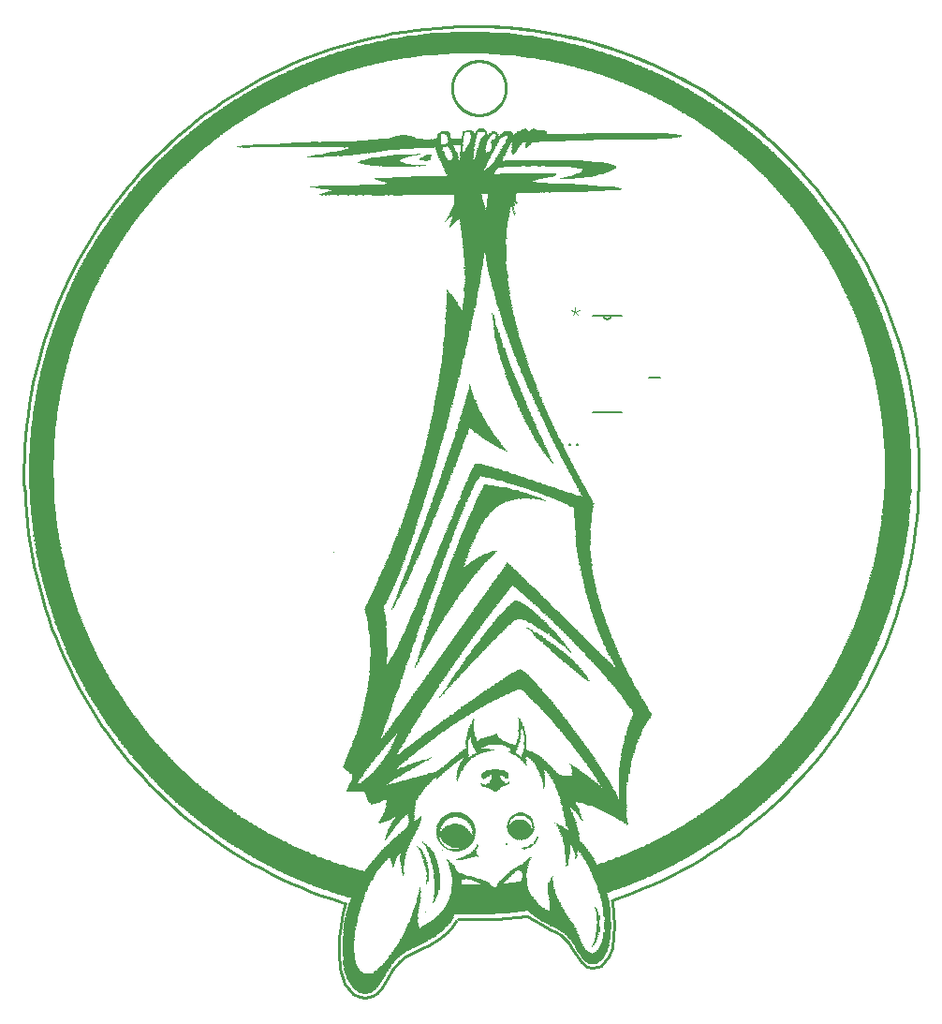
<source format=gto>
G75*
%MOIN*%
%OFA0B0*%
%FSLAX25Y25*%
%IPPOS*%
%LPD*%
%AMOC8*
5,1,8,0,0,1.08239X$1,22.5*
%
%ADD10R,0.00246X0.00246*%
%ADD11R,0.00492X0.00246*%
%ADD12R,0.00738X0.00246*%
%ADD13R,0.01476X0.00246*%
%ADD14R,0.01722X0.00246*%
%ADD15R,0.02707X0.00246*%
%ADD16R,0.03199X0.00246*%
%ADD17R,0.01230X0.00246*%
%ADD18R,0.07628X0.00246*%
%ADD19R,0.08120X0.00246*%
%ADD20R,0.07874X0.00246*%
%ADD21R,0.06398X0.00246*%
%ADD22R,0.06152X0.00246*%
%ADD23R,0.02215X0.00246*%
%ADD24R,0.01969X0.00246*%
%ADD25R,0.06644X0.00246*%
%ADD26R,0.08612X0.00246*%
%ADD27R,0.08858X0.00246*%
%ADD28R,0.09104X0.00246*%
%ADD29R,0.09350X0.00246*%
%ADD30R,0.10089X0.00246*%
%ADD31R,0.04429X0.00246*%
%ADD32R,0.04183X0.00246*%
%ADD33R,0.00984X0.00246*%
%ADD34R,0.02461X0.00246*%
%ADD35R,0.05167X0.00246*%
%ADD36R,0.03937X0.00246*%
%ADD37R,0.04675X0.00246*%
%ADD38R,0.02953X0.00246*%
%ADD39R,0.05906X0.00246*%
%ADD40R,0.03691X0.00246*%
%ADD41R,0.08366X0.00246*%
%ADD42R,0.04921X0.00246*%
%ADD43R,0.07136X0.00246*%
%ADD44R,0.06890X0.00246*%
%ADD45R,0.03445X0.00246*%
%ADD46R,0.14026X0.00246*%
%ADD47R,0.17470X0.00246*%
%ADD48R,0.20177X0.00246*%
%ADD49R,0.22392X0.00246*%
%ADD50R,0.24360X0.00246*%
%ADD51R,0.25098X0.00246*%
%ADD52R,0.24852X0.00246*%
%ADD53R,0.24606X0.00246*%
%ADD54R,0.25344X0.00246*%
%ADD55R,0.27805X0.00246*%
%ADD56R,0.27559X0.00246*%
%ADD57R,0.05659X0.00246*%
%ADD58R,0.25837X0.00246*%
%ADD59R,0.25591X0.00246*%
%ADD60R,0.26083X0.00246*%
%ADD61R,0.09843X0.00246*%
%ADD62R,0.10581X0.00246*%
%ADD63R,0.11565X0.00246*%
%ADD64R,0.10827X0.00246*%
%ADD65R,0.12057X0.00246*%
%ADD66R,0.11073X0.00246*%
%ADD67R,0.13041X0.00246*%
%ADD68R,0.05413X0.00246*%
%ADD69R,0.13780X0.00246*%
%ADD70R,0.14764X0.00246*%
%ADD71R,0.09596X0.00246*%
%ADD72R,0.15256X0.00246*%
%ADD73R,0.16240X0.00246*%
%ADD74R,0.16732X0.00246*%
%ADD75R,0.17717X0.00246*%
%ADD76R,0.18209X0.00246*%
%ADD77R,0.10335X0.00246*%
%ADD78R,0.19193X0.00246*%
%ADD79R,0.11319X0.00246*%
%ADD80R,0.19685X0.00246*%
%ADD81R,0.11811X0.00246*%
%ADD82R,0.20669X0.00246*%
%ADD83R,0.12549X0.00246*%
%ADD84R,0.21407X0.00246*%
%ADD85R,0.13287X0.00246*%
%ADD86R,0.21900X0.00246*%
%ADD87R,0.22884X0.00246*%
%ADD88R,0.23376X0.00246*%
%ADD89R,0.24114X0.00246*%
%ADD90R,0.15748X0.00246*%
%ADD91R,0.17224X0.00246*%
%ADD92R,0.26329X0.00246*%
%ADD93R,0.27067X0.00246*%
%ADD94R,0.18455X0.00246*%
%ADD95R,0.28543X0.00246*%
%ADD96R,0.19931X0.00246*%
%ADD97R,0.29281X0.00246*%
%ADD98R,0.20423X0.00246*%
%ADD99R,0.28789X0.00246*%
%ADD100R,0.28297X0.00246*%
%ADD101R,0.21654X0.00246*%
%ADD102R,0.28051X0.00246*%
%ADD103R,0.22146X0.00246*%
%ADD104R,0.27313X0.00246*%
%ADD105R,0.26821X0.00246*%
%ADD106R,0.26575X0.00246*%
%ADD107R,0.23868X0.00246*%
%ADD108R,0.23622X0.00246*%
%ADD109R,0.22638X0.00246*%
%ADD110R,0.23130X0.00246*%
%ADD111R,0.21161X0.00246*%
%ADD112R,0.20915X0.00246*%
%ADD113R,0.19439X0.00246*%
%ADD114R,0.18947X0.00246*%
%ADD115R,0.18701X0.00246*%
%ADD116R,0.17963X0.00246*%
%ADD117R,0.16978X0.00246*%
%ADD118R,0.16486X0.00246*%
%ADD119R,0.15994X0.00246*%
%ADD120R,0.15502X0.00246*%
%ADD121R,0.15010X0.00246*%
%ADD122R,0.14518X0.00246*%
%ADD123R,0.14272X0.00246*%
%ADD124R,0.13533X0.00246*%
%ADD125R,0.07382X0.00246*%
%ADD126R,0.12795X0.00246*%
%ADD127R,0.12303X0.00246*%
%ADD128R,0.46506X0.00246*%
%ADD129R,0.35925X0.00246*%
%ADD130R,0.34449X0.00246*%
%ADD131R,0.35433X0.00246*%
%ADD132R,0.43307X0.00246*%
%ADD133R,0.46752X0.00246*%
%ADD134R,0.45522X0.00246*%
%ADD135R,0.34941X0.00246*%
%ADD136R,0.78740X0.00246*%
%ADD137R,0.31496X0.00246*%
%ADD138R,0.40600X0.00246*%
%ADD139R,0.36417X0.00246*%
%ADD140R,0.36663X0.00246*%
%ADD141R,0.31988X0.00246*%
%ADD142R,0.31742X0.00246*%
%ADD143R,0.30266X0.00246*%
%ADD144R,0.31250X0.00246*%
%ADD145R,0.32234X0.00246*%
%ADD146R,0.32480X0.00246*%
%ADD147R,0.33465X0.00246*%
%ADD148R,0.33957X0.00246*%
%ADD149R,0.36909X0.00246*%
%ADD150R,0.38386X0.00246*%
%ADD151R,0.39370X0.00246*%
%ADD152R,0.43799X0.00246*%
%ADD153R,0.44783X0.00246*%
%ADD154R,0.93504X0.00246*%
%ADD155R,0.92028X0.00246*%
%ADD156R,0.90059X0.00246*%
%ADD157R,0.88583X0.00246*%
%ADD158R,0.86614X0.00246*%
%ADD159R,0.85138X0.00246*%
%ADD160R,0.83169X0.00246*%
%ADD161R,0.81693X0.00246*%
%ADD162R,0.79724X0.00246*%
%ADD163R,0.77756X0.00246*%
%ADD164R,0.75787X0.00246*%
%ADD165R,0.73819X0.00246*%
%ADD166R,0.71850X0.00246*%
%ADD167R,0.69882X0.00246*%
%ADD168R,0.67421X0.00246*%
%ADD169R,0.65453X0.00246*%
%ADD170R,0.62992X0.00246*%
%ADD171R,0.60531X0.00246*%
%ADD172R,0.58071X0.00246*%
%ADD173R,0.55118X0.00246*%
%ADD174R,0.52165X0.00246*%
%ADD175R,0.49213X0.00246*%
%ADD176R,0.46260X0.00246*%
%ADD177R,0.42815X0.00246*%
%ADD178R,0.38878X0.00246*%
%ADD179R,0.30512X0.00246*%
%ADD180R,0.37648X0.00246*%
%ADD181R,0.36171X0.00246*%
%ADD182R,0.35679X0.00246*%
%ADD183R,0.34695X0.00246*%
%ADD184R,0.34203X0.00246*%
%ADD185R,0.33219X0.00246*%
%ADD186R,0.32726X0.00246*%
%ADD187R,0.30758X0.00246*%
%ADD188R,0.30020X0.00246*%
%ADD189R,0.29774X0.00246*%
%ADD190R,0.29035X0.00246*%
%ADD191R,0.29528X0.00246*%
%ADD192R,0.57579X0.00246*%
%ADD193R,0.69144X0.00246*%
%ADD194R,0.76772X0.00246*%
%ADD195R,0.84646X0.00246*%
%ADD196R,0.91289X0.00246*%
%ADD197R,0.97195X0.00246*%
%ADD198R,1.00886X0.00246*%
%ADD199R,1.04331X0.00246*%
%ADD200R,1.07037X0.00246*%
%ADD201R,1.08268X0.00246*%
%ADD202R,1.07776X0.00246*%
%ADD203R,1.05561X0.00246*%
%ADD204R,0.99163X0.00246*%
%ADD205R,0.81447X0.00246*%
%ADD206R,0.67667X0.00246*%
%ADD207R,0.62008X0.00246*%
%ADD208R,0.57333X0.00246*%
%ADD209R,0.54134X0.00246*%
%ADD210R,0.53642X0.00246*%
%ADD211R,0.56102X0.00246*%
%ADD212R,0.57825X0.00246*%
%ADD213R,0.59301X0.00246*%
%ADD214R,0.58809X0.00246*%
%ADD215R,0.49459X0.00246*%
%ADD216R,0.43061X0.00246*%
%ADD217R,0.44291X0.00246*%
%ADD218R,0.43553X0.00246*%
%ADD219R,0.42569X0.00246*%
%ADD220R,0.41339X0.00246*%
%ADD221R,0.37402X0.00246*%
%ADD222R,0.74557X0.00246*%
%ADD223R,0.75049X0.00246*%
%ADD224R,0.72835X0.00246*%
%ADD225R,0.71112X0.00246*%
%ADD226R,0.53150X0.00246*%
%ADD227R,0.35187X0.00246*%
%ADD228R,0.31004X0.00246*%
%ADD229R,0.37894X0.00246*%
%ADD230R,0.61762X0.00246*%
%ADD231R,0.64469X0.00246*%
%ADD232R,0.58317X0.00246*%
%ADD233R,0.33711X0.00246*%
%ADD234R,0.41093X0.00246*%
%ADD235R,0.42077X0.00246*%
%ADD236R,0.95965X0.00246*%
%ADD237R,0.94488X0.00246*%
%ADD238R,0.93012X0.00246*%
%ADD239R,0.91535X0.00246*%
%ADD240R,0.89567X0.00246*%
%ADD241R,0.88091X0.00246*%
%ADD242R,0.82677X0.00246*%
%ADD243R,0.81201X0.00246*%
%ADD244R,0.79232X0.00246*%
%ADD245R,0.77264X0.00246*%
%ADD246R,0.75295X0.00246*%
%ADD247R,0.73327X0.00246*%
%ADD248R,0.71358X0.00246*%
%ADD249R,0.68898X0.00246*%
%ADD250R,0.66929X0.00246*%
%ADD251R,0.59547X0.00246*%
%ADD252R,0.57087X0.00246*%
%ADD253R,0.51181X0.00246*%
%ADD254R,0.48228X0.00246*%
%ADD255R,0.45276X0.00246*%
%ADD256C,0.01000*%
%ADD257C,0.00600*%
%ADD258C,0.00300*%
%ADD259C,0.00800*%
%ADD260C,0.00400*%
%ADD261R,0.00591X0.01181*%
%ADD262R,0.01181X0.01181*%
D10*
X0125868Y0022011D03*
X0125868Y0022257D03*
X0125868Y0022503D03*
X0126114Y0022749D03*
X0126114Y0022995D03*
X0126360Y0023241D03*
X0126360Y0023487D03*
X0126852Y0023487D03*
X0126852Y0023241D03*
X0126852Y0022995D03*
X0126852Y0022749D03*
X0126852Y0022503D03*
X0126360Y0022011D03*
X0126360Y0021765D03*
X0126114Y0021519D03*
X0126114Y0021273D03*
X0126606Y0021519D03*
X0126852Y0021273D03*
X0126852Y0021027D03*
X0126852Y0020781D03*
X0126360Y0020535D03*
X0127098Y0019550D03*
X0127345Y0019304D03*
X0127837Y0017582D03*
X0128083Y0017336D03*
X0128329Y0017090D03*
X0128575Y0016844D03*
X0128821Y0016598D03*
X0128821Y0016352D03*
X0129067Y0015613D03*
X0130789Y0016844D03*
X0131035Y0014383D03*
X0133004Y0014629D03*
X0133250Y0015121D03*
X0134234Y0015121D03*
X0134480Y0014137D03*
X0134234Y0013891D03*
X0133496Y0014137D03*
X0133496Y0013645D03*
X0135465Y0014383D03*
X0135711Y0014875D03*
X0135465Y0015121D03*
X0135711Y0015367D03*
X0137433Y0016352D03*
X0138171Y0017090D03*
X0137925Y0017336D03*
X0137679Y0017582D03*
X0137433Y0017828D03*
X0138417Y0018074D03*
X0139156Y0018566D03*
X0139402Y0019058D03*
X0139648Y0019304D03*
X0139648Y0019550D03*
X0139894Y0019796D03*
X0139402Y0019796D03*
X0139156Y0019304D03*
X0139402Y0020535D03*
X0139648Y0021027D03*
X0139648Y0021273D03*
X0139894Y0021519D03*
X0140140Y0020289D03*
X0138663Y0022011D03*
X0138663Y0022257D03*
X0138417Y0022503D03*
X0137925Y0022011D03*
X0138171Y0021765D03*
X0137187Y0021765D03*
X0136449Y0020289D03*
X0133004Y0020535D03*
X0132512Y0020781D03*
X0132020Y0021027D03*
X0131282Y0021765D03*
X0130789Y0022011D03*
X0130789Y0022257D03*
X0130543Y0022503D03*
X0130051Y0022011D03*
X0130051Y0022995D03*
X0130051Y0023241D03*
X0129805Y0023733D03*
X0129559Y0024226D03*
X0129559Y0024472D03*
X0129559Y0024718D03*
X0126852Y0023980D03*
X0126852Y0023733D03*
X0125868Y0024226D03*
X0125622Y0023487D03*
X0125622Y0023241D03*
X0125376Y0025456D03*
X0128575Y0028655D03*
X0128575Y0028901D03*
X0128575Y0029147D03*
X0128575Y0029393D03*
X0128083Y0029639D03*
X0128083Y0029885D03*
X0128083Y0030131D03*
X0128083Y0030377D03*
X0128083Y0030623D03*
X0128083Y0030869D03*
X0128083Y0031115D03*
X0128083Y0031361D03*
X0127591Y0031361D03*
X0127591Y0031115D03*
X0127591Y0030131D03*
X0127591Y0029885D03*
X0127591Y0029639D03*
X0128821Y0030869D03*
X0128821Y0031115D03*
X0125376Y0035544D03*
X0125622Y0036283D03*
X0125622Y0036529D03*
X0126360Y0037021D03*
X0126360Y0037267D03*
X0126852Y0036775D03*
X0126852Y0036529D03*
X0127098Y0038005D03*
X0126360Y0038497D03*
X0126114Y0038251D03*
X0125868Y0038005D03*
X0125868Y0038497D03*
X0125868Y0038743D03*
X0125868Y0039235D03*
X0126360Y0038989D03*
X0126360Y0039481D03*
X0126360Y0039728D03*
X0126852Y0039974D03*
X0126852Y0040220D03*
X0127345Y0040220D03*
X0127591Y0040712D03*
X0127098Y0040712D03*
X0127098Y0041204D03*
X0126606Y0041204D03*
X0126606Y0041450D03*
X0126852Y0041696D03*
X0126606Y0042188D03*
X0126606Y0042434D03*
X0126852Y0043172D03*
X0126606Y0040958D03*
X0126360Y0040712D03*
X0127345Y0039481D03*
X0127098Y0039235D03*
X0127591Y0039728D03*
X0128083Y0040220D03*
X0128575Y0040712D03*
X0128329Y0040958D03*
X0129313Y0040220D03*
X0129067Y0039974D03*
X0128821Y0039728D03*
X0129313Y0039481D03*
X0129805Y0039235D03*
X0129805Y0038989D03*
X0129805Y0038743D03*
X0129805Y0038497D03*
X0129805Y0038251D03*
X0129313Y0038251D03*
X0129313Y0038497D03*
X0129313Y0038743D03*
X0128821Y0038743D03*
X0128329Y0039235D03*
X0129805Y0040466D03*
X0129805Y0040712D03*
X0130297Y0040712D03*
X0130297Y0040958D03*
X0130297Y0041204D03*
X0130297Y0040466D03*
X0129559Y0041696D03*
X0129559Y0042680D03*
X0129559Y0042926D03*
X0129559Y0043172D03*
X0130297Y0043172D03*
X0130789Y0042926D03*
X0130789Y0042680D03*
X0131528Y0045879D03*
X0131528Y0046125D03*
X0131528Y0046371D03*
X0131528Y0046863D03*
X0131528Y0047109D03*
X0131528Y0047356D03*
X0132020Y0046863D03*
X0132020Y0046617D03*
X0132266Y0048094D03*
X0131774Y0048340D03*
X0131774Y0048586D03*
X0132758Y0048586D03*
X0132758Y0048832D03*
X0133004Y0049078D03*
X0133250Y0050062D03*
X0133004Y0050308D03*
X0133004Y0050554D03*
X0133250Y0050800D03*
X0133004Y0051046D03*
X0133496Y0051539D03*
X0133496Y0051785D03*
X0133496Y0052031D03*
X0133496Y0052277D03*
X0133496Y0052523D03*
X0133496Y0052769D03*
X0133742Y0053015D03*
X0133988Y0052523D03*
X0133988Y0052277D03*
X0134234Y0052769D03*
X0134480Y0052523D03*
X0134726Y0053015D03*
X0133742Y0051293D03*
X0133742Y0051046D03*
X0133496Y0050308D03*
X0132020Y0050308D03*
X0132020Y0050062D03*
X0131282Y0050062D03*
X0130789Y0050062D03*
X0130789Y0050308D03*
X0130789Y0050554D03*
X0130789Y0050800D03*
X0130789Y0051046D03*
X0130789Y0051293D03*
X0130543Y0051785D03*
X0130297Y0051539D03*
X0130051Y0051785D03*
X0130297Y0052277D03*
X0130543Y0052523D03*
X0130543Y0052769D03*
X0130789Y0053261D03*
X0131035Y0053507D03*
X0131035Y0053753D03*
X0131282Y0053999D03*
X0131774Y0053753D03*
X0132020Y0053999D03*
X0132512Y0053753D03*
X0132266Y0053261D03*
X0131528Y0053261D03*
X0130789Y0052277D03*
X0130297Y0050800D03*
X0129805Y0050800D03*
X0129805Y0051046D03*
X0129559Y0050554D03*
X0129313Y0050062D03*
X0129067Y0049816D03*
X0129067Y0049570D03*
X0128821Y0049078D03*
X0128821Y0048094D03*
X0128329Y0047848D03*
X0128575Y0047602D03*
X0128821Y0047109D03*
X0128821Y0046863D03*
X0128329Y0046863D03*
X0128329Y0047109D03*
X0128083Y0046617D03*
X0127837Y0046125D03*
X0127591Y0045879D03*
X0127591Y0045633D03*
X0128083Y0045633D03*
X0128083Y0045387D03*
X0128575Y0045633D03*
X0128575Y0045879D03*
X0128575Y0046125D03*
X0129805Y0049570D03*
X0129805Y0049816D03*
X0130051Y0050062D03*
X0130543Y0049570D03*
X0132266Y0054491D03*
X0132020Y0054983D03*
X0132266Y0055476D03*
X0132266Y0055722D03*
X0132512Y0055968D03*
X0132758Y0056214D03*
X0132758Y0056460D03*
X0133496Y0057444D03*
X0133742Y0057198D03*
X0134234Y0057444D03*
X0134480Y0057198D03*
X0134480Y0057690D03*
X0134726Y0057936D03*
X0134480Y0058182D03*
X0134480Y0058428D03*
X0134726Y0058674D03*
X0134726Y0059167D03*
X0134973Y0059413D03*
X0135219Y0059659D03*
X0135711Y0059413D03*
X0135465Y0059167D03*
X0136203Y0059167D03*
X0136203Y0059905D03*
X0136449Y0060397D03*
X0136695Y0060643D03*
X0136695Y0060889D03*
X0136203Y0060889D03*
X0135711Y0060397D03*
X0135711Y0060151D03*
X0136941Y0060151D03*
X0136941Y0059905D03*
X0137187Y0060397D03*
X0137187Y0060643D03*
X0137433Y0061135D03*
X0137433Y0061381D03*
X0137433Y0061627D03*
X0136695Y0061627D03*
X0137679Y0062611D03*
X0137925Y0062857D03*
X0138417Y0062365D03*
X0138910Y0062365D03*
X0139402Y0062365D03*
X0138910Y0061873D03*
X0138171Y0061873D03*
X0138171Y0061381D03*
X0139156Y0061135D03*
X0139402Y0060889D03*
X0139402Y0060643D03*
X0139648Y0060397D03*
X0140140Y0060889D03*
X0140386Y0061135D03*
X0140632Y0061381D03*
X0141124Y0061873D03*
X0140878Y0062119D03*
X0141616Y0062365D03*
X0141862Y0062857D03*
X0142354Y0062611D03*
X0142600Y0062119D03*
X0142600Y0061873D03*
X0142600Y0061627D03*
X0143093Y0061873D03*
X0143585Y0061873D03*
X0143585Y0061627D03*
X0143585Y0061381D03*
X0143585Y0061135D03*
X0143585Y0060643D03*
X0143093Y0061135D03*
X0142600Y0060889D03*
X0142600Y0060151D03*
X0143093Y0059905D03*
X0143093Y0059659D03*
X0143093Y0058920D03*
X0143053Y0058733D03*
X0146045Y0058428D03*
X0146537Y0058674D03*
X0146537Y0058920D03*
X0146537Y0059167D03*
X0146537Y0059413D03*
X0146537Y0059659D03*
X0146537Y0059905D03*
X0146045Y0059905D03*
X0146045Y0059659D03*
X0146045Y0059413D03*
X0145799Y0060643D03*
X0145799Y0060889D03*
X0145799Y0061381D03*
X0145799Y0061627D03*
X0145799Y0062119D03*
X0145799Y0062365D03*
X0146045Y0063104D03*
X0146045Y0063596D03*
X0146045Y0063842D03*
X0146291Y0064088D03*
X0146291Y0064334D03*
X0145799Y0064580D03*
X0145799Y0064826D03*
X0146537Y0064826D03*
X0147276Y0065318D03*
X0147276Y0065564D03*
X0147276Y0065810D03*
X0147522Y0066056D03*
X0147522Y0066302D03*
X0148014Y0066548D03*
X0148014Y0066794D03*
X0148506Y0066548D03*
X0148506Y0066302D03*
X0148506Y0066056D03*
X0148752Y0066794D03*
X0147276Y0066794D03*
X0148014Y0065318D03*
X0147768Y0065072D03*
X0148014Y0064826D03*
X0147768Y0064334D03*
X0147768Y0064088D03*
X0147276Y0063842D03*
X0147276Y0063596D03*
X0146784Y0063842D03*
X0146537Y0063350D03*
X0146784Y0063104D03*
X0146784Y0062611D03*
X0146784Y0062365D03*
X0147030Y0062119D03*
X0147030Y0061873D03*
X0146784Y0061381D03*
X0147030Y0060889D03*
X0146537Y0060643D03*
X0147276Y0062365D03*
X0147276Y0062611D03*
X0147276Y0062857D03*
X0145307Y0063596D03*
X0145553Y0064088D03*
X0144815Y0062857D03*
X0144569Y0062611D03*
X0144323Y0062365D03*
X0143831Y0062365D03*
X0142847Y0062857D03*
X0140632Y0063842D03*
X0140386Y0064580D03*
X0139894Y0065072D03*
X0139648Y0064826D03*
X0140386Y0065564D03*
X0140632Y0065318D03*
X0140632Y0065810D03*
X0141370Y0066548D03*
X0141616Y0066794D03*
X0142354Y0066548D03*
X0142354Y0067041D03*
X0142847Y0067287D03*
X0143093Y0067041D03*
X0143831Y0067041D03*
X0143831Y0067287D03*
X0144077Y0068025D03*
X0144323Y0068517D03*
X0144323Y0068763D03*
X0144077Y0069009D03*
X0144569Y0069501D03*
X0144815Y0069747D03*
X0145061Y0069993D03*
X0145553Y0070239D03*
X0145553Y0070485D03*
X0146045Y0070731D03*
X0146291Y0070978D03*
X0146537Y0071224D03*
X0147030Y0070978D03*
X0147276Y0071224D03*
X0147768Y0070978D03*
X0148260Y0071224D03*
X0148506Y0071716D03*
X0147768Y0071716D03*
X0147522Y0071962D03*
X0148014Y0072454D03*
X0148260Y0072700D03*
X0148506Y0072946D03*
X0148998Y0074915D03*
X0148752Y0075407D03*
X0149244Y0075407D03*
X0148998Y0076145D03*
X0148998Y0077129D03*
X0148506Y0077129D03*
X0148998Y0077621D03*
X0148506Y0077867D03*
X0148260Y0078113D03*
X0148014Y0078359D03*
X0147768Y0078606D03*
X0147276Y0078606D03*
X0147276Y0078113D03*
X0147276Y0077375D03*
X0147276Y0077129D03*
X0146784Y0076637D03*
X0146537Y0076391D03*
X0145799Y0076391D03*
X0145553Y0076637D03*
X0145307Y0076391D03*
X0145061Y0076145D03*
X0144815Y0075899D03*
X0144569Y0075653D03*
X0144323Y0075161D03*
X0144077Y0074915D03*
X0143831Y0074669D03*
X0143585Y0074915D03*
X0143585Y0074422D03*
X0143831Y0074176D03*
X0144077Y0073684D03*
X0143831Y0073438D03*
X0143339Y0073684D03*
X0143339Y0073930D03*
X0143093Y0074176D03*
X0143093Y0074422D03*
X0142600Y0073930D03*
X0142847Y0073684D03*
X0143093Y0073438D03*
X0143093Y0073192D03*
X0142847Y0072946D03*
X0142847Y0072700D03*
X0142600Y0072454D03*
X0142354Y0072208D03*
X0142108Y0071962D03*
X0141616Y0072208D03*
X0141862Y0072454D03*
X0142354Y0072946D03*
X0142600Y0073192D03*
X0143339Y0072700D03*
X0142847Y0071962D03*
X0142600Y0071716D03*
X0142354Y0071470D03*
X0141862Y0071470D03*
X0141862Y0071224D03*
X0141370Y0071470D03*
X0141370Y0070731D03*
X0141124Y0070485D03*
X0141370Y0069993D03*
X0141124Y0069501D03*
X0140632Y0069009D03*
X0140593Y0068822D03*
X0140632Y0068763D03*
X0140347Y0068330D03*
X0143339Y0068271D03*
X0144815Y0069009D03*
X0146045Y0069255D03*
X0146537Y0070239D03*
X0146537Y0070485D03*
X0149244Y0070485D03*
X0149736Y0070731D03*
X0150228Y0070485D03*
X0150228Y0070239D03*
X0149490Y0069501D03*
X0149244Y0069255D03*
X0149244Y0069009D03*
X0149736Y0069009D03*
X0149736Y0068763D03*
X0149490Y0068271D03*
X0151665Y0066115D03*
X0151911Y0065869D03*
X0152158Y0065623D03*
X0152443Y0065072D03*
X0152689Y0064580D03*
X0153181Y0064334D03*
X0152935Y0064088D03*
X0153181Y0063596D03*
X0153673Y0063596D03*
X0153673Y0063104D03*
X0153919Y0062857D03*
X0153673Y0062611D03*
X0153673Y0062365D03*
X0153919Y0062119D03*
X0154165Y0061873D03*
X0154165Y0061627D03*
X0154658Y0061627D03*
X0154411Y0061135D03*
X0154165Y0060889D03*
X0154165Y0060643D03*
X0154165Y0060397D03*
X0154411Y0060151D03*
X0154411Y0059905D03*
X0154411Y0059659D03*
X0155150Y0059659D03*
X0155150Y0059905D03*
X0155150Y0059167D03*
X0154658Y0058674D03*
X0155396Y0058428D03*
X0155150Y0057690D03*
X0155150Y0057444D03*
X0155150Y0057198D03*
X0155396Y0056952D03*
X0155396Y0056706D03*
X0155642Y0056214D03*
X0155642Y0055968D03*
X0155642Y0055722D03*
X0155150Y0055722D03*
X0155150Y0055476D03*
X0155150Y0055230D03*
X0155396Y0054983D03*
X0155396Y0054737D03*
X0155396Y0054491D03*
X0155396Y0054245D03*
X0155150Y0053999D03*
X0155150Y0053753D03*
X0155150Y0053507D03*
X0155110Y0053320D03*
X0155110Y0053074D03*
X0155110Y0052828D03*
X0152650Y0051352D03*
X0152650Y0051106D03*
X0152650Y0050859D03*
X0152689Y0050800D03*
X0152650Y0050613D03*
X0152689Y0050554D03*
X0152689Y0050308D03*
X0152443Y0049816D03*
X0152443Y0049570D03*
X0152689Y0049078D03*
X0152689Y0048832D03*
X0152197Y0048832D03*
X0152197Y0048586D03*
X0152197Y0048340D03*
X0152197Y0048094D03*
X0151951Y0047848D03*
X0151951Y0047602D03*
X0152443Y0047109D03*
X0152443Y0046863D03*
X0151951Y0046617D03*
X0151705Y0046125D03*
X0151705Y0045879D03*
X0151459Y0045387D03*
X0151951Y0044403D03*
X0151951Y0044157D03*
X0151951Y0043911D03*
X0151951Y0043665D03*
X0151459Y0043911D03*
X0151459Y0044157D03*
X0150967Y0044157D03*
X0150721Y0043665D03*
X0150721Y0043419D03*
X0151213Y0043419D03*
X0151213Y0043172D03*
X0151213Y0042926D03*
X0151213Y0042680D03*
X0151213Y0042434D03*
X0151213Y0042188D03*
X0151705Y0042188D03*
X0151705Y0041942D03*
X0151705Y0041696D03*
X0151705Y0041450D03*
X0151705Y0041204D03*
X0151213Y0041204D03*
X0151213Y0040958D03*
X0151213Y0040712D03*
X0151213Y0040466D03*
X0151213Y0040220D03*
X0151213Y0039974D03*
X0151213Y0039728D03*
X0151705Y0039728D03*
X0151705Y0039974D03*
X0151705Y0039235D03*
X0151705Y0038989D03*
X0151213Y0038743D03*
X0151459Y0038005D03*
X0151459Y0037759D03*
X0151459Y0037513D03*
X0151951Y0037267D03*
X0151705Y0036775D03*
X0151459Y0035791D03*
X0153427Y0037267D03*
X0153919Y0037513D03*
X0154411Y0037759D03*
X0154658Y0038005D03*
X0154904Y0037513D03*
X0154411Y0037267D03*
X0154411Y0037021D03*
X0154411Y0036775D03*
X0153919Y0036529D03*
X0155642Y0037513D03*
X0156380Y0038743D03*
X0157118Y0039481D03*
X0157856Y0039728D03*
X0158348Y0040220D03*
X0158102Y0040466D03*
X0158348Y0040712D03*
X0159825Y0041450D03*
X0160071Y0041696D03*
X0160317Y0041942D03*
X0161301Y0043419D03*
X0161547Y0043665D03*
X0161793Y0043419D03*
X0162285Y0043665D03*
X0162039Y0044157D03*
X0161793Y0044403D03*
X0162285Y0044649D03*
X0162285Y0045387D03*
X0162532Y0045633D03*
X0162532Y0045879D03*
X0162778Y0046125D03*
X0162778Y0046371D03*
X0163024Y0046617D03*
X0163270Y0046863D03*
X0163270Y0047109D03*
X0163516Y0047356D03*
X0163516Y0047602D03*
X0163516Y0048094D03*
X0163762Y0048586D03*
X0163762Y0048832D03*
X0164008Y0049078D03*
X0164254Y0049324D03*
X0164008Y0050062D03*
X0164008Y0047848D03*
X0164008Y0047602D03*
X0164254Y0047356D03*
X0164254Y0047109D03*
X0164254Y0046863D03*
X0164254Y0046617D03*
X0164254Y0046371D03*
X0164254Y0046125D03*
X0164254Y0045879D03*
X0164008Y0045633D03*
X0163516Y0046125D03*
X0163270Y0045879D03*
X0163270Y0045633D03*
X0163762Y0046863D03*
X0165484Y0045141D03*
X0165484Y0044895D03*
X0164992Y0044157D03*
X0164992Y0043911D03*
X0164992Y0043665D03*
X0164992Y0043419D03*
X0165238Y0043172D03*
X0165238Y0042926D03*
X0164992Y0042434D03*
X0164992Y0042188D03*
X0164500Y0041204D03*
X0164008Y0040958D03*
X0163762Y0041204D03*
X0164254Y0040712D03*
X0164008Y0040220D03*
X0163516Y0039728D03*
X0163270Y0040220D03*
X0163270Y0040712D03*
X0163024Y0041204D03*
X0163024Y0039481D03*
X0163270Y0039235D03*
X0162778Y0039235D03*
X0162778Y0038989D03*
X0162532Y0038743D03*
X0162532Y0038497D03*
X0162039Y0037759D03*
X0161055Y0037267D03*
X0161055Y0037021D03*
X0160809Y0036775D03*
X0160071Y0036283D03*
X0159825Y0035791D03*
X0158595Y0035298D03*
X0158595Y0034806D03*
X0157856Y0035298D03*
X0157364Y0035052D03*
X0157118Y0035298D03*
X0157364Y0034560D03*
X0157610Y0034314D03*
X0157118Y0034068D03*
X0155888Y0033084D03*
X0155150Y0032592D03*
X0154904Y0033084D03*
X0154658Y0032346D03*
X0153919Y0031854D03*
X0153919Y0033084D03*
X0151951Y0030869D03*
X0151459Y0030869D03*
X0151213Y0031115D03*
X0150967Y0030623D03*
X0150721Y0030377D03*
X0150721Y0030869D03*
X0149736Y0029885D03*
X0149244Y0029639D03*
X0148260Y0029147D03*
X0148014Y0028901D03*
X0147276Y0028409D03*
X0147030Y0028901D03*
X0146784Y0028163D03*
X0146045Y0027670D03*
X0145799Y0027424D03*
X0145307Y0027424D03*
X0145307Y0027670D03*
X0145307Y0027917D03*
X0144815Y0028409D03*
X0144815Y0028655D03*
X0145061Y0029393D03*
X0144569Y0029639D03*
X0144323Y0029393D03*
X0144077Y0029885D03*
X0143831Y0029639D03*
X0143585Y0029147D03*
X0143585Y0028901D03*
X0143339Y0028655D03*
X0143093Y0027670D03*
X0142600Y0027670D03*
X0142354Y0027178D03*
X0142847Y0026932D03*
X0143093Y0026686D03*
X0143093Y0026440D03*
X0143093Y0026194D03*
X0143339Y0025702D03*
X0143585Y0025456D03*
X0143831Y0025702D03*
X0144323Y0026194D03*
X0144569Y0026440D03*
X0143831Y0026440D03*
X0143339Y0026932D03*
X0142600Y0026440D03*
X0142354Y0026194D03*
X0142354Y0025948D03*
X0142108Y0025456D03*
X0141616Y0025948D03*
X0141124Y0025702D03*
X0140878Y0025456D03*
X0140632Y0024964D03*
X0140878Y0024718D03*
X0141124Y0024472D03*
X0141124Y0024226D03*
X0140632Y0024226D03*
X0140386Y0024472D03*
X0140140Y0024226D03*
X0140386Y0023980D03*
X0140632Y0023733D03*
X0140140Y0023733D03*
X0139648Y0023980D03*
X0139402Y0023733D03*
X0141370Y0023241D03*
X0141370Y0022995D03*
X0141370Y0022257D03*
X0141862Y0023733D03*
X0142354Y0023980D03*
X0142600Y0024472D03*
X0142847Y0024964D03*
X0143339Y0025210D03*
X0143093Y0025456D03*
X0141862Y0026440D03*
X0144569Y0027670D03*
X0144569Y0027917D03*
X0144815Y0027424D03*
X0144815Y0027178D03*
X0145307Y0026932D03*
X0144323Y0030377D03*
X0144569Y0030623D03*
X0145553Y0031607D03*
X0145307Y0031854D03*
X0146045Y0031607D03*
X0146537Y0031854D03*
X0146537Y0032100D03*
X0146291Y0032346D03*
X0146291Y0032592D03*
X0146291Y0032838D03*
X0146537Y0033084D03*
X0146537Y0033330D03*
X0146537Y0033576D03*
X0146784Y0033822D03*
X0147030Y0033576D03*
X0146784Y0034314D03*
X0147522Y0035791D03*
X0147768Y0036283D03*
X0148260Y0036037D03*
X0148506Y0036529D03*
X0148260Y0037021D03*
X0148260Y0037267D03*
X0148506Y0038005D03*
X0149490Y0039728D03*
X0149490Y0040220D03*
X0149982Y0040466D03*
X0149982Y0039974D03*
X0149736Y0040958D03*
X0150228Y0041204D03*
X0150474Y0041450D03*
X0150721Y0041204D03*
X0150967Y0041450D03*
X0150228Y0042188D03*
X0150228Y0042434D03*
X0150474Y0042680D03*
X0150474Y0042926D03*
X0151705Y0042926D03*
X0151705Y0042680D03*
X0151705Y0042434D03*
X0151705Y0043172D03*
X0152443Y0046125D03*
X0152689Y0047848D03*
X0152689Y0048094D03*
X0152689Y0048340D03*
X0157325Y0046184D03*
X0157610Y0046863D03*
X0158102Y0047356D03*
X0158102Y0047602D03*
X0158102Y0047848D03*
X0157856Y0048094D03*
X0157856Y0048340D03*
X0157856Y0048586D03*
X0158348Y0049078D03*
X0158841Y0049078D03*
X0158841Y0049570D03*
X0158841Y0049816D03*
X0159087Y0050062D03*
X0159087Y0050308D03*
X0159087Y0050554D03*
X0159087Y0050800D03*
X0159087Y0051046D03*
X0158841Y0051293D03*
X0158841Y0051539D03*
X0159333Y0051785D03*
X0159087Y0052277D03*
X0159087Y0052523D03*
X0159087Y0052769D03*
X0159087Y0053015D03*
X0158595Y0053015D03*
X0158595Y0052769D03*
X0158595Y0052523D03*
X0158595Y0052277D03*
X0158595Y0052031D03*
X0158102Y0051539D03*
X0158102Y0051293D03*
X0158348Y0051046D03*
X0158348Y0050800D03*
X0158348Y0050554D03*
X0158348Y0050308D03*
X0158595Y0050062D03*
X0158102Y0049816D03*
X0158102Y0049570D03*
X0158595Y0048586D03*
X0158595Y0048340D03*
X0154864Y0042739D03*
X0161055Y0038743D03*
X0165484Y0043665D03*
X0167207Y0052277D03*
X0166961Y0055230D03*
X0167207Y0056214D03*
X0165976Y0056214D03*
X0165238Y0057198D03*
X0164746Y0057198D03*
X0164746Y0057444D03*
X0164746Y0057690D03*
X0164254Y0057690D03*
X0164254Y0057444D03*
X0163762Y0057444D03*
X0163762Y0057198D03*
X0164008Y0056952D03*
X0164008Y0056706D03*
X0164008Y0056460D03*
X0164500Y0056706D03*
X0164500Y0056952D03*
X0163762Y0057690D03*
X0163516Y0057936D03*
X0163516Y0058182D03*
X0164008Y0058674D03*
X0164254Y0058920D03*
X0163762Y0059167D03*
X0163762Y0059413D03*
X0163270Y0059659D03*
X0163270Y0058920D03*
X0164500Y0058182D03*
X0164746Y0058428D03*
X0163024Y0060397D03*
X0162246Y0061440D03*
X0158595Y0060397D03*
X0158348Y0060151D03*
X0158348Y0059905D03*
X0158841Y0059659D03*
X0158595Y0059167D03*
X0158348Y0058920D03*
X0158348Y0058674D03*
X0157856Y0058182D03*
X0157856Y0057936D03*
X0157610Y0057444D03*
X0157610Y0057198D03*
X0157610Y0056706D03*
X0157856Y0056214D03*
X0157856Y0055968D03*
X0157856Y0055722D03*
X0157856Y0055476D03*
X0157856Y0054983D03*
X0157856Y0054737D03*
X0158348Y0054737D03*
X0158348Y0054983D03*
X0158595Y0055476D03*
X0158348Y0055722D03*
X0158348Y0055968D03*
X0159087Y0055968D03*
X0159087Y0055722D03*
X0159087Y0055476D03*
X0159579Y0054983D03*
X0159579Y0054737D03*
X0159579Y0054491D03*
X0159579Y0053999D03*
X0159579Y0053753D03*
X0158102Y0053753D03*
X0158102Y0053507D03*
X0158102Y0053261D03*
X0158102Y0053015D03*
X0158102Y0052769D03*
X0159333Y0056214D03*
X0159333Y0056460D03*
X0159333Y0056706D03*
X0159333Y0056952D03*
X0159087Y0057198D03*
X0159087Y0057444D03*
X0158348Y0057444D03*
X0158348Y0057198D03*
X0158348Y0057690D03*
X0157364Y0058182D03*
X0157364Y0058428D03*
X0157364Y0058674D03*
X0157610Y0058920D03*
X0157118Y0059659D03*
X0157118Y0059905D03*
X0157610Y0059905D03*
X0157364Y0060397D03*
X0157364Y0060643D03*
X0157364Y0060889D03*
X0157610Y0061135D03*
X0157364Y0061381D03*
X0156872Y0061135D03*
X0156872Y0060889D03*
X0156872Y0060643D03*
X0156872Y0060397D03*
X0157856Y0060397D03*
X0157856Y0060643D03*
X0157856Y0060889D03*
X0158348Y0061135D03*
X0158102Y0061873D03*
X0157610Y0061873D03*
X0157118Y0061873D03*
X0157118Y0062119D03*
X0157364Y0062365D03*
X0157118Y0062611D03*
X0157118Y0062857D03*
X0156872Y0063104D03*
X0156872Y0063350D03*
X0157118Y0063596D03*
X0156626Y0063842D03*
X0156626Y0064334D03*
X0156134Y0064826D03*
X0155888Y0065318D03*
X0155396Y0065072D03*
X0155150Y0065318D03*
X0155396Y0065810D03*
X0155150Y0066056D03*
X0154165Y0067041D03*
X0153880Y0067346D03*
X0153634Y0067592D03*
X0155642Y0064088D03*
X0156134Y0063350D03*
X0156134Y0063104D03*
X0156134Y0062857D03*
X0156380Y0062365D03*
X0156380Y0062119D03*
X0156626Y0061627D03*
X0156626Y0061381D03*
X0156626Y0062611D03*
X0157610Y0062857D03*
X0157856Y0062365D03*
X0154658Y0060889D03*
X0159087Y0058674D03*
X0164254Y0055722D03*
X0164500Y0055476D03*
X0164254Y0054983D03*
X0164254Y0054737D03*
X0164254Y0054491D03*
X0164254Y0053015D03*
X0164254Y0052769D03*
X0168683Y0055476D03*
X0170160Y0055230D03*
X0170652Y0055230D03*
X0171390Y0054983D03*
X0171882Y0054737D03*
X0172620Y0053753D03*
X0173358Y0054491D03*
X0173850Y0053753D03*
X0173850Y0053261D03*
X0174343Y0053999D03*
X0180002Y0051785D03*
X0180248Y0051539D03*
X0180494Y0052031D03*
X0180740Y0052769D03*
X0180986Y0053015D03*
X0181232Y0053261D03*
X0181478Y0053507D03*
X0181724Y0053753D03*
X0181971Y0053999D03*
X0181971Y0053261D03*
X0181724Y0052769D03*
X0182955Y0055230D03*
X0183939Y0055722D03*
X0184185Y0055968D03*
X0184185Y0055476D03*
X0184185Y0055230D03*
X0184923Y0056706D03*
X0185415Y0057444D03*
X0185908Y0057690D03*
X0186400Y0057936D03*
X0187138Y0058428D03*
X0187876Y0058428D03*
X0187876Y0058920D03*
X0188860Y0059167D03*
X0189106Y0059413D03*
X0189352Y0059659D03*
X0189598Y0059905D03*
X0190091Y0059905D03*
X0190337Y0060151D03*
X0190337Y0060397D03*
X0190337Y0060643D03*
X0190829Y0060643D03*
X0190829Y0060889D03*
X0190829Y0060397D03*
X0191321Y0060397D03*
X0191321Y0060643D03*
X0191567Y0060889D03*
X0191567Y0061135D03*
X0191321Y0061627D03*
X0191075Y0059905D03*
X0190583Y0059167D03*
X0190583Y0058920D03*
X0190583Y0058674D03*
X0190583Y0058428D03*
X0190583Y0058182D03*
X0190583Y0057936D03*
X0190583Y0057690D03*
X0190583Y0057444D03*
X0190337Y0056952D03*
X0190337Y0056706D03*
X0189598Y0056460D03*
X0189598Y0056214D03*
X0189598Y0055968D03*
X0189598Y0055722D03*
X0190337Y0055722D03*
X0190337Y0055476D03*
X0190337Y0054983D03*
X0190337Y0054737D03*
X0190337Y0053261D03*
X0190583Y0052277D03*
X0190583Y0052031D03*
X0190829Y0051046D03*
X0190829Y0050062D03*
X0190583Y0049816D03*
X0190583Y0049570D03*
X0190829Y0049324D03*
X0191075Y0049078D03*
X0191321Y0049324D03*
X0191321Y0049570D03*
X0191321Y0049816D03*
X0191567Y0049078D03*
X0191813Y0048832D03*
X0191813Y0048586D03*
X0192059Y0048340D03*
X0191567Y0047848D03*
X0191567Y0047602D03*
X0191567Y0047356D03*
X0192059Y0047356D03*
X0192059Y0047602D03*
X0192551Y0047356D03*
X0192797Y0047109D03*
X0192797Y0046371D03*
X0192551Y0046125D03*
X0192551Y0045387D03*
X0193289Y0045387D03*
X0193289Y0046125D03*
X0193535Y0046371D03*
X0194028Y0045879D03*
X0194274Y0045633D03*
X0194520Y0045387D03*
X0194766Y0045141D03*
X0194520Y0044649D03*
X0194028Y0045387D03*
X0191813Y0045141D03*
X0191075Y0044895D03*
X0190829Y0043665D03*
X0191321Y0043172D03*
X0191813Y0042680D03*
X0192797Y0041942D03*
X0193043Y0041696D03*
X0193289Y0041450D03*
X0193782Y0041204D03*
X0194028Y0040958D03*
X0194766Y0040466D03*
X0195012Y0040712D03*
X0195750Y0040712D03*
X0195750Y0040220D03*
X0195504Y0039974D03*
X0196734Y0039235D03*
X0197226Y0038989D03*
X0197719Y0039235D03*
X0198211Y0039235D03*
X0197965Y0038743D03*
X0198949Y0041450D03*
X0198949Y0041696D03*
X0199441Y0041696D03*
X0199441Y0041942D03*
X0199195Y0042188D03*
X0199687Y0042188D03*
X0199441Y0043172D03*
X0199441Y0043419D03*
X0199441Y0043665D03*
X0198949Y0043665D03*
X0198949Y0043419D03*
X0198703Y0042680D03*
X0198211Y0042680D03*
X0198211Y0042926D03*
X0198457Y0042188D03*
X0198457Y0041696D03*
X0196734Y0043419D03*
X0195996Y0043419D03*
X0193043Y0042926D03*
X0190829Y0047356D03*
X0190829Y0047602D03*
X0190583Y0048094D03*
X0190091Y0047848D03*
X0191321Y0048340D03*
X0198457Y0049078D03*
X0198949Y0049078D03*
X0199195Y0049324D03*
X0199195Y0049570D03*
X0199195Y0049816D03*
X0199195Y0050062D03*
X0199195Y0050308D03*
X0199687Y0049816D03*
X0199687Y0049570D03*
X0199687Y0049324D03*
X0199687Y0049078D03*
X0199687Y0048832D03*
X0199933Y0048586D03*
X0199933Y0048340D03*
X0199933Y0048094D03*
X0199933Y0047848D03*
X0199441Y0047848D03*
X0199441Y0048094D03*
X0199441Y0048340D03*
X0198703Y0048340D03*
X0198703Y0048586D03*
X0198703Y0048094D03*
X0198949Y0047602D03*
X0198949Y0047356D03*
X0199441Y0047356D03*
X0199441Y0047602D03*
X0200179Y0047356D03*
X0200425Y0047602D03*
X0200425Y0047848D03*
X0200425Y0048094D03*
X0200671Y0048586D03*
X0200671Y0048832D03*
X0200179Y0048832D03*
X0200179Y0049078D03*
X0200179Y0049570D03*
X0200179Y0049816D03*
X0199933Y0050062D03*
X0199933Y0050308D03*
X0200425Y0050308D03*
X0200425Y0050062D03*
X0200671Y0049570D03*
X0200671Y0049324D03*
X0201163Y0048340D03*
X0201410Y0047602D03*
X0201163Y0047356D03*
X0200671Y0047356D03*
X0200425Y0047109D03*
X0200425Y0046863D03*
X0200425Y0046617D03*
X0199933Y0046617D03*
X0199933Y0046863D03*
X0199687Y0046125D03*
X0199687Y0045879D03*
X0199195Y0045879D03*
X0199195Y0045633D03*
X0199195Y0045387D03*
X0199195Y0044895D03*
X0199687Y0044157D03*
X0200179Y0045879D03*
X0199195Y0046125D03*
X0201410Y0046863D03*
X0201902Y0046371D03*
X0202148Y0046125D03*
X0202148Y0045879D03*
X0202148Y0045387D03*
X0202886Y0044649D03*
X0202640Y0044403D03*
X0202394Y0044157D03*
X0202886Y0043911D03*
X0202640Y0043665D03*
X0203378Y0043419D03*
X0203870Y0042680D03*
X0204116Y0041696D03*
X0204608Y0041696D03*
X0204854Y0041450D03*
X0204362Y0041204D03*
X0204362Y0040958D03*
X0204362Y0040466D03*
X0204362Y0040220D03*
X0204854Y0040466D03*
X0205347Y0040466D03*
X0205593Y0040220D03*
X0205839Y0039974D03*
X0206085Y0039481D03*
X0205347Y0039728D03*
X0205100Y0039974D03*
X0204608Y0039481D03*
X0204116Y0039728D03*
X0205100Y0040958D03*
X0206577Y0038743D03*
X0206823Y0038497D03*
X0207069Y0038005D03*
X0206823Y0037513D03*
X0206331Y0037267D03*
X0206331Y0038251D03*
X0207315Y0037021D03*
X0208053Y0036283D03*
X0208299Y0035544D03*
X0208299Y0035052D03*
X0208791Y0034560D03*
X0208299Y0034068D03*
X0208545Y0033576D03*
X0208791Y0033330D03*
X0209037Y0033576D03*
X0209284Y0032838D03*
X0209530Y0032346D03*
X0209776Y0032100D03*
X0209776Y0031854D03*
X0210022Y0031607D03*
X0209284Y0031607D03*
X0208791Y0032100D03*
X0208791Y0032346D03*
X0208299Y0032838D03*
X0208299Y0033084D03*
X0207807Y0033084D03*
X0207807Y0033330D03*
X0207315Y0033084D03*
X0207315Y0032838D03*
X0207561Y0032592D03*
X0207315Y0032100D03*
X0207315Y0031854D03*
X0207561Y0031115D03*
X0208053Y0030869D03*
X0208053Y0030377D03*
X0208299Y0030131D03*
X0208545Y0029639D03*
X0209037Y0029885D03*
X0209037Y0030131D03*
X0209037Y0030377D03*
X0208545Y0030869D03*
X0208053Y0031361D03*
X0206823Y0032592D03*
X0206823Y0032838D03*
X0206577Y0033084D03*
X0205593Y0033822D03*
X0205593Y0034314D03*
X0205593Y0034560D03*
X0205347Y0034806D03*
X0205593Y0035052D03*
X0205347Y0035298D03*
X0205100Y0035052D03*
X0204854Y0034560D03*
X0204362Y0035052D03*
X0204608Y0035298D03*
X0203870Y0035298D03*
X0203624Y0035544D03*
X0202886Y0036037D03*
X0202640Y0036775D03*
X0202148Y0037021D03*
X0202148Y0036529D03*
X0203378Y0036775D03*
X0203624Y0037267D03*
X0200671Y0037267D03*
X0206823Y0035544D03*
X0210268Y0030869D03*
X0210514Y0030623D03*
X0210022Y0030377D03*
X0209776Y0030131D03*
X0209776Y0029885D03*
X0210022Y0029639D03*
X0210022Y0029147D03*
X0210514Y0029147D03*
X0211006Y0029639D03*
X0211252Y0029393D03*
X0211498Y0028901D03*
X0211990Y0028655D03*
X0211990Y0028409D03*
X0211498Y0027178D03*
X0211498Y0026194D03*
X0211252Y0025702D03*
X0211498Y0025456D03*
X0211744Y0025210D03*
X0212482Y0025456D03*
X0212728Y0024718D03*
X0213713Y0024718D03*
X0215435Y0024964D03*
X0216419Y0025210D03*
X0216665Y0025456D03*
X0216419Y0025702D03*
X0216419Y0026194D03*
X0216911Y0025702D03*
X0217404Y0026440D03*
X0217404Y0026932D03*
X0217404Y0027178D03*
X0217404Y0027424D03*
X0217158Y0027917D03*
X0217404Y0028409D03*
X0217650Y0028655D03*
X0218142Y0028655D03*
X0218142Y0028901D03*
X0218142Y0028409D03*
X0218388Y0028163D03*
X0218388Y0027917D03*
X0217896Y0027917D03*
X0217896Y0028163D03*
X0218880Y0028409D03*
X0219126Y0029147D03*
X0218880Y0029393D03*
X0219126Y0029639D03*
X0219126Y0029885D03*
X0218388Y0030131D03*
X0217896Y0029885D03*
X0217650Y0030131D03*
X0217650Y0030377D03*
X0217158Y0030377D03*
X0217158Y0030131D03*
X0217158Y0029885D03*
X0216911Y0029639D03*
X0216665Y0029885D03*
X0216419Y0029639D03*
X0216419Y0029393D03*
X0216911Y0028901D03*
X0216665Y0028655D03*
X0217158Y0029393D03*
X0217404Y0030869D03*
X0217650Y0031361D03*
X0217404Y0031607D03*
X0218142Y0030869D03*
X0218142Y0030623D03*
X0218880Y0030623D03*
X0219618Y0030623D03*
X0219618Y0030869D03*
X0219864Y0031115D03*
X0219864Y0031361D03*
X0220110Y0033330D03*
X0219618Y0033576D03*
X0219618Y0033822D03*
X0219618Y0034068D03*
X0219126Y0034068D03*
X0219126Y0034314D03*
X0219126Y0034560D03*
X0219372Y0034806D03*
X0219372Y0035052D03*
X0219372Y0035298D03*
X0219864Y0035298D03*
X0219864Y0035052D03*
X0219864Y0034806D03*
X0220356Y0035052D03*
X0220356Y0035298D03*
X0220356Y0035791D03*
X0220356Y0036037D03*
X0219864Y0036283D03*
X0219864Y0035544D03*
X0219126Y0035791D03*
X0219126Y0036037D03*
X0218634Y0035791D03*
X0218634Y0035544D03*
X0218634Y0035298D03*
X0218634Y0035052D03*
X0218142Y0034560D03*
X0218142Y0034314D03*
X0218634Y0033822D03*
X0218634Y0033576D03*
X0218142Y0033576D03*
X0215927Y0034806D03*
X0215927Y0035052D03*
X0215927Y0035298D03*
X0216173Y0035544D03*
X0216173Y0035791D03*
X0216173Y0036037D03*
X0215927Y0036283D03*
X0215681Y0036529D03*
X0215681Y0036775D03*
X0215681Y0037021D03*
X0215681Y0037267D03*
X0216173Y0037267D03*
X0216419Y0036775D03*
X0216419Y0038005D03*
X0216419Y0038251D03*
X0216419Y0038497D03*
X0216419Y0038743D03*
X0216419Y0038989D03*
X0216419Y0039235D03*
X0215927Y0039235D03*
X0215681Y0039728D03*
X0216173Y0039728D03*
X0216419Y0039974D03*
X0215927Y0040220D03*
X0216173Y0041204D03*
X0215927Y0041450D03*
X0215681Y0041942D03*
X0215681Y0042434D03*
X0215681Y0042680D03*
X0215435Y0042926D03*
X0215150Y0043970D03*
X0214904Y0044462D03*
X0217896Y0044403D03*
X0217896Y0044649D03*
X0217896Y0044895D03*
X0217404Y0046617D03*
X0217404Y0046863D03*
X0217404Y0047109D03*
X0217650Y0047356D03*
X0217650Y0047602D03*
X0217650Y0047848D03*
X0217650Y0048094D03*
X0217650Y0048340D03*
X0217650Y0048586D03*
X0217896Y0048832D03*
X0217896Y0049078D03*
X0218388Y0049078D03*
X0218388Y0048832D03*
X0218142Y0048340D03*
X0218142Y0048094D03*
X0218142Y0047848D03*
X0218634Y0048094D03*
X0218880Y0047848D03*
X0218880Y0047602D03*
X0218880Y0047356D03*
X0219372Y0047602D03*
X0219372Y0047848D03*
X0219372Y0048094D03*
X0219372Y0048340D03*
X0219126Y0049324D03*
X0219372Y0049816D03*
X0218880Y0050062D03*
X0218880Y0050308D03*
X0218880Y0050554D03*
X0218388Y0050554D03*
X0218388Y0050308D03*
X0218634Y0049816D03*
X0218142Y0049570D03*
X0217896Y0050554D03*
X0218142Y0051046D03*
X0218142Y0051293D03*
X0218142Y0051539D03*
X0218388Y0052031D03*
X0218388Y0052277D03*
X0218142Y0053261D03*
X0217896Y0053507D03*
X0217896Y0053753D03*
X0216665Y0053261D03*
X0215681Y0053261D03*
X0215435Y0053015D03*
X0215681Y0052523D03*
X0215681Y0052277D03*
X0215189Y0053753D03*
X0214943Y0054491D03*
X0214943Y0055230D03*
X0214697Y0055722D03*
X0214697Y0055968D03*
X0214205Y0055968D03*
X0214451Y0056460D03*
X0214451Y0056706D03*
X0213959Y0056706D03*
X0213959Y0056460D03*
X0213713Y0056952D03*
X0213467Y0057690D03*
X0213467Y0058182D03*
X0213221Y0058674D03*
X0213467Y0058920D03*
X0213713Y0059167D03*
X0213467Y0059413D03*
X0213221Y0059167D03*
X0212728Y0059413D03*
X0212482Y0059659D03*
X0212236Y0059905D03*
X0212236Y0060151D03*
X0212482Y0060397D03*
X0212482Y0060643D03*
X0211990Y0060889D03*
X0211990Y0061627D03*
X0211744Y0062119D03*
X0211498Y0062365D03*
X0211252Y0062119D03*
X0211252Y0061873D03*
X0211252Y0061627D03*
X0211006Y0062365D03*
X0211006Y0062857D03*
X0211744Y0062857D03*
X0211990Y0063104D03*
X0211744Y0063350D03*
X0212236Y0063842D03*
X0212236Y0064088D03*
X0211990Y0064580D03*
X0211498Y0065072D03*
X0211252Y0065318D03*
X0210760Y0065072D03*
X0210514Y0065318D03*
X0210760Y0065810D03*
X0211006Y0066056D03*
X0210760Y0066302D03*
X0210268Y0066056D03*
X0210268Y0065810D03*
X0210514Y0066794D03*
X0209776Y0067041D03*
X0209530Y0067533D03*
X0209530Y0067779D03*
X0209037Y0067779D03*
X0209037Y0068025D03*
X0208545Y0068025D03*
X0208299Y0068271D03*
X0208791Y0068763D03*
X0209037Y0069009D03*
X0209037Y0069255D03*
X0208299Y0069255D03*
X0208299Y0069009D03*
X0209284Y0068517D03*
X0209037Y0067533D03*
X0209037Y0067041D03*
X0208299Y0067533D03*
X0207315Y0066794D03*
X0207315Y0066548D03*
X0207561Y0066302D03*
X0207561Y0066056D03*
X0207315Y0065810D03*
X0208053Y0064826D03*
X0207807Y0064580D03*
X0208299Y0064580D03*
X0208545Y0064826D03*
X0209037Y0064580D03*
X0209530Y0064580D03*
X0209776Y0064826D03*
X0210022Y0064580D03*
X0208545Y0064088D03*
X0208545Y0063842D03*
X0208299Y0063596D03*
X0208053Y0063350D03*
X0208545Y0063104D03*
X0208299Y0062611D03*
X0208299Y0062365D03*
X0208299Y0062119D03*
X0208014Y0061686D03*
X0205593Y0062365D03*
X0205593Y0062611D03*
X0205593Y0062857D03*
X0205839Y0063104D03*
X0205839Y0063350D03*
X0205347Y0063350D03*
X0205347Y0063104D03*
X0205100Y0063596D03*
X0205100Y0063842D03*
X0205593Y0063842D03*
X0205593Y0064088D03*
X0205593Y0064334D03*
X0205593Y0064580D03*
X0205839Y0065072D03*
X0205839Y0065318D03*
X0205839Y0065564D03*
X0204854Y0065072D03*
X0204854Y0064580D03*
X0204362Y0064334D03*
X0204362Y0064088D03*
X0204608Y0063596D03*
X0204854Y0062857D03*
X0204854Y0062611D03*
X0204608Y0062365D03*
X0204608Y0062119D03*
X0205100Y0062119D03*
X0205100Y0061873D03*
X0204854Y0061381D03*
X0204854Y0061135D03*
X0204854Y0060889D03*
X0204854Y0060643D03*
X0204854Y0060397D03*
X0205347Y0060643D03*
X0205347Y0060889D03*
X0205347Y0061381D03*
X0205100Y0059905D03*
X0205100Y0059659D03*
X0204815Y0059226D03*
X0204815Y0058980D03*
X0199894Y0055289D03*
X0199648Y0055043D03*
X0199441Y0054491D03*
X0199687Y0054245D03*
X0199687Y0053753D03*
X0199687Y0053507D03*
X0199441Y0053261D03*
X0199687Y0053015D03*
X0199687Y0052769D03*
X0199933Y0052523D03*
X0199933Y0052277D03*
X0199933Y0052031D03*
X0199933Y0051785D03*
X0199933Y0051539D03*
X0199441Y0051539D03*
X0199441Y0051785D03*
X0199441Y0052031D03*
X0199441Y0052277D03*
X0198949Y0052031D03*
X0198949Y0051785D03*
X0198457Y0051785D03*
X0198949Y0051293D03*
X0198703Y0051046D03*
X0199441Y0051293D03*
X0200179Y0051046D03*
X0198457Y0050062D03*
X0198457Y0049816D03*
X0198457Y0049570D03*
X0198949Y0053015D03*
X0198949Y0053261D03*
X0199195Y0053507D03*
X0190091Y0059167D03*
X0189845Y0059413D03*
X0189598Y0059167D03*
X0192059Y0066056D03*
X0193782Y0067533D03*
X0193535Y0067779D03*
X0193782Y0068025D03*
X0194028Y0068271D03*
X0194274Y0068517D03*
X0194274Y0069009D03*
X0192059Y0070731D03*
X0191813Y0070485D03*
X0191321Y0069993D03*
X0190829Y0070239D03*
X0190583Y0069993D03*
X0191075Y0070485D03*
X0190583Y0070731D03*
X0190583Y0069009D03*
X0188860Y0068517D03*
X0188122Y0068517D03*
X0187384Y0068517D03*
X0185908Y0069501D03*
X0185908Y0069747D03*
X0185661Y0069993D03*
X0185415Y0070239D03*
X0185908Y0070239D03*
X0185908Y0070978D03*
X0185908Y0071716D03*
X0185415Y0072208D03*
X0185415Y0072454D03*
X0185169Y0072946D03*
X0184923Y0073192D03*
X0184677Y0072946D03*
X0184677Y0073438D03*
X0184185Y0073684D03*
X0183939Y0073930D03*
X0184185Y0074669D03*
X0184677Y0075407D03*
X0184923Y0075899D03*
X0185415Y0076637D03*
X0185661Y0076883D03*
X0185908Y0076637D03*
X0186400Y0076637D03*
X0187138Y0077621D03*
X0189106Y0077375D03*
X0190337Y0077375D03*
X0190337Y0076883D03*
X0190829Y0077129D03*
X0191075Y0076637D03*
X0190829Y0076391D03*
X0191321Y0076145D03*
X0191813Y0076145D03*
X0191813Y0075899D03*
X0192305Y0075653D03*
X0192551Y0075407D03*
X0192551Y0075161D03*
X0192305Y0074915D03*
X0192797Y0074915D03*
X0192797Y0074422D03*
X0192797Y0073438D03*
X0193043Y0072946D03*
X0192797Y0072454D03*
X0191567Y0073438D03*
X0191321Y0073192D03*
X0190829Y0073192D03*
X0190583Y0072946D03*
X0190583Y0073684D03*
X0190829Y0074176D03*
X0190583Y0074422D03*
X0188614Y0075407D03*
X0188368Y0075161D03*
X0188122Y0074915D03*
X0187630Y0075407D03*
X0185908Y0074422D03*
X0185415Y0074176D03*
X0185169Y0073930D03*
X0185169Y0073684D03*
X0185415Y0073438D03*
X0185661Y0073192D03*
X0185908Y0072946D03*
X0185908Y0073684D03*
X0184185Y0072454D03*
X0183939Y0071962D03*
X0183939Y0071716D03*
X0184431Y0071962D03*
X0184431Y0071224D03*
X0184677Y0070731D03*
X0184923Y0070485D03*
X0173073Y0066854D03*
X0173073Y0066607D03*
X0173112Y0066302D03*
X0172866Y0065810D03*
X0172620Y0065564D03*
X0172374Y0065318D03*
X0172128Y0064826D03*
X0171882Y0064580D03*
X0172374Y0064334D03*
X0172374Y0064088D03*
X0172374Y0063596D03*
X0172128Y0063350D03*
X0171636Y0063104D03*
X0171144Y0063596D03*
X0171390Y0064088D03*
X0170898Y0063104D03*
X0170406Y0063350D03*
X0170160Y0063104D03*
X0169667Y0062857D03*
X0169175Y0062611D03*
X0168929Y0061873D03*
X0166469Y0061627D03*
X0167699Y0064826D03*
X0168191Y0065072D03*
X0168683Y0065564D03*
X0168683Y0066056D03*
X0169175Y0066056D03*
X0169667Y0066302D03*
X0169913Y0066056D03*
X0170160Y0066548D03*
X0171144Y0067533D03*
X0171390Y0068025D03*
X0171144Y0068271D03*
X0171144Y0068517D03*
X0171636Y0068763D03*
X0171882Y0069009D03*
X0171390Y0069009D03*
X0171390Y0069255D03*
X0171636Y0069501D03*
X0171882Y0069747D03*
X0171882Y0069993D03*
X0172128Y0070485D03*
X0171882Y0070731D03*
X0171882Y0070978D03*
X0172128Y0071224D03*
X0172128Y0071470D03*
X0171882Y0071962D03*
X0171882Y0072208D03*
X0171636Y0072700D03*
X0171144Y0073192D03*
X0171144Y0073438D03*
X0170898Y0073930D03*
X0170898Y0074176D03*
X0171636Y0073930D03*
X0171882Y0073438D03*
X0171144Y0074915D03*
X0170898Y0075161D03*
X0170160Y0074915D03*
X0169667Y0075899D03*
X0169913Y0076145D03*
X0169175Y0076391D03*
X0168683Y0076391D03*
X0168683Y0076145D03*
X0168437Y0075899D03*
X0167945Y0076145D03*
X0167453Y0076637D03*
X0167207Y0077375D03*
X0167207Y0077867D03*
X0167699Y0077621D03*
X0166715Y0077621D03*
X0166469Y0077375D03*
X0166223Y0077129D03*
X0165976Y0076883D03*
X0166715Y0076883D03*
X0164746Y0077129D03*
X0164500Y0076637D03*
X0164008Y0077129D03*
X0164008Y0077867D03*
X0162778Y0077129D03*
X0162532Y0077375D03*
X0162285Y0077129D03*
X0161793Y0076883D03*
X0161793Y0076637D03*
X0161301Y0076637D03*
X0160809Y0076145D03*
X0160563Y0075899D03*
X0160317Y0075407D03*
X0160317Y0075161D03*
X0160071Y0074915D03*
X0160071Y0074422D03*
X0160071Y0074176D03*
X0160563Y0074176D03*
X0160317Y0073684D03*
X0159579Y0073684D03*
X0159579Y0073438D03*
X0159333Y0073192D03*
X0159087Y0073438D03*
X0158841Y0072946D03*
X0159087Y0072700D03*
X0158841Y0072454D03*
X0159087Y0071962D03*
X0159579Y0072208D03*
X0159579Y0072454D03*
X0159825Y0072700D03*
X0159825Y0072946D03*
X0159579Y0073930D03*
X0159333Y0074176D03*
X0160809Y0075161D03*
X0161055Y0075407D03*
X0161055Y0074669D03*
X0162039Y0075653D03*
X0163024Y0076145D03*
X0163516Y0076391D03*
X0162778Y0073192D03*
X0162285Y0072946D03*
X0162285Y0072454D03*
X0161793Y0071962D03*
X0161301Y0072208D03*
X0161055Y0071962D03*
X0161547Y0072454D03*
X0162285Y0071470D03*
X0162285Y0071224D03*
X0160809Y0071224D03*
X0160563Y0071470D03*
X0160317Y0071224D03*
X0160071Y0070978D03*
X0159579Y0070978D03*
X0159087Y0070978D03*
X0158595Y0070978D03*
X0158595Y0071224D03*
X0158595Y0070731D03*
X0159087Y0070239D03*
X0159087Y0069993D03*
X0158841Y0069501D03*
X0159087Y0069255D03*
X0159087Y0069009D03*
X0159087Y0068763D03*
X0159333Y0068517D03*
X0159579Y0068271D03*
X0159579Y0067779D03*
X0160278Y0066854D03*
X0160317Y0066794D03*
X0160563Y0066548D03*
X0161055Y0066056D03*
X0162039Y0067041D03*
X0162285Y0067287D03*
X0161547Y0067533D03*
X0161301Y0067779D03*
X0161547Y0068025D03*
X0161547Y0068271D03*
X0161793Y0068517D03*
X0161547Y0068763D03*
X0161055Y0068517D03*
X0160809Y0068763D03*
X0160563Y0068517D03*
X0160317Y0069255D03*
X0159825Y0069747D03*
X0159579Y0069255D03*
X0160071Y0070239D03*
X0160071Y0070485D03*
X0159579Y0070485D03*
X0163270Y0066302D03*
X0164500Y0065810D03*
X0162285Y0065318D03*
X0167453Y0065564D03*
X0168437Y0066548D03*
X0170898Y0069501D03*
X0170898Y0069747D03*
X0170898Y0069993D03*
X0171636Y0070485D03*
X0171390Y0071224D03*
X0171390Y0071470D03*
X0170160Y0070978D03*
X0169913Y0071224D03*
X0169421Y0071470D03*
X0169175Y0071716D03*
X0168929Y0071470D03*
X0169175Y0071224D03*
X0169421Y0070978D03*
X0168929Y0072208D03*
X0167699Y0073192D03*
X0167453Y0073438D03*
X0166715Y0073192D03*
X0166715Y0073684D03*
X0164746Y0072946D03*
X0169175Y0075407D03*
X0169175Y0075899D03*
X0175327Y0087464D03*
X0174589Y0087956D03*
X0176518Y0087031D03*
X0177295Y0087218D03*
X0178034Y0086480D03*
X0178280Y0086233D03*
X0178526Y0086480D03*
X0179018Y0085741D03*
X0179756Y0085741D03*
X0180740Y0086726D03*
X0180986Y0086972D03*
X0181232Y0087218D03*
X0180986Y0087710D03*
X0180986Y0088694D03*
X0180740Y0088940D03*
X0180986Y0089432D03*
X0181232Y0089186D03*
X0181478Y0088940D03*
X0181724Y0088694D03*
X0182217Y0088694D03*
X0181971Y0088202D03*
X0181971Y0087956D03*
X0181478Y0089678D03*
X0181232Y0089924D03*
X0180740Y0089924D03*
X0180986Y0090417D03*
X0180986Y0090663D03*
X0180740Y0091155D03*
X0180248Y0091155D03*
X0180002Y0090909D03*
X0180986Y0091647D03*
X0181478Y0091401D03*
X0181478Y0092385D03*
X0181478Y0092631D03*
X0181971Y0092877D03*
X0182463Y0092877D03*
X0182217Y0092385D03*
X0182709Y0092139D03*
X0182955Y0091893D03*
X0182955Y0091647D03*
X0182709Y0091401D03*
X0182709Y0091155D03*
X0182709Y0090909D03*
X0183201Y0090663D03*
X0183201Y0090417D03*
X0183693Y0090417D03*
X0183939Y0090663D03*
X0183939Y0090909D03*
X0183447Y0090909D03*
X0183447Y0091155D03*
X0183447Y0091401D03*
X0183693Y0091647D03*
X0183693Y0091893D03*
X0183447Y0092139D03*
X0180740Y0093123D03*
X0180494Y0092877D03*
X0180248Y0092385D03*
X0179756Y0092139D03*
X0178526Y0092385D03*
X0178280Y0092139D03*
X0178526Y0091647D03*
X0178034Y0091647D03*
X0178280Y0091155D03*
X0178772Y0091155D03*
X0178280Y0090417D03*
X0177049Y0091647D03*
X0176803Y0091401D03*
X0176557Y0091155D03*
X0176557Y0090909D03*
X0176311Y0091401D03*
X0175819Y0091647D03*
X0175819Y0091893D03*
X0176065Y0092385D03*
X0176065Y0092631D03*
X0176557Y0092385D03*
X0176557Y0091893D03*
X0175327Y0092139D03*
X0175081Y0091893D03*
X0174835Y0091647D03*
X0174835Y0091401D03*
X0174835Y0091155D03*
X0174835Y0090909D03*
X0174835Y0090663D03*
X0175327Y0091155D03*
X0175327Y0091401D03*
X0175573Y0090663D03*
X0175573Y0090417D03*
X0175327Y0090170D03*
X0177787Y0088694D03*
X0184392Y0088999D03*
X0190543Y0094905D03*
X0190337Y0095338D03*
X0190297Y0095397D03*
X0189845Y0095830D03*
X0189845Y0096076D03*
X0190337Y0096322D03*
X0190091Y0097060D03*
X0189598Y0097306D03*
X0189352Y0097060D03*
X0188860Y0096814D03*
X0188614Y0097060D03*
X0188368Y0097306D03*
X0188614Y0097798D03*
X0189106Y0098291D03*
X0189106Y0098537D03*
X0189598Y0098291D03*
X0189845Y0098537D03*
X0189845Y0098783D03*
X0190091Y0099029D03*
X0189598Y0099029D03*
X0189352Y0099275D03*
X0189352Y0099521D03*
X0189598Y0100013D03*
X0189598Y0100259D03*
X0189845Y0100505D03*
X0190091Y0100259D03*
X0190091Y0100013D03*
X0190337Y0100751D03*
X0191567Y0099767D03*
X0192305Y0099521D03*
X0192797Y0099275D03*
X0193289Y0099029D03*
X0193289Y0098783D03*
X0194520Y0098291D03*
X0195258Y0097798D03*
X0195996Y0097306D03*
X0196242Y0097060D03*
X0195996Y0096814D03*
X0194520Y0097060D03*
X0194274Y0097306D03*
X0193782Y0096814D03*
X0193782Y0096322D03*
X0194274Y0096568D03*
X0193782Y0095584D03*
X0193043Y0096322D03*
X0192797Y0096568D03*
X0192797Y0096814D03*
X0192305Y0097552D03*
X0191567Y0097552D03*
X0191321Y0098044D03*
X0190829Y0098044D03*
X0190091Y0097798D03*
X0190091Y0098291D03*
X0189598Y0096568D03*
X0189352Y0096322D03*
X0189106Y0096568D03*
X0187876Y0098044D03*
X0187630Y0098537D03*
X0186646Y0099029D03*
X0186400Y0099521D03*
X0185908Y0099521D03*
X0185661Y0100013D03*
X0185169Y0100259D03*
X0184923Y0100013D03*
X0185415Y0100505D03*
X0185169Y0100751D03*
X0185415Y0101243D03*
X0185415Y0101489D03*
X0185661Y0101735D03*
X0186154Y0101489D03*
X0186646Y0101735D03*
X0187384Y0101489D03*
X0187630Y0102474D03*
X0187630Y0102720D03*
X0187138Y0102720D03*
X0187138Y0102474D03*
X0187384Y0103458D03*
X0187384Y0103704D03*
X0187384Y0103950D03*
X0187630Y0104442D03*
X0188122Y0104688D03*
X0187630Y0105180D03*
X0188368Y0105919D03*
X0188368Y0106657D03*
X0188368Y0106903D03*
X0188368Y0107149D03*
X0188368Y0107395D03*
X0188614Y0107641D03*
X0188614Y0107887D03*
X0188614Y0108133D03*
X0189106Y0108133D03*
X0189352Y0108379D03*
X0188860Y0108625D03*
X0188614Y0109117D03*
X0189106Y0109117D03*
X0188860Y0109609D03*
X0188614Y0110348D03*
X0188368Y0110594D03*
X0188368Y0110840D03*
X0188122Y0111332D03*
X0187837Y0111637D03*
X0187837Y0111883D03*
X0188122Y0110348D03*
X0188122Y0108379D03*
X0187876Y0107395D03*
X0187876Y0107149D03*
X0189598Y0106411D03*
X0189845Y0106657D03*
X0189845Y0106903D03*
X0189845Y0105919D03*
X0189845Y0105672D03*
X0190091Y0104442D03*
X0190091Y0104196D03*
X0190337Y0103950D03*
X0189845Y0102966D03*
X0189845Y0102720D03*
X0189845Y0102474D03*
X0187876Y0103212D03*
X0187876Y0103458D03*
X0188122Y0103704D03*
X0184677Y0102474D03*
X0184431Y0102228D03*
X0184185Y0101981D03*
X0183693Y0101735D03*
X0182955Y0102228D03*
X0182709Y0103212D03*
X0182217Y0103458D03*
X0182217Y0102966D03*
X0181724Y0103704D03*
X0181478Y0103950D03*
X0181478Y0103458D03*
X0180494Y0104442D03*
X0180248Y0104688D03*
X0180740Y0104688D03*
X0180248Y0105180D03*
X0180002Y0105426D03*
X0179510Y0105426D03*
X0179510Y0105672D03*
X0179756Y0105919D03*
X0179018Y0105426D03*
X0179018Y0105180D03*
X0179264Y0104688D03*
X0179018Y0104442D03*
X0178526Y0104688D03*
X0178280Y0105180D03*
X0179756Y0104442D03*
X0183939Y0102720D03*
X0185661Y0100997D03*
X0186646Y0100013D03*
X0186892Y0100259D03*
X0185661Y0099029D03*
X0185415Y0099275D03*
X0178526Y0100259D03*
X0176557Y0100259D03*
X0176065Y0100505D03*
X0175327Y0100505D03*
X0175081Y0102228D03*
X0173604Y0102474D03*
X0172866Y0102474D03*
X0172866Y0102720D03*
X0172374Y0102720D03*
X0171882Y0102720D03*
X0171882Y0102966D03*
X0171882Y0103212D03*
X0171882Y0103704D03*
X0172374Y0103704D03*
X0172128Y0104196D03*
X0171882Y0104442D03*
X0171390Y0104196D03*
X0171144Y0104442D03*
X0171390Y0104688D03*
X0171390Y0104934D03*
X0171390Y0105180D03*
X0171390Y0105426D03*
X0171390Y0105672D03*
X0171390Y0105919D03*
X0171390Y0106411D03*
X0171882Y0106411D03*
X0171882Y0105919D03*
X0171882Y0105672D03*
X0172128Y0105180D03*
X0172128Y0104934D03*
X0170898Y0105426D03*
X0170898Y0105672D03*
X0170898Y0105919D03*
X0170898Y0106165D03*
X0170652Y0106411D03*
X0170406Y0106657D03*
X0170406Y0106903D03*
X0170898Y0106903D03*
X0170898Y0107149D03*
X0170898Y0107395D03*
X0170898Y0107641D03*
X0171390Y0107887D03*
X0171390Y0108133D03*
X0171636Y0108379D03*
X0171636Y0108625D03*
X0171636Y0108871D03*
X0171390Y0109363D03*
X0170898Y0109363D03*
X0170652Y0109117D03*
X0170652Y0108871D03*
X0170898Y0108625D03*
X0170898Y0108379D03*
X0170652Y0108133D03*
X0170406Y0108625D03*
X0170406Y0107395D03*
X0169913Y0107149D03*
X0169913Y0106903D03*
X0170160Y0106165D03*
X0170160Y0105919D03*
X0169667Y0105919D03*
X0169913Y0105426D03*
X0169913Y0105180D03*
X0169913Y0104934D03*
X0169913Y0104688D03*
X0169913Y0104196D03*
X0169913Y0103950D03*
X0169421Y0104196D03*
X0169421Y0104442D03*
X0169421Y0105180D03*
X0170406Y0105426D03*
X0170898Y0104196D03*
X0171144Y0103704D03*
X0171144Y0103458D03*
X0171144Y0103212D03*
X0171636Y0101981D03*
X0172128Y0101981D03*
X0172128Y0101735D03*
X0172128Y0102228D03*
X0171882Y0101243D03*
X0172374Y0100259D03*
X0172866Y0100259D03*
X0172620Y0098783D03*
X0172374Y0098291D03*
X0171144Y0097552D03*
X0170898Y0097798D03*
X0170652Y0097306D03*
X0170406Y0097552D03*
X0169913Y0097552D03*
X0169913Y0097306D03*
X0170160Y0097060D03*
X0170160Y0096814D03*
X0169667Y0096322D03*
X0169175Y0096322D03*
X0169175Y0096568D03*
X0169175Y0096814D03*
X0169175Y0097060D03*
X0169175Y0097306D03*
X0168683Y0097306D03*
X0168437Y0097552D03*
X0168191Y0097060D03*
X0168191Y0096814D03*
X0167945Y0096076D03*
X0168191Y0095584D03*
X0168191Y0095338D03*
X0168683Y0095584D03*
X0168929Y0095830D03*
X0168929Y0096076D03*
X0168437Y0094846D03*
X0168191Y0094600D03*
X0168191Y0094354D03*
X0167945Y0094846D03*
X0167453Y0094600D03*
X0167207Y0094846D03*
X0167207Y0095092D03*
X0166961Y0095338D03*
X0167453Y0095584D03*
X0166715Y0094846D03*
X0166715Y0094354D03*
X0166961Y0094107D03*
X0166961Y0093861D03*
X0167207Y0093615D03*
X0166715Y0093615D03*
X0166961Y0093123D03*
X0166961Y0092877D03*
X0166961Y0092385D03*
X0166961Y0092139D03*
X0166715Y0091647D03*
X0166223Y0091155D03*
X0165976Y0090909D03*
X0165976Y0090663D03*
X0166223Y0090417D03*
X0165976Y0089924D03*
X0165937Y0089737D03*
X0165937Y0089491D03*
X0165937Y0089245D03*
X0165976Y0091893D03*
X0165976Y0092139D03*
X0165976Y0092385D03*
X0165976Y0092631D03*
X0166469Y0092385D03*
X0166469Y0092877D03*
X0166469Y0093123D03*
X0166223Y0093369D03*
X0166469Y0094107D03*
X0167207Y0094354D03*
X0167699Y0094107D03*
X0167699Y0093861D03*
X0167453Y0093123D03*
X0166223Y0096568D03*
X0166715Y0097060D03*
X0167207Y0097552D03*
X0166961Y0097798D03*
X0167453Y0098044D03*
X0167699Y0098291D03*
X0167945Y0098537D03*
X0168191Y0098291D03*
X0167945Y0098044D03*
X0167699Y0097552D03*
X0166223Y0098044D03*
X0165976Y0097798D03*
X0165730Y0097552D03*
X0165976Y0097306D03*
X0165238Y0097798D03*
X0164992Y0097552D03*
X0165484Y0098044D03*
X0165730Y0098291D03*
X0166223Y0098783D03*
X0166715Y0098783D03*
X0166961Y0099275D03*
X0167207Y0099521D03*
X0167453Y0099767D03*
X0167699Y0099275D03*
X0168683Y0099275D03*
X0168683Y0099521D03*
X0169175Y0099521D03*
X0169175Y0099767D03*
X0169175Y0100013D03*
X0169175Y0100259D03*
X0169421Y0100505D03*
X0169667Y0100013D03*
X0169667Y0099767D03*
X0169175Y0099275D03*
X0169175Y0099029D03*
X0169175Y0098783D03*
X0169175Y0098291D03*
X0169421Y0097798D03*
X0168683Y0100259D03*
X0168437Y0100505D03*
X0168191Y0100259D03*
X0169421Y0101243D03*
X0169175Y0101735D03*
X0169175Y0102228D03*
X0169175Y0102474D03*
X0169175Y0102720D03*
X0169175Y0102966D03*
X0169175Y0103212D03*
X0169175Y0103458D03*
X0169175Y0103704D03*
X0169667Y0103458D03*
X0169667Y0103212D03*
X0169667Y0102966D03*
X0169667Y0102228D03*
X0172620Y0103212D03*
X0173112Y0103212D03*
X0173358Y0103458D03*
X0171636Y0106903D03*
X0171636Y0107149D03*
X0171636Y0107395D03*
X0171636Y0107641D03*
X0171636Y0110102D03*
X0171636Y0110348D03*
X0171597Y0110899D03*
X0171843Y0111391D03*
X0170406Y0113300D03*
X0169913Y0113054D03*
X0169667Y0113300D03*
X0169175Y0112562D03*
X0168437Y0112070D03*
X0167699Y0111578D03*
X0166469Y0110840D03*
X0165976Y0110594D03*
X0165730Y0110348D03*
X0164992Y0109856D03*
X0164500Y0110102D03*
X0164500Y0110840D03*
X0163762Y0111824D03*
X0163762Y0112070D03*
X0164746Y0112562D03*
X0165238Y0112316D03*
X0165976Y0112070D03*
X0165976Y0112808D03*
X0165730Y0114039D03*
X0166469Y0114531D03*
X0166715Y0114285D03*
X0167453Y0114285D03*
X0168191Y0114285D03*
X0167945Y0115269D03*
X0168191Y0115761D03*
X0169175Y0116253D03*
X0169667Y0116499D03*
X0169913Y0116253D03*
X0170406Y0116499D03*
X0170652Y0116253D03*
X0171390Y0116253D03*
X0170406Y0117237D03*
X0171144Y0117730D03*
X0171636Y0118222D03*
X0172620Y0118960D03*
X0173112Y0119206D03*
X0173358Y0119452D03*
X0173112Y0118714D03*
X0173112Y0118222D03*
X0174343Y0119698D03*
X0174097Y0119944D03*
X0175573Y0120928D03*
X0175819Y0120682D03*
X0176065Y0120436D03*
X0176065Y0120928D03*
X0176557Y0120682D03*
X0176557Y0121174D03*
X0177295Y0120190D03*
X0178034Y0122159D03*
X0177787Y0122405D03*
X0178034Y0122651D03*
X0178526Y0122897D03*
X0179018Y0123143D03*
X0179018Y0122651D03*
X0179510Y0122897D03*
X0179510Y0123635D03*
X0180002Y0123881D03*
X0180986Y0124373D03*
X0181478Y0124865D03*
X0181724Y0124619D03*
X0181971Y0124373D03*
X0182217Y0125111D03*
X0183447Y0125111D03*
X0183447Y0126096D03*
X0184185Y0126588D03*
X0184677Y0126588D03*
X0184923Y0127080D03*
X0185415Y0127080D03*
X0185415Y0126588D03*
X0185169Y0126096D03*
X0185908Y0126096D03*
X0185908Y0126342D03*
X0185908Y0126834D03*
X0185908Y0127326D03*
X0187138Y0128310D03*
X0188122Y0128556D03*
X0188614Y0128310D03*
X0188860Y0128556D03*
X0189106Y0128310D03*
X0189352Y0128064D03*
X0190337Y0127326D03*
X0190583Y0127080D03*
X0190829Y0126834D03*
X0190583Y0126342D03*
X0190829Y0126096D03*
X0191567Y0126096D03*
X0192551Y0124865D03*
X0192551Y0124619D03*
X0192797Y0124373D03*
X0193043Y0124127D03*
X0194274Y0123389D03*
X0194766Y0122405D03*
X0194520Y0122159D03*
X0194766Y0121667D03*
X0195258Y0122159D03*
X0195504Y0121913D03*
X0195750Y0121667D03*
X0196242Y0120436D03*
X0196488Y0120190D03*
X0196734Y0120436D03*
X0197226Y0119944D03*
X0197473Y0119698D03*
X0197473Y0119452D03*
X0196980Y0119206D03*
X0196980Y0118960D03*
X0196734Y0118714D03*
X0196734Y0118468D03*
X0196980Y0118222D03*
X0197719Y0118468D03*
X0197719Y0118714D03*
X0197965Y0118960D03*
X0198211Y0118714D03*
X0198457Y0118468D03*
X0198703Y0118222D03*
X0198457Y0117730D03*
X0198703Y0117483D03*
X0198949Y0117237D03*
X0199195Y0116991D03*
X0199441Y0116745D03*
X0199687Y0116991D03*
X0199933Y0116745D03*
X0200179Y0116499D03*
X0199687Y0116253D03*
X0199195Y0116253D03*
X0198949Y0116499D03*
X0198703Y0116745D03*
X0198457Y0116991D03*
X0198457Y0116253D03*
X0199441Y0117237D03*
X0199195Y0117483D03*
X0199195Y0117730D03*
X0200425Y0115269D03*
X0200671Y0115023D03*
X0200671Y0114777D03*
X0200425Y0114531D03*
X0200671Y0114285D03*
X0200917Y0114531D03*
X0201163Y0114777D03*
X0201410Y0114531D03*
X0201902Y0114285D03*
X0201902Y0114039D03*
X0201410Y0113793D03*
X0202148Y0113300D03*
X0202394Y0112808D03*
X0202640Y0113054D03*
X0202886Y0112808D03*
X0203132Y0112316D03*
X0201902Y0112808D03*
X0201656Y0112562D03*
X0200425Y0112808D03*
X0199933Y0112070D03*
X0199441Y0111824D03*
X0199195Y0111578D03*
X0198949Y0111824D03*
X0198703Y0112070D03*
X0197719Y0113546D03*
X0197473Y0113793D03*
X0197226Y0114039D03*
X0197226Y0113546D03*
X0197719Y0114777D03*
X0196242Y0115515D03*
X0196242Y0115761D03*
X0195750Y0116007D03*
X0195750Y0115269D03*
X0195012Y0116007D03*
X0194766Y0116253D03*
X0194766Y0116499D03*
X0194274Y0116745D03*
X0193782Y0116991D03*
X0193782Y0117237D03*
X0194028Y0117483D03*
X0193782Y0117730D03*
X0194274Y0117976D03*
X0193289Y0118714D03*
X0192797Y0118222D03*
X0192551Y0118468D03*
X0193043Y0117976D03*
X0193043Y0117730D03*
X0191813Y0119206D03*
X0191813Y0119698D03*
X0191321Y0119698D03*
X0190829Y0120190D03*
X0190829Y0120436D03*
X0190337Y0120682D03*
X0190091Y0120928D03*
X0190091Y0121667D03*
X0190337Y0121913D03*
X0189845Y0121913D03*
X0189352Y0121667D03*
X0189106Y0121913D03*
X0191321Y0121913D03*
X0191813Y0121420D03*
X0191321Y0120928D03*
X0192305Y0119944D03*
X0193535Y0119698D03*
X0194520Y0120682D03*
X0195750Y0117483D03*
X0201163Y0115269D03*
X0201410Y0110102D03*
X0200671Y0110102D03*
X0201656Y0108871D03*
X0201902Y0108133D03*
X0202886Y0107887D03*
X0203132Y0107641D03*
X0203378Y0107887D03*
X0203378Y0107149D03*
X0203132Y0106903D03*
X0202886Y0107149D03*
X0202640Y0107395D03*
X0203624Y0106165D03*
X0203870Y0105919D03*
X0204116Y0105672D03*
X0204362Y0105426D03*
X0204608Y0105180D03*
X0204854Y0104934D03*
X0204854Y0104688D03*
X0205100Y0104442D03*
X0205347Y0104934D03*
X0205593Y0104688D03*
X0205839Y0104196D03*
X0206823Y0104196D03*
X0207561Y0104196D03*
X0207561Y0103950D03*
X0207315Y0103212D03*
X0207315Y0102720D03*
X0207315Y0102228D03*
X0207561Y0101981D03*
X0206577Y0102720D03*
X0206331Y0103212D03*
X0208299Y0104442D03*
X0208545Y0104688D03*
X0209037Y0104688D03*
X0209284Y0104442D03*
X0208791Y0105180D03*
X0208299Y0105426D03*
X0208545Y0105672D03*
X0208053Y0106411D03*
X0207807Y0106657D03*
X0207561Y0106903D03*
X0207315Y0107149D03*
X0207315Y0107395D03*
X0207069Y0107641D03*
X0206577Y0107395D03*
X0206331Y0106903D03*
X0206331Y0106657D03*
X0206577Y0106411D03*
X0207069Y0106657D03*
X0207315Y0106411D03*
X0205593Y0106165D03*
X0205347Y0105672D03*
X0205593Y0105426D03*
X0205100Y0105180D03*
X0204854Y0105426D03*
X0204608Y0105672D03*
X0204362Y0105919D03*
X0204362Y0106165D03*
X0204854Y0106165D03*
X0204362Y0108379D03*
X0204362Y0108625D03*
X0204608Y0109363D03*
X0204608Y0110102D03*
X0204362Y0110348D03*
X0204362Y0110594D03*
X0204608Y0110840D03*
X0204854Y0110594D03*
X0205347Y0109856D03*
X0205347Y0109609D03*
X0205593Y0109117D03*
X0206085Y0108871D03*
X0206577Y0108379D03*
X0206577Y0108133D03*
X0210268Y0102720D03*
X0210268Y0102474D03*
X0210268Y0102228D03*
X0210760Y0101735D03*
X0211252Y0101735D03*
X0211006Y0101243D03*
X0211252Y0100997D03*
X0211498Y0100505D03*
X0210760Y0100505D03*
X0210760Y0100751D03*
X0210514Y0100997D03*
X0210514Y0101243D03*
X0210268Y0101489D03*
X0210268Y0100505D03*
X0209530Y0099767D03*
X0209530Y0099521D03*
X0209530Y0099029D03*
X0209776Y0098291D03*
X0210022Y0098044D03*
X0210268Y0097798D03*
X0211006Y0098044D03*
X0211252Y0098291D03*
X0211498Y0098044D03*
X0211498Y0097798D03*
X0211006Y0097306D03*
X0210760Y0097060D03*
X0211252Y0096814D03*
X0211498Y0097060D03*
X0211744Y0096322D03*
X0211498Y0096076D03*
X0211990Y0095830D03*
X0212236Y0096322D03*
X0212728Y0095830D03*
X0212728Y0095584D03*
X0212482Y0095338D03*
X0212482Y0094846D03*
X0212728Y0094354D03*
X0212974Y0094107D03*
X0213221Y0093861D03*
X0213467Y0093615D03*
X0213467Y0093369D03*
X0213467Y0094354D03*
X0213713Y0094846D03*
X0213959Y0094600D03*
X0214451Y0094846D03*
X0214451Y0095092D03*
X0214205Y0095584D03*
X0214697Y0095830D03*
X0214697Y0096076D03*
X0214697Y0096322D03*
X0214943Y0096568D03*
X0215189Y0096076D03*
X0215435Y0095830D03*
X0215681Y0095584D03*
X0215189Y0095338D03*
X0215189Y0095092D03*
X0215189Y0094846D03*
X0215681Y0094846D03*
X0215681Y0094600D03*
X0216173Y0094846D03*
X0216419Y0094107D03*
X0216665Y0093861D03*
X0216665Y0093615D03*
X0216173Y0093615D03*
X0216173Y0093369D03*
X0216173Y0093123D03*
X0216173Y0092877D03*
X0216665Y0092877D03*
X0216911Y0093123D03*
X0215189Y0092139D03*
X0214943Y0091893D03*
X0214697Y0092139D03*
X0214451Y0092385D03*
X0214451Y0091893D03*
X0214943Y0091155D03*
X0215927Y0089678D03*
X0216173Y0089432D03*
X0216173Y0089186D03*
X0216665Y0088694D03*
X0216911Y0088448D03*
X0216911Y0088202D03*
X0217404Y0087710D03*
X0217896Y0088694D03*
X0217896Y0089432D03*
X0217404Y0089432D03*
X0217404Y0089678D03*
X0217650Y0089924D03*
X0217650Y0090170D03*
X0218142Y0090170D03*
X0219126Y0089924D03*
X0219372Y0089678D03*
X0219126Y0089186D03*
X0219126Y0088940D03*
X0219372Y0088694D03*
X0219864Y0088940D03*
X0220110Y0088448D03*
X0220110Y0087710D03*
X0220110Y0087464D03*
X0220602Y0087710D03*
X0220848Y0087218D03*
X0220602Y0086726D03*
X0220602Y0086233D03*
X0221095Y0086480D03*
X0221341Y0085987D03*
X0221587Y0085741D03*
X0221833Y0085495D03*
X0222079Y0085003D03*
X0222079Y0084757D03*
X0222079Y0084019D03*
X0222571Y0084019D03*
X0222079Y0083527D03*
X0222079Y0083281D03*
X0222079Y0083035D03*
X0222325Y0082789D03*
X0222571Y0082543D03*
X0222571Y0082296D03*
X0222079Y0082296D03*
X0222079Y0082050D03*
X0222079Y0081804D03*
X0222079Y0081558D03*
X0222079Y0081312D03*
X0222325Y0080820D03*
X0222817Y0081312D03*
X0222817Y0081558D03*
X0223063Y0081066D03*
X0223801Y0081066D03*
X0223309Y0081804D03*
X0223309Y0082050D03*
X0223063Y0082543D03*
X0223063Y0082789D03*
X0222817Y0083281D03*
X0224293Y0082296D03*
X0225770Y0082296D03*
X0225770Y0082050D03*
X0225770Y0081804D03*
X0225770Y0081558D03*
X0225770Y0080820D03*
X0225770Y0082543D03*
X0226016Y0085495D03*
X0226016Y0085741D03*
X0226016Y0085987D03*
X0226016Y0086233D03*
X0226016Y0086480D03*
X0226262Y0087956D03*
X0226016Y0088940D03*
X0226262Y0089186D03*
X0226262Y0089432D03*
X0226262Y0089678D03*
X0226262Y0089924D03*
X0226262Y0090170D03*
X0226262Y0090417D03*
X0226016Y0090663D03*
X0226262Y0090909D03*
X0226262Y0091647D03*
X0226508Y0092139D03*
X0226508Y0092385D03*
X0226754Y0092631D03*
X0226262Y0092631D03*
X0226262Y0092877D03*
X0226262Y0093123D03*
X0226016Y0093369D03*
X0226508Y0093615D03*
X0227000Y0093615D03*
X0227000Y0093369D03*
X0227246Y0094107D03*
X0227246Y0094354D03*
X0226508Y0094107D03*
X0225524Y0094846D03*
X0225032Y0094846D03*
X0225032Y0095092D03*
X0225032Y0095338D03*
X0224785Y0095584D03*
X0224785Y0096076D03*
X0224785Y0096322D03*
X0224785Y0096814D03*
X0224293Y0096814D03*
X0224293Y0097060D03*
X0224539Y0097552D03*
X0224539Y0098537D03*
X0224539Y0099029D03*
X0224785Y0099275D03*
X0225278Y0099029D03*
X0225278Y0099767D03*
X0225032Y0100997D03*
X0225032Y0101243D03*
X0225278Y0102228D03*
X0226262Y0104442D03*
X0226262Y0104688D03*
X0225770Y0104688D03*
X0226262Y0105426D03*
X0226262Y0105672D03*
X0226262Y0105919D03*
X0226262Y0106411D03*
X0226754Y0106411D03*
X0226754Y0106657D03*
X0227000Y0106903D03*
X0227000Y0107149D03*
X0226508Y0107149D03*
X0226754Y0107887D03*
X0227246Y0108379D03*
X0227246Y0109117D03*
X0227246Y0109363D03*
X0227738Y0110594D03*
X0228230Y0110594D03*
X0228476Y0111086D03*
X0228476Y0111332D03*
X0228723Y0111578D03*
X0229215Y0111824D03*
X0229215Y0112316D03*
X0228723Y0112562D03*
X0228723Y0112808D03*
X0228476Y0112316D03*
X0229215Y0113300D03*
X0229215Y0113546D03*
X0228969Y0114039D03*
X0228969Y0114285D03*
X0228476Y0114285D03*
X0228476Y0114039D03*
X0228230Y0114777D03*
X0227984Y0115023D03*
X0227738Y0115269D03*
X0227492Y0115515D03*
X0227246Y0116007D03*
X0227984Y0116007D03*
X0228230Y0115761D03*
X0228723Y0116007D03*
X0228969Y0115515D03*
X0228969Y0115269D03*
X0228723Y0115023D03*
X0229215Y0114777D03*
X0231921Y0115023D03*
X0231921Y0115269D03*
X0231921Y0115515D03*
X0231921Y0115761D03*
X0231921Y0116007D03*
X0231921Y0116499D03*
X0232413Y0116007D03*
X0232413Y0115761D03*
X0232413Y0115515D03*
X0232660Y0115023D03*
X0232906Y0114777D03*
X0232906Y0114531D03*
X0233398Y0114531D03*
X0233398Y0114285D03*
X0233890Y0114531D03*
X0234136Y0113546D03*
X0233890Y0113300D03*
X0233890Y0113054D03*
X0234136Y0112808D03*
X0234136Y0112562D03*
X0234136Y0112316D03*
X0234136Y0111824D03*
X0234628Y0112808D03*
X0234382Y0113054D03*
X0232413Y0114285D03*
X0233152Y0115515D03*
X0233152Y0115761D03*
X0232906Y0116007D03*
X0232660Y0116253D03*
X0232660Y0116499D03*
X0231675Y0118222D03*
X0231429Y0118468D03*
X0230937Y0118468D03*
X0230691Y0118714D03*
X0230445Y0118960D03*
X0230445Y0119206D03*
X0230937Y0119206D03*
X0231183Y0118960D03*
X0230691Y0119698D03*
X0230445Y0120190D03*
X0229953Y0119944D03*
X0229953Y0119698D03*
X0229953Y0120436D03*
X0229953Y0120682D03*
X0229215Y0122405D03*
X0228723Y0122405D03*
X0228476Y0122159D03*
X0228230Y0122405D03*
X0228230Y0122651D03*
X0228476Y0122897D03*
X0228230Y0123143D03*
X0228230Y0123389D03*
X0228723Y0123389D03*
X0228969Y0122897D03*
X0228230Y0124127D03*
X0227984Y0124619D03*
X0227000Y0126096D03*
X0226754Y0126342D03*
X0226754Y0126588D03*
X0226262Y0126096D03*
X0226262Y0127818D03*
X0226262Y0128064D03*
X0224539Y0130033D03*
X0224047Y0130279D03*
X0224293Y0130771D03*
X0224539Y0131017D03*
X0224539Y0131263D03*
X0224293Y0131509D03*
X0224293Y0131755D03*
X0224047Y0132001D03*
X0223801Y0131755D03*
X0223309Y0131755D03*
X0223309Y0131509D03*
X0223063Y0131263D03*
X0223063Y0131017D03*
X0222817Y0130771D03*
X0222817Y0130525D03*
X0223063Y0130279D03*
X0223309Y0130525D03*
X0223555Y0130771D03*
X0223801Y0131263D03*
X0222817Y0131755D03*
X0222325Y0131509D03*
X0221833Y0131017D03*
X0222079Y0130771D03*
X0222325Y0130525D03*
X0222325Y0130279D03*
X0223309Y0129787D03*
X0223309Y0129294D03*
X0223063Y0129048D03*
X0223063Y0128802D03*
X0222817Y0128556D03*
X0223063Y0128310D03*
X0223309Y0128064D03*
X0222079Y0128556D03*
X0222079Y0128802D03*
X0222325Y0129048D03*
X0222817Y0129294D03*
X0220848Y0130279D03*
X0220356Y0130279D03*
X0221587Y0131509D03*
X0224047Y0132493D03*
X0223801Y0132985D03*
X0222817Y0135200D03*
X0222325Y0135200D03*
X0222571Y0135692D03*
X0222325Y0135938D03*
X0222325Y0136184D03*
X0222079Y0135692D03*
X0221587Y0135446D03*
X0221095Y0135692D03*
X0220602Y0135200D03*
X0220602Y0134954D03*
X0220602Y0134708D03*
X0220110Y0134708D03*
X0220110Y0134462D03*
X0220356Y0135446D03*
X0220356Y0135692D03*
X0219372Y0135938D03*
X0219126Y0136430D03*
X0219372Y0136922D03*
X0219372Y0137169D03*
X0219126Y0137415D03*
X0219126Y0137907D03*
X0219372Y0138645D03*
X0219372Y0138891D03*
X0219372Y0139137D03*
X0219126Y0139383D03*
X0219126Y0139629D03*
X0218634Y0139629D03*
X0218634Y0139383D03*
X0218880Y0139137D03*
X0218388Y0139137D03*
X0217896Y0139137D03*
X0218142Y0138645D03*
X0218142Y0139629D03*
X0217650Y0139629D03*
X0217404Y0140367D03*
X0217404Y0141598D03*
X0216911Y0141598D03*
X0216911Y0141844D03*
X0216911Y0142090D03*
X0217650Y0142090D03*
X0218142Y0142336D03*
X0218880Y0142582D03*
X0218634Y0143074D03*
X0218634Y0143320D03*
X0219126Y0143320D03*
X0219126Y0143566D03*
X0218880Y0143812D03*
X0219126Y0144058D03*
X0218634Y0144058D03*
X0218634Y0144304D03*
X0218142Y0144304D03*
X0218142Y0144058D03*
X0218142Y0143812D03*
X0217896Y0143320D03*
X0217650Y0143566D03*
X0218142Y0144550D03*
X0218388Y0145043D03*
X0218142Y0145535D03*
X0218388Y0146273D03*
X0218142Y0146765D03*
X0217896Y0147749D03*
X0217650Y0148487D03*
X0217404Y0148733D03*
X0217404Y0148980D03*
X0217158Y0149226D03*
X0217158Y0149472D03*
X0216911Y0149718D03*
X0216665Y0149964D03*
X0216665Y0150210D03*
X0216419Y0150702D03*
X0216419Y0150948D03*
X0216665Y0151194D03*
X0216665Y0151440D03*
X0216665Y0151686D03*
X0216173Y0151440D03*
X0216173Y0151932D03*
X0216419Y0152424D03*
X0216419Y0152670D03*
X0216173Y0153655D03*
X0215435Y0155869D03*
X0215435Y0156115D03*
X0215189Y0156607D03*
X0215189Y0156854D03*
X0215189Y0157100D03*
X0215189Y0157346D03*
X0214697Y0157592D03*
X0214697Y0157838D03*
X0214943Y0158330D03*
X0214943Y0158576D03*
X0214697Y0159314D03*
X0214697Y0159560D03*
X0214205Y0159560D03*
X0214205Y0159806D03*
X0214205Y0160052D03*
X0213713Y0160052D03*
X0213713Y0159806D03*
X0213467Y0160298D03*
X0213959Y0160544D03*
X0214451Y0160544D03*
X0214451Y0160791D03*
X0214451Y0161037D03*
X0213959Y0162513D03*
X0211498Y0163005D03*
X0211498Y0163251D03*
X0210760Y0163251D03*
X0210760Y0163005D03*
X0210760Y0163497D03*
X0212482Y0165466D03*
X0212482Y0165712D03*
X0212728Y0166450D03*
X0212728Y0166696D03*
X0212728Y0166942D03*
X0212728Y0167188D03*
X0212728Y0167434D03*
X0212236Y0167188D03*
X0212236Y0166942D03*
X0212236Y0166696D03*
X0213221Y0166942D03*
X0213467Y0167434D03*
X0213467Y0167680D03*
X0213221Y0168172D03*
X0213221Y0168419D03*
X0213221Y0168665D03*
X0213221Y0168911D03*
X0213221Y0169157D03*
X0213221Y0169403D03*
X0213221Y0169649D03*
X0213221Y0169895D03*
X0213221Y0170141D03*
X0213221Y0170387D03*
X0213221Y0170633D03*
X0213221Y0170879D03*
X0212728Y0170879D03*
X0212728Y0170633D03*
X0212728Y0170387D03*
X0212728Y0170141D03*
X0212728Y0169895D03*
X0212236Y0169895D03*
X0212236Y0170141D03*
X0212236Y0170387D03*
X0212236Y0170633D03*
X0212236Y0170879D03*
X0212236Y0171125D03*
X0212728Y0171125D03*
X0212974Y0171371D03*
X0212974Y0171617D03*
X0212974Y0171863D03*
X0212728Y0173094D03*
X0212728Y0173340D03*
X0212728Y0173586D03*
X0212728Y0173832D03*
X0212236Y0173832D03*
X0212236Y0174078D03*
X0212236Y0174324D03*
X0212236Y0174570D03*
X0212236Y0174816D03*
X0212236Y0175062D03*
X0212482Y0175308D03*
X0212482Y0175554D03*
X0212482Y0175800D03*
X0212482Y0176046D03*
X0212974Y0176539D03*
X0212974Y0176785D03*
X0212974Y0177031D03*
X0212728Y0177277D03*
X0212974Y0178015D03*
X0212974Y0178261D03*
X0212974Y0178507D03*
X0212974Y0178753D03*
X0212974Y0178999D03*
X0212974Y0179245D03*
X0212236Y0179245D03*
X0212236Y0178999D03*
X0212236Y0178753D03*
X0212236Y0179491D03*
X0212236Y0179737D03*
X0212236Y0179983D03*
X0212728Y0180476D03*
X0213221Y0180476D03*
X0213221Y0180722D03*
X0213221Y0180968D03*
X0212728Y0181214D03*
X0212728Y0181460D03*
X0212482Y0181706D03*
X0212482Y0181952D03*
X0213221Y0181952D03*
X0213221Y0182198D03*
X0213221Y0181706D03*
X0213467Y0182936D03*
X0213221Y0183428D03*
X0213221Y0183674D03*
X0214205Y0186627D03*
X0214205Y0186873D03*
X0214205Y0187365D03*
X0214205Y0187611D03*
X0214451Y0187857D03*
X0214205Y0188350D03*
X0213221Y0189334D03*
X0213221Y0189580D03*
X0213221Y0190072D03*
X0212482Y0190318D03*
X0212236Y0190564D03*
X0212236Y0190810D03*
X0212482Y0191056D03*
X0212728Y0190810D03*
X0211990Y0190072D03*
X0211990Y0189826D03*
X0211498Y0189826D03*
X0211498Y0190072D03*
X0211498Y0189580D03*
X0211006Y0189088D03*
X0210760Y0190072D03*
X0210760Y0190318D03*
X0211252Y0190810D03*
X0210760Y0191056D03*
X0210022Y0190072D03*
X0209530Y0192533D03*
X0208791Y0193763D03*
X0207807Y0195731D03*
X0208545Y0197208D03*
X0208545Y0197454D03*
X0208299Y0197700D03*
X0208545Y0197946D03*
X0208299Y0198438D03*
X0208545Y0198684D03*
X0208299Y0198930D03*
X0207807Y0198684D03*
X0207561Y0198192D03*
X0207315Y0197946D03*
X0207561Y0197700D03*
X0207807Y0197946D03*
X0207069Y0198192D03*
X0206823Y0198438D03*
X0207069Y0198684D03*
X0206823Y0198930D03*
X0206577Y0198684D03*
X0207315Y0199422D03*
X0207069Y0199669D03*
X0207561Y0200161D03*
X0207807Y0199915D03*
X0207315Y0200653D03*
X0207069Y0200899D03*
X0207069Y0201391D03*
X0206823Y0201637D03*
X0206823Y0201883D03*
X0206331Y0201883D03*
X0206331Y0201637D03*
X0206577Y0201145D03*
X0206331Y0200899D03*
X0205839Y0201145D03*
X0205839Y0201391D03*
X0205593Y0201883D03*
X0205839Y0202129D03*
X0206085Y0202375D03*
X0206577Y0202375D03*
X0206331Y0202867D03*
X0205593Y0202621D03*
X0205593Y0202375D03*
X0205100Y0202375D03*
X0204854Y0202621D03*
X0204608Y0202375D03*
X0204362Y0202129D03*
X0204116Y0202621D03*
X0204608Y0203113D03*
X0204362Y0203359D03*
X0204362Y0203606D03*
X0204362Y0203852D03*
X0204362Y0204098D03*
X0204362Y0204344D03*
X0204362Y0204590D03*
X0204362Y0204836D03*
X0204362Y0205082D03*
X0203870Y0205082D03*
X0203870Y0204836D03*
X0203378Y0204836D03*
X0203378Y0205082D03*
X0202886Y0205082D03*
X0202640Y0205574D03*
X0203132Y0205820D03*
X0203132Y0206066D03*
X0203132Y0206312D03*
X0202886Y0206558D03*
X0202640Y0206804D03*
X0202640Y0207050D03*
X0203132Y0207543D03*
X0203132Y0207789D03*
X0203624Y0207789D03*
X0203624Y0208035D03*
X0203378Y0208281D03*
X0203132Y0208773D03*
X0202886Y0209019D03*
X0202640Y0209265D03*
X0202640Y0209511D03*
X0202394Y0209757D03*
X0202640Y0210003D03*
X0202394Y0210495D03*
X0202148Y0210987D03*
X0201902Y0211233D03*
X0201902Y0211480D03*
X0201656Y0211726D03*
X0201656Y0211972D03*
X0201410Y0212218D03*
X0200917Y0212218D03*
X0200917Y0212464D03*
X0201163Y0212710D03*
X0200917Y0213202D03*
X0200671Y0213694D03*
X0200671Y0213940D03*
X0200179Y0213940D03*
X0200179Y0214186D03*
X0200425Y0214432D03*
X0200425Y0214678D03*
X0199933Y0214678D03*
X0199687Y0214432D03*
X0199687Y0214186D03*
X0199195Y0214186D03*
X0199441Y0213694D03*
X0199933Y0213694D03*
X0198949Y0213202D03*
X0198949Y0212956D03*
X0199441Y0212710D03*
X0199195Y0212464D03*
X0199933Y0212464D03*
X0199933Y0212218D03*
X0200425Y0212218D03*
X0200425Y0212464D03*
X0200425Y0212710D03*
X0200425Y0211972D03*
X0200425Y0211726D03*
X0200425Y0211480D03*
X0199933Y0211480D03*
X0199933Y0211726D03*
X0200917Y0211972D03*
X0201163Y0211726D03*
X0201163Y0211480D03*
X0201163Y0211233D03*
X0201410Y0210987D03*
X0201656Y0210495D03*
X0201656Y0210249D03*
X0201656Y0210003D03*
X0201902Y0209757D03*
X0201902Y0209511D03*
X0201410Y0209511D03*
X0201410Y0209265D03*
X0201656Y0208773D03*
X0201902Y0208527D03*
X0202394Y0208527D03*
X0202394Y0208773D03*
X0202394Y0208281D03*
X0202394Y0208035D03*
X0202394Y0207789D03*
X0201656Y0208035D03*
X0201163Y0208527D03*
X0200917Y0208773D03*
X0200917Y0209019D03*
X0200671Y0209265D03*
X0200671Y0209511D03*
X0200917Y0209757D03*
X0201163Y0210249D03*
X0201163Y0210495D03*
X0200671Y0210495D03*
X0200671Y0210741D03*
X0200179Y0210741D03*
X0200179Y0210249D03*
X0198457Y0213694D03*
X0198457Y0213940D03*
X0198703Y0214432D03*
X0198703Y0214924D03*
X0198457Y0215417D03*
X0198457Y0215663D03*
X0198949Y0215909D03*
X0198949Y0216155D03*
X0198949Y0216401D03*
X0198949Y0216647D03*
X0198949Y0216893D03*
X0199195Y0217139D03*
X0199441Y0216647D03*
X0199687Y0216155D03*
X0199687Y0215909D03*
X0199195Y0215417D03*
X0199441Y0215170D03*
X0200179Y0215170D03*
X0198457Y0216401D03*
X0198457Y0216893D03*
X0197965Y0216893D03*
X0197965Y0216401D03*
X0197719Y0216155D03*
X0197719Y0215909D03*
X0197473Y0216893D03*
X0198703Y0217385D03*
X0198703Y0217631D03*
X0197965Y0214924D03*
X0194766Y0213202D03*
X0194766Y0212956D03*
X0194766Y0212710D03*
X0194766Y0212464D03*
X0194520Y0212218D03*
X0194520Y0211726D03*
X0194520Y0211480D03*
X0194766Y0211233D03*
X0194766Y0210987D03*
X0194766Y0210741D03*
X0195012Y0210495D03*
X0195258Y0210249D03*
X0194766Y0210249D03*
X0194766Y0210003D03*
X0194520Y0209757D03*
X0194274Y0210249D03*
X0194520Y0210495D03*
X0194274Y0210741D03*
X0194028Y0210495D03*
X0193782Y0211480D03*
X0193535Y0211972D03*
X0193535Y0212464D03*
X0193782Y0212710D03*
X0193782Y0212956D03*
X0194274Y0212956D03*
X0194274Y0213202D03*
X0194520Y0213694D03*
X0193782Y0214186D03*
X0194028Y0214924D03*
X0193782Y0215170D03*
X0193782Y0215417D03*
X0193289Y0216155D03*
X0193289Y0216401D03*
X0193043Y0216893D03*
X0191321Y0216893D03*
X0190829Y0216647D03*
X0191075Y0216401D03*
X0191321Y0215663D03*
X0191321Y0215417D03*
X0191567Y0215170D03*
X0191567Y0214924D03*
X0192059Y0214924D03*
X0192305Y0214678D03*
X0191813Y0214432D03*
X0194028Y0212464D03*
X0195504Y0211480D03*
X0195750Y0210987D03*
X0195996Y0210249D03*
X0196242Y0210003D03*
X0195258Y0208773D03*
X0195258Y0208527D03*
X0195504Y0208281D03*
X0196488Y0207296D03*
X0196980Y0207296D03*
X0196980Y0207050D03*
X0196980Y0206804D03*
X0196980Y0206558D03*
X0197226Y0206312D03*
X0197473Y0206066D03*
X0197965Y0206066D03*
X0198457Y0205328D03*
X0198703Y0204836D03*
X0198211Y0204836D03*
X0198211Y0204590D03*
X0197965Y0205082D03*
X0198703Y0204098D03*
X0198949Y0203606D03*
X0199894Y0202434D03*
X0203132Y0204344D03*
X0203624Y0204344D03*
X0203624Y0204098D03*
X0203870Y0203606D03*
X0204854Y0204098D03*
X0205100Y0203606D03*
X0205347Y0203359D03*
X0205593Y0203852D03*
X0205593Y0204098D03*
X0205347Y0204590D03*
X0205100Y0204836D03*
X0204854Y0205082D03*
X0204608Y0205574D03*
X0204362Y0205820D03*
X0204608Y0206066D03*
X0204116Y0206312D03*
X0204362Y0206558D03*
X0203870Y0207050D03*
X0203870Y0207296D03*
X0203870Y0207543D03*
X0203624Y0206312D03*
X0203624Y0205820D03*
X0203624Y0205574D03*
X0202394Y0206066D03*
X0204854Y0201883D03*
X0204608Y0201637D03*
X0205347Y0201637D03*
X0205347Y0200653D03*
X0205839Y0200653D03*
X0206085Y0200407D03*
X0206085Y0200161D03*
X0205593Y0200161D03*
X0205839Y0199422D03*
X0209037Y0197208D03*
X0209776Y0196224D03*
X0211252Y0192533D03*
X0212728Y0189088D03*
X0207315Y0186873D03*
X0205839Y0187365D03*
X0204608Y0188104D03*
X0204116Y0188350D03*
X0203870Y0188596D03*
X0202886Y0189088D03*
X0202886Y0189334D03*
X0202148Y0190318D03*
X0201656Y0189826D03*
X0201163Y0189580D03*
X0201163Y0190318D03*
X0201163Y0190564D03*
X0198949Y0190564D03*
X0196980Y0191302D03*
X0195504Y0191794D03*
X0194766Y0192041D03*
X0195012Y0192779D03*
X0196488Y0194747D03*
X0195012Y0195239D03*
X0194274Y0195485D03*
X0192305Y0195485D03*
X0192305Y0196224D03*
X0191321Y0196470D03*
X0190829Y0195978D03*
X0190583Y0196716D03*
X0189845Y0196962D03*
X0189106Y0197208D03*
X0188368Y0194747D03*
X0188122Y0194501D03*
X0187384Y0194501D03*
X0186646Y0194747D03*
X0185661Y0194993D03*
X0185415Y0197454D03*
X0184923Y0197946D03*
X0184677Y0198684D03*
X0183201Y0199176D03*
X0182463Y0199422D03*
X0182217Y0196224D03*
X0181478Y0196224D03*
X0183201Y0195731D03*
X0182217Y0193025D03*
X0182217Y0188596D03*
X0182463Y0188350D03*
X0182955Y0188596D03*
X0183693Y0188842D03*
X0181724Y0188104D03*
X0179264Y0186873D03*
X0179264Y0186381D03*
X0178526Y0185889D03*
X0177787Y0185397D03*
X0177787Y0185151D03*
X0177541Y0184905D03*
X0177295Y0184659D03*
X0177049Y0185397D03*
X0177295Y0185643D03*
X0177295Y0185889D03*
X0175327Y0182936D03*
X0175573Y0182690D03*
X0175327Y0182444D03*
X0174835Y0182444D03*
X0174835Y0182936D03*
X0173850Y0180722D03*
X0173358Y0180968D03*
X0173112Y0180722D03*
X0173112Y0180476D03*
X0173112Y0180230D03*
X0173358Y0179983D03*
X0173604Y0180230D03*
X0173850Y0179737D03*
X0173358Y0178999D03*
X0173112Y0178753D03*
X0172866Y0179737D03*
X0174343Y0180476D03*
X0171636Y0183182D03*
X0171882Y0183428D03*
X0170898Y0184167D03*
X0170898Y0184413D03*
X0171144Y0184659D03*
X0171144Y0184905D03*
X0171144Y0185151D03*
X0170406Y0183428D03*
X0169667Y0181706D03*
X0169421Y0181214D03*
X0169421Y0180968D03*
X0169421Y0180722D03*
X0169175Y0180476D03*
X0169667Y0180476D03*
X0169913Y0180968D03*
X0170160Y0181214D03*
X0169913Y0179983D03*
X0169913Y0179737D03*
X0170160Y0179491D03*
X0170160Y0179245D03*
X0169667Y0179245D03*
X0168929Y0179245D03*
X0168683Y0179491D03*
X0168929Y0179983D03*
X0168191Y0178015D03*
X0167945Y0177523D03*
X0167699Y0177031D03*
X0167945Y0176785D03*
X0167945Y0176539D03*
X0168191Y0176293D03*
X0167945Y0175800D03*
X0167945Y0175554D03*
X0168191Y0175308D03*
X0167453Y0175062D03*
X0167453Y0175554D03*
X0167207Y0175800D03*
X0167453Y0176539D03*
X0166715Y0174324D03*
X0167207Y0173340D03*
X0166223Y0173340D03*
X0165976Y0172602D03*
X0166223Y0171863D03*
X0165730Y0171617D03*
X0165730Y0171371D03*
X0165976Y0171125D03*
X0165730Y0170633D03*
X0165238Y0170633D03*
X0165238Y0170879D03*
X0165976Y0170141D03*
X0165976Y0169895D03*
X0165976Y0169649D03*
X0165730Y0169403D03*
X0165238Y0169649D03*
X0164746Y0169649D03*
X0164008Y0167680D03*
X0164254Y0167434D03*
X0164254Y0166942D03*
X0163762Y0166942D03*
X0163762Y0166696D03*
X0163516Y0166450D03*
X0163516Y0166204D03*
X0164008Y0165958D03*
X0164008Y0165712D03*
X0164008Y0165466D03*
X0164008Y0165220D03*
X0163762Y0164728D03*
X0163270Y0164974D03*
X0163270Y0165220D03*
X0163270Y0165712D03*
X0163024Y0164728D03*
X0162778Y0164481D03*
X0162532Y0163743D03*
X0162532Y0163497D03*
X0163762Y0163497D03*
X0164254Y0164235D03*
X0167453Y0165466D03*
X0167945Y0165466D03*
X0167945Y0165712D03*
X0168683Y0165466D03*
X0169175Y0165712D03*
X0169667Y0165712D03*
X0170160Y0165712D03*
X0170406Y0165958D03*
X0170160Y0166204D03*
X0170652Y0166696D03*
X0171144Y0167188D03*
X0171636Y0167434D03*
X0172128Y0166942D03*
X0172374Y0167434D03*
X0172374Y0167680D03*
X0172866Y0167680D03*
X0173358Y0167926D03*
X0173112Y0168419D03*
X0173604Y0168665D03*
X0174343Y0169157D03*
X0174343Y0167926D03*
X0175327Y0166942D03*
X0174835Y0166450D03*
X0173850Y0165220D03*
X0173358Y0165220D03*
X0173112Y0164974D03*
X0172866Y0164728D03*
X0172866Y0163989D03*
X0172374Y0163251D03*
X0171882Y0163005D03*
X0171636Y0162759D03*
X0171144Y0162759D03*
X0170898Y0163005D03*
X0171144Y0163251D03*
X0170898Y0162267D03*
X0170898Y0162021D03*
X0170898Y0161283D03*
X0170652Y0161037D03*
X0170406Y0160791D03*
X0170160Y0161037D03*
X0169913Y0161283D03*
X0169421Y0161037D03*
X0168929Y0161037D03*
X0169175Y0160544D03*
X0169175Y0159806D03*
X0168929Y0159560D03*
X0169175Y0159314D03*
X0168929Y0159068D03*
X0168929Y0158822D03*
X0168437Y0159068D03*
X0168191Y0158084D03*
X0167945Y0157592D03*
X0167699Y0157346D03*
X0167207Y0157592D03*
X0167207Y0156854D03*
X0166961Y0156115D03*
X0166469Y0155377D03*
X0166223Y0155131D03*
X0165976Y0155377D03*
X0165484Y0155377D03*
X0165238Y0155131D03*
X0164992Y0154639D03*
X0165238Y0154393D03*
X0165484Y0154147D03*
X0164992Y0153901D03*
X0165238Y0153655D03*
X0164500Y0153163D03*
X0164746Y0152917D03*
X0164254Y0152670D03*
X0164008Y0152178D03*
X0164008Y0151932D03*
X0163270Y0151932D03*
X0163270Y0151440D03*
X0163024Y0150948D03*
X0163270Y0150702D03*
X0162285Y0149472D03*
X0162039Y0149226D03*
X0161793Y0148980D03*
X0161793Y0148733D03*
X0161547Y0148487D03*
X0161301Y0148241D03*
X0161055Y0147749D03*
X0161055Y0147503D03*
X0161055Y0147257D03*
X0160071Y0147503D03*
X0159579Y0147503D03*
X0159333Y0147257D03*
X0159087Y0147011D03*
X0159087Y0146765D03*
X0159087Y0146519D03*
X0159087Y0146273D03*
X0159579Y0146273D03*
X0159579Y0146027D03*
X0159579Y0145781D03*
X0160071Y0145781D03*
X0160071Y0145535D03*
X0159825Y0145289D03*
X0159087Y0145289D03*
X0159087Y0145043D03*
X0159087Y0144796D03*
X0159087Y0144550D03*
X0158841Y0143566D03*
X0158595Y0143320D03*
X0158348Y0142828D03*
X0158102Y0142582D03*
X0158102Y0142336D03*
X0157610Y0142336D03*
X0157118Y0142336D03*
X0157118Y0142090D03*
X0156626Y0142090D03*
X0156626Y0142336D03*
X0156626Y0142582D03*
X0156380Y0142828D03*
X0156380Y0143074D03*
X0156380Y0143320D03*
X0156380Y0143812D03*
X0156134Y0144058D03*
X0156134Y0144304D03*
X0156134Y0144550D03*
X0155642Y0144304D03*
X0155888Y0143566D03*
X0155396Y0143074D03*
X0155396Y0142828D03*
X0155150Y0142582D03*
X0154904Y0142090D03*
X0155396Y0141844D03*
X0155888Y0142336D03*
X0155888Y0142582D03*
X0156134Y0141844D03*
X0156872Y0142828D03*
X0157118Y0143074D03*
X0157610Y0143074D03*
X0157610Y0143320D03*
X0157364Y0143566D03*
X0158102Y0143566D03*
X0157856Y0142828D03*
X0157364Y0141598D03*
X0157118Y0140859D03*
X0156380Y0139629D03*
X0155888Y0139383D03*
X0155396Y0139629D03*
X0154904Y0139629D03*
X0154658Y0139383D03*
X0154658Y0139137D03*
X0154165Y0139137D03*
X0154165Y0138891D03*
X0154165Y0138645D03*
X0154165Y0138399D03*
X0154658Y0138399D03*
X0154658Y0137907D03*
X0155150Y0137907D03*
X0155150Y0137415D03*
X0154658Y0137415D03*
X0154411Y0137169D03*
X0154165Y0137661D03*
X0153673Y0137907D03*
X0153673Y0138153D03*
X0153427Y0137415D03*
X0153673Y0137169D03*
X0154165Y0136676D03*
X0154411Y0136184D03*
X0153919Y0135938D03*
X0154165Y0135692D03*
X0153673Y0135446D03*
X0153427Y0135692D03*
X0153181Y0135446D03*
X0153181Y0135200D03*
X0153181Y0134954D03*
X0153181Y0134708D03*
X0153427Y0134462D03*
X0153181Y0133970D03*
X0152689Y0133970D03*
X0152443Y0134216D03*
X0152443Y0133724D03*
X0152197Y0133478D03*
X0152197Y0133231D03*
X0152689Y0133231D03*
X0152443Y0132739D03*
X0152443Y0132493D03*
X0151951Y0131755D03*
X0151419Y0130830D03*
X0151459Y0130771D03*
X0151173Y0130338D03*
X0151173Y0130092D03*
X0150927Y0129846D03*
X0147522Y0131017D03*
X0147030Y0130525D03*
X0147030Y0130279D03*
X0146784Y0131017D03*
X0147768Y0131755D03*
X0148014Y0132001D03*
X0147522Y0132001D03*
X0147768Y0132739D03*
X0148014Y0132985D03*
X0148260Y0132493D03*
X0148752Y0133970D03*
X0149244Y0136430D03*
X0149736Y0136430D03*
X0149736Y0136676D03*
X0149490Y0136922D03*
X0149490Y0137169D03*
X0149490Y0137415D03*
X0149982Y0137415D03*
X0149982Y0137661D03*
X0149736Y0137907D03*
X0149736Y0138153D03*
X0149244Y0138153D03*
X0149244Y0138399D03*
X0149244Y0138645D03*
X0150228Y0138645D03*
X0150228Y0138399D03*
X0150474Y0138891D03*
X0150474Y0139137D03*
X0150721Y0139383D03*
X0150228Y0139629D03*
X0149490Y0139629D03*
X0151213Y0140859D03*
X0151459Y0141598D03*
X0151459Y0141844D03*
X0151459Y0142090D03*
X0151213Y0142336D03*
X0151705Y0143812D03*
X0151705Y0144058D03*
X0151705Y0144304D03*
X0151213Y0144304D03*
X0151213Y0144058D03*
X0151213Y0144550D03*
X0151213Y0144796D03*
X0151705Y0145289D03*
X0151951Y0144796D03*
X0152443Y0144796D03*
X0152443Y0144550D03*
X0152197Y0144058D03*
X0152197Y0143812D03*
X0152197Y0143566D03*
X0152443Y0145289D03*
X0152443Y0145535D03*
X0152935Y0145535D03*
X0153427Y0147011D03*
X0153181Y0147503D03*
X0153181Y0147749D03*
X0153427Y0147995D03*
X0153427Y0148241D03*
X0153673Y0148487D03*
X0153673Y0148733D03*
X0153427Y0148980D03*
X0153181Y0149472D03*
X0152935Y0149718D03*
X0152689Y0150210D03*
X0152689Y0150456D03*
X0153181Y0150702D03*
X0153181Y0150948D03*
X0152443Y0151194D03*
X0151951Y0151686D03*
X0152197Y0151932D03*
X0152197Y0152178D03*
X0152443Y0152424D03*
X0152443Y0152670D03*
X0152443Y0152917D03*
X0152197Y0153163D03*
X0152197Y0153655D03*
X0152197Y0153901D03*
X0152443Y0154147D03*
X0152443Y0154393D03*
X0153181Y0155869D03*
X0153181Y0156115D03*
X0153427Y0156361D03*
X0153427Y0156607D03*
X0153673Y0156854D03*
X0153673Y0157100D03*
X0153673Y0157346D03*
X0153919Y0157592D03*
X0153919Y0157838D03*
X0154411Y0158084D03*
X0154411Y0158330D03*
X0154165Y0158576D03*
X0154658Y0159560D03*
X0154904Y0160298D03*
X0155150Y0160544D03*
X0155150Y0160791D03*
X0155396Y0161037D03*
X0155396Y0161283D03*
X0155888Y0161283D03*
X0155888Y0161775D03*
X0156380Y0161775D03*
X0156380Y0162021D03*
X0156380Y0161283D03*
X0156380Y0161037D03*
X0156380Y0160791D03*
X0156380Y0160544D03*
X0156380Y0160298D03*
X0156872Y0160298D03*
X0156626Y0159806D03*
X0156626Y0159560D03*
X0156134Y0159560D03*
X0155642Y0160052D03*
X0155642Y0160544D03*
X0157118Y0161283D03*
X0157364Y0161037D03*
X0157364Y0160791D03*
X0157364Y0160544D03*
X0157856Y0160052D03*
X0157610Y0159806D03*
X0157610Y0159560D03*
X0157856Y0159314D03*
X0157610Y0158822D03*
X0157364Y0158084D03*
X0157118Y0157838D03*
X0157118Y0157592D03*
X0157118Y0157346D03*
X0156872Y0156854D03*
X0155150Y0155377D03*
X0155396Y0154639D03*
X0155642Y0154393D03*
X0156134Y0154639D03*
X0155396Y0153655D03*
X0155150Y0153409D03*
X0155150Y0153163D03*
X0155396Y0152670D03*
X0155150Y0152178D03*
X0154904Y0151194D03*
X0154658Y0150948D03*
X0154658Y0150702D03*
X0153919Y0150702D03*
X0153427Y0150210D03*
X0154165Y0149964D03*
X0154165Y0149718D03*
X0153919Y0149226D03*
X0153673Y0147749D03*
X0152197Y0149718D03*
X0151459Y0151194D03*
X0151705Y0152178D03*
X0151705Y0152424D03*
X0150474Y0149718D03*
X0150228Y0149226D03*
X0150474Y0148980D03*
X0149982Y0148487D03*
X0149736Y0147995D03*
X0149982Y0147503D03*
X0150228Y0147749D03*
X0149490Y0147257D03*
X0149490Y0147011D03*
X0149244Y0146519D03*
X0149244Y0146027D03*
X0149244Y0145781D03*
X0149982Y0146519D03*
X0150474Y0146027D03*
X0148506Y0144796D03*
X0148506Y0144550D03*
X0148506Y0144304D03*
X0148506Y0143812D03*
X0148014Y0144058D03*
X0147768Y0143320D03*
X0147768Y0143074D03*
X0148260Y0142828D03*
X0148260Y0142582D03*
X0148014Y0142336D03*
X0148014Y0142090D03*
X0148506Y0142090D03*
X0148506Y0141844D03*
X0147522Y0141844D03*
X0147030Y0141844D03*
X0147276Y0142336D03*
X0146537Y0140859D03*
X0146291Y0140367D03*
X0146045Y0139875D03*
X0146045Y0139383D03*
X0146045Y0139137D03*
X0146045Y0138891D03*
X0146045Y0138645D03*
X0145553Y0138645D03*
X0145553Y0138399D03*
X0145307Y0138153D03*
X0146291Y0138153D03*
X0146291Y0137907D03*
X0146537Y0138645D03*
X0146537Y0138891D03*
X0146537Y0139137D03*
X0146537Y0139383D03*
X0146537Y0139875D03*
X0144569Y0136676D03*
X0144569Y0136430D03*
X0144323Y0135692D03*
X0144077Y0135446D03*
X0144077Y0135200D03*
X0144077Y0134954D03*
X0144569Y0134954D03*
X0144569Y0134708D03*
X0144323Y0134216D03*
X0144323Y0133970D03*
X0143585Y0134708D03*
X0142600Y0132247D03*
X0142354Y0132001D03*
X0142354Y0131755D03*
X0141862Y0131755D03*
X0141862Y0131509D03*
X0141616Y0131263D03*
X0142108Y0131017D03*
X0142108Y0130771D03*
X0142354Y0130525D03*
X0142354Y0130279D03*
X0141616Y0130279D03*
X0141370Y0130033D03*
X0140878Y0130033D03*
X0140878Y0130279D03*
X0140632Y0130525D03*
X0140632Y0130771D03*
X0141124Y0130525D03*
X0140140Y0130525D03*
X0140140Y0130279D03*
X0140140Y0130033D03*
X0139402Y0130279D03*
X0139402Y0130525D03*
X0139402Y0130771D03*
X0139894Y0131263D03*
X0139894Y0132001D03*
X0139894Y0132247D03*
X0139894Y0132493D03*
X0139894Y0132739D03*
X0139894Y0132985D03*
X0139894Y0133231D03*
X0139894Y0133478D03*
X0139894Y0133724D03*
X0139402Y0133724D03*
X0139402Y0133478D03*
X0139402Y0133231D03*
X0139402Y0132985D03*
X0139402Y0132739D03*
X0139402Y0132493D03*
X0140632Y0132739D03*
X0140632Y0132985D03*
X0140632Y0133231D03*
X0140632Y0133478D03*
X0140632Y0133724D03*
X0140632Y0131755D03*
X0142600Y0131263D03*
X0142600Y0131017D03*
X0143093Y0131263D03*
X0145553Y0127572D03*
X0146045Y0127572D03*
X0146045Y0127818D03*
X0146291Y0127080D03*
X0146291Y0126834D03*
X0146045Y0126342D03*
X0145307Y0126096D03*
X0145307Y0125850D03*
X0145307Y0125604D03*
X0145307Y0125357D03*
X0145307Y0125111D03*
X0145307Y0124865D03*
X0145307Y0124619D03*
X0145799Y0125357D03*
X0145799Y0125604D03*
X0145307Y0126834D03*
X0144323Y0121420D03*
X0143831Y0121420D03*
X0143831Y0121174D03*
X0143339Y0121174D03*
X0143339Y0120928D03*
X0144077Y0120682D03*
X0144077Y0120436D03*
X0143831Y0119944D03*
X0143831Y0119698D03*
X0143339Y0119698D03*
X0143339Y0119452D03*
X0143585Y0119206D03*
X0143585Y0118960D03*
X0143339Y0118222D03*
X0143339Y0117976D03*
X0143093Y0117483D03*
X0142847Y0117237D03*
X0142600Y0116007D03*
X0142354Y0115269D03*
X0141616Y0114039D03*
X0141124Y0114285D03*
X0141616Y0113300D03*
X0141370Y0113054D03*
X0141370Y0112808D03*
X0141370Y0112562D03*
X0140386Y0112070D03*
X0140386Y0111824D03*
X0140386Y0111578D03*
X0140140Y0111086D03*
X0140632Y0110840D03*
X0140632Y0110594D03*
X0140386Y0110348D03*
X0140386Y0109856D03*
X0140140Y0109117D03*
X0139648Y0109363D03*
X0139402Y0109117D03*
X0139402Y0108871D03*
X0139402Y0108625D03*
X0139402Y0108379D03*
X0139894Y0108379D03*
X0139402Y0107149D03*
X0139156Y0106165D03*
X0138910Y0105919D03*
X0138417Y0106165D03*
X0137679Y0106165D03*
X0137679Y0105919D03*
X0137925Y0105426D03*
X0137925Y0105180D03*
X0137925Y0104934D03*
X0137925Y0104688D03*
X0137433Y0104688D03*
X0137433Y0104442D03*
X0137433Y0104934D03*
X0138417Y0104934D03*
X0138417Y0104688D03*
X0138417Y0104442D03*
X0138417Y0104196D03*
X0138171Y0103458D03*
X0138171Y0103212D03*
X0138171Y0102966D03*
X0138171Y0102720D03*
X0138417Y0102474D03*
X0137679Y0102720D03*
X0138663Y0103212D03*
X0139402Y0102228D03*
X0139894Y0101981D03*
X0140140Y0101735D03*
X0140386Y0101981D03*
X0140140Y0102228D03*
X0139648Y0101735D03*
X0138910Y0100259D03*
X0138171Y0099767D03*
X0137679Y0099767D03*
X0137433Y0100013D03*
X0137679Y0099275D03*
X0137679Y0099029D03*
X0137433Y0098537D03*
X0136695Y0098291D03*
X0136449Y0098044D03*
X0135957Y0098291D03*
X0135465Y0097798D03*
X0135957Y0097552D03*
X0136203Y0097060D03*
X0136449Y0097306D03*
X0135711Y0097060D03*
X0135465Y0096568D03*
X0135711Y0096322D03*
X0135465Y0096076D03*
X0134726Y0095584D03*
X0134726Y0095338D03*
X0134480Y0095092D03*
X0134480Y0094846D03*
X0133988Y0094354D03*
X0133742Y0094600D03*
X0133742Y0094846D03*
X0133742Y0095092D03*
X0133742Y0095338D03*
X0133988Y0095584D03*
X0133496Y0096076D03*
X0133496Y0096322D03*
X0133496Y0094107D03*
X0133496Y0093861D03*
X0132266Y0092385D03*
X0132512Y0092139D03*
X0132020Y0092139D03*
X0132020Y0091893D03*
X0131774Y0091401D03*
X0131774Y0091155D03*
X0132758Y0089186D03*
X0133742Y0089186D03*
X0133742Y0089432D03*
X0134234Y0089678D03*
X0134480Y0089186D03*
X0134234Y0088940D03*
X0134726Y0089924D03*
X0135465Y0090909D03*
X0135957Y0091155D03*
X0135957Y0091401D03*
X0135711Y0091647D03*
X0135957Y0091893D03*
X0136449Y0091647D03*
X0136695Y0092139D03*
X0136449Y0092385D03*
X0136941Y0092631D03*
X0136695Y0092877D03*
X0136941Y0093123D03*
X0137187Y0092877D03*
X0137433Y0093615D03*
X0137679Y0093861D03*
X0137925Y0094107D03*
X0138417Y0093861D03*
X0138663Y0094354D03*
X0138910Y0094600D03*
X0139156Y0095092D03*
X0138910Y0095584D03*
X0138417Y0094846D03*
X0137925Y0093369D03*
X0138663Y0093123D03*
X0140140Y0095584D03*
X0140632Y0095830D03*
X0140632Y0096076D03*
X0140632Y0096322D03*
X0140386Y0096568D03*
X0140632Y0096814D03*
X0140632Y0097060D03*
X0140140Y0097306D03*
X0140632Y0097798D03*
X0141370Y0098537D03*
X0141124Y0098783D03*
X0141616Y0098783D03*
X0142108Y0098537D03*
X0142847Y0098537D03*
X0143093Y0098783D03*
X0143093Y0099029D03*
X0143339Y0099275D03*
X0143339Y0099521D03*
X0143339Y0099767D03*
X0143831Y0099767D03*
X0143831Y0100013D03*
X0144323Y0100013D03*
X0144323Y0099767D03*
X0144569Y0099521D03*
X0144077Y0099521D03*
X0144077Y0099275D03*
X0144323Y0099029D03*
X0143831Y0099029D03*
X0143831Y0098783D03*
X0144077Y0098537D03*
X0143585Y0098291D03*
X0143339Y0098537D03*
X0143339Y0098044D03*
X0143585Y0097552D03*
X0143585Y0097306D03*
X0143339Y0097060D03*
X0144077Y0096814D03*
X0144323Y0096568D03*
X0144323Y0097306D03*
X0144077Y0097552D03*
X0144323Y0097798D03*
X0145307Y0098537D03*
X0146045Y0098537D03*
X0146045Y0099029D03*
X0146537Y0098783D03*
X0146537Y0098537D03*
X0147276Y0097798D03*
X0147522Y0097552D03*
X0147768Y0097306D03*
X0148260Y0097552D03*
X0148506Y0098044D03*
X0148752Y0098291D03*
X0148998Y0098537D03*
X0149244Y0098783D03*
X0149736Y0099275D03*
X0149736Y0100013D03*
X0149736Y0100751D03*
X0150721Y0100505D03*
X0150967Y0100259D03*
X0150721Y0100013D03*
X0151459Y0100751D03*
X0152197Y0100505D03*
X0152689Y0100997D03*
X0152935Y0101243D03*
X0153673Y0101735D03*
X0152443Y0104196D03*
X0152689Y0104442D03*
X0153427Y0104934D03*
X0155396Y0106411D03*
X0155888Y0106903D03*
X0156626Y0107395D03*
X0157364Y0107887D03*
X0157610Y0108133D03*
X0157856Y0108379D03*
X0158595Y0108871D03*
X0159333Y0109363D03*
X0159579Y0109609D03*
X0159825Y0109856D03*
X0160317Y0110102D03*
X0160563Y0110348D03*
X0161547Y0111086D03*
X0162532Y0111824D03*
X0163270Y0109117D03*
X0160809Y0107149D03*
X0160317Y0106657D03*
X0160071Y0106411D03*
X0159579Y0106165D03*
X0158595Y0105426D03*
X0158102Y0105180D03*
X0157610Y0104688D03*
X0156626Y0103950D03*
X0156134Y0103704D03*
X0156587Y0097611D03*
X0155888Y0097306D03*
X0155150Y0096814D03*
X0154411Y0096814D03*
X0154165Y0096322D03*
X0153673Y0096568D03*
X0151951Y0095092D03*
X0151459Y0095830D03*
X0150967Y0095584D03*
X0150228Y0095092D03*
X0150721Y0094600D03*
X0150721Y0094354D03*
X0151213Y0094600D03*
X0150228Y0094107D03*
X0149982Y0094354D03*
X0149490Y0094107D03*
X0149244Y0093861D03*
X0148752Y0093861D03*
X0148260Y0094600D03*
X0148752Y0094846D03*
X0147522Y0094354D03*
X0147522Y0093861D03*
X0147030Y0093369D03*
X0146784Y0093123D03*
X0146784Y0092877D03*
X0147030Y0092631D03*
X0147276Y0092385D03*
X0147276Y0092877D03*
X0147522Y0093123D03*
X0147768Y0092631D03*
X0146784Y0092385D03*
X0146291Y0091893D03*
X0145553Y0091893D03*
X0145307Y0091647D03*
X0144815Y0091155D03*
X0144323Y0090663D03*
X0143831Y0090417D03*
X0143093Y0089924D03*
X0142847Y0090170D03*
X0142354Y0089924D03*
X0142354Y0089432D03*
X0142108Y0089186D03*
X0142847Y0088202D03*
X0143585Y0088202D03*
X0144569Y0087956D03*
X0145799Y0088940D03*
X0146291Y0088694D03*
X0146537Y0089186D03*
X0147522Y0088694D03*
X0149736Y0089678D03*
X0151951Y0090663D03*
X0152689Y0090663D03*
X0152935Y0090909D03*
X0153427Y0090663D03*
X0155642Y0089924D03*
X0155642Y0089678D03*
X0156380Y0089678D03*
X0156872Y0089678D03*
X0157118Y0089924D03*
X0157118Y0090170D03*
X0156380Y0090170D03*
X0156380Y0090417D03*
X0156380Y0091893D03*
X0158102Y0092385D03*
X0158595Y0092631D03*
X0159087Y0092631D03*
X0159087Y0092385D03*
X0159333Y0092139D03*
X0159087Y0091893D03*
X0159333Y0091647D03*
X0159825Y0091647D03*
X0160071Y0091893D03*
X0160563Y0092139D03*
X0160809Y0092385D03*
X0160563Y0092631D03*
X0160563Y0093123D03*
X0160317Y0093369D03*
X0160071Y0093123D03*
X0159825Y0093369D03*
X0160071Y0093615D03*
X0160563Y0093615D03*
X0160563Y0093861D03*
X0160809Y0094107D03*
X0161055Y0093861D03*
X0160809Y0093369D03*
X0161055Y0093123D03*
X0161301Y0093369D03*
X0161547Y0092877D03*
X0161793Y0093123D03*
X0162039Y0093369D03*
X0161793Y0093615D03*
X0161793Y0093861D03*
X0161547Y0094107D03*
X0161301Y0094354D03*
X0162039Y0094600D03*
X0162285Y0094846D03*
X0162039Y0095092D03*
X0162532Y0095338D03*
X0162532Y0094600D03*
X0163024Y0094600D03*
X0163270Y0094846D03*
X0163270Y0094354D03*
X0162532Y0094107D03*
X0164008Y0094846D03*
X0164254Y0095584D03*
X0164500Y0095830D03*
X0164746Y0096076D03*
X0164992Y0096322D03*
X0164500Y0096568D03*
X0164254Y0096322D03*
X0164008Y0096076D03*
X0163516Y0096322D03*
X0163270Y0096076D03*
X0164254Y0096814D03*
X0164746Y0096814D03*
X0164746Y0095584D03*
X0159579Y0092877D03*
X0159333Y0093123D03*
X0158841Y0091401D03*
X0158841Y0090909D03*
X0159087Y0090663D03*
X0158841Y0090417D03*
X0158555Y0089983D03*
X0159333Y0091155D03*
X0156134Y0088940D03*
X0155642Y0088448D03*
X0154904Y0088202D03*
X0154658Y0087710D03*
X0154411Y0087218D03*
X0154165Y0086972D03*
X0154165Y0086726D03*
X0153673Y0086726D03*
X0153427Y0086233D03*
X0153181Y0085987D03*
X0152443Y0084511D03*
X0151951Y0084511D03*
X0151459Y0084265D03*
X0151459Y0084019D03*
X0151705Y0083773D03*
X0151213Y0083773D03*
X0151213Y0083035D03*
X0151213Y0082789D03*
X0150721Y0080082D03*
X0149982Y0080328D03*
X0150228Y0079344D03*
X0149982Y0078606D03*
X0149982Y0078359D03*
X0149982Y0078113D03*
X0149982Y0077867D03*
X0149982Y0077621D03*
X0150474Y0077375D03*
X0150474Y0076145D03*
X0149982Y0076145D03*
X0149982Y0075653D03*
X0150967Y0074915D03*
X0151459Y0074915D03*
X0151705Y0074669D03*
X0151705Y0074422D03*
X0151459Y0073930D03*
X0152197Y0073684D03*
X0152443Y0074176D03*
X0152443Y0074422D03*
X0152197Y0074669D03*
X0151951Y0075161D03*
X0152197Y0075407D03*
X0152689Y0075653D03*
X0152935Y0075899D03*
X0152935Y0076145D03*
X0153142Y0076696D03*
X0152689Y0075161D03*
X0151213Y0072946D03*
X0151459Y0072700D03*
X0151213Y0072208D03*
X0151213Y0071962D03*
X0151213Y0071716D03*
X0151213Y0071470D03*
X0145799Y0075653D03*
X0145307Y0075899D03*
X0145553Y0076145D03*
X0144815Y0076637D03*
X0144569Y0076391D03*
X0144323Y0076637D03*
X0144077Y0076145D03*
X0143093Y0076637D03*
X0142600Y0076637D03*
X0142354Y0076145D03*
X0141862Y0076391D03*
X0141616Y0075899D03*
X0141124Y0075653D03*
X0140878Y0075407D03*
X0140632Y0076637D03*
X0140140Y0076883D03*
X0140140Y0077129D03*
X0140140Y0077375D03*
X0140386Y0077621D03*
X0140386Y0077867D03*
X0140386Y0078113D03*
X0140386Y0078359D03*
X0140386Y0078852D03*
X0140632Y0079590D03*
X0139894Y0077621D03*
X0139648Y0077129D03*
X0139648Y0076637D03*
X0138910Y0075653D03*
X0138663Y0075161D03*
X0138417Y0074915D03*
X0138663Y0074669D03*
X0139156Y0074669D03*
X0137187Y0081558D03*
X0137433Y0082050D03*
X0138663Y0082296D03*
X0139402Y0082543D03*
X0138910Y0083035D03*
X0138910Y0083773D03*
X0140878Y0086726D03*
X0140878Y0087464D03*
X0142847Y0087464D03*
X0143093Y0086726D03*
X0144815Y0092877D03*
X0145061Y0093123D03*
X0145553Y0093615D03*
X0146291Y0093861D03*
X0146784Y0093615D03*
X0145307Y0095092D03*
X0145307Y0095338D03*
X0145553Y0095830D03*
X0145799Y0095584D03*
X0146045Y0095830D03*
X0146291Y0096076D03*
X0147276Y0096568D03*
X0147768Y0098044D03*
X0144815Y0100013D03*
X0144569Y0100259D03*
X0145307Y0100997D03*
X0145553Y0101243D03*
X0145307Y0101735D03*
X0145553Y0102228D03*
X0145553Y0102720D03*
X0145553Y0102966D03*
X0145553Y0103212D03*
X0145307Y0103950D03*
X0145307Y0104196D03*
X0144569Y0104196D03*
X0144569Y0103950D03*
X0144077Y0103950D03*
X0144077Y0103704D03*
X0144077Y0104196D03*
X0144323Y0104688D03*
X0144569Y0105426D03*
X0144569Y0105919D03*
X0144077Y0106165D03*
X0143339Y0106165D03*
X0143093Y0105919D03*
X0142847Y0105672D03*
X0143339Y0105426D03*
X0142354Y0104442D03*
X0141862Y0105180D03*
X0141370Y0104934D03*
X0141370Y0104688D03*
X0141370Y0104442D03*
X0140878Y0104442D03*
X0140632Y0104688D03*
X0140386Y0104442D03*
X0140386Y0104934D03*
X0140386Y0105180D03*
X0140632Y0105426D03*
X0140386Y0105672D03*
X0140878Y0106165D03*
X0140878Y0106411D03*
X0141370Y0106411D03*
X0141616Y0106657D03*
X0141616Y0106903D03*
X0141370Y0107149D03*
X0141862Y0107395D03*
X0142108Y0108133D03*
X0142354Y0108379D03*
X0142354Y0108625D03*
X0142600Y0108133D03*
X0143093Y0108871D03*
X0143831Y0109363D03*
X0144077Y0109609D03*
X0144323Y0110102D03*
X0144323Y0110348D03*
X0144323Y0110594D03*
X0144323Y0110840D03*
X0144569Y0111086D03*
X0143831Y0110348D03*
X0143585Y0110102D03*
X0144569Y0109117D03*
X0144323Y0108625D03*
X0142108Y0106657D03*
X0141862Y0106411D03*
X0141124Y0105672D03*
X0139894Y0104688D03*
X0138663Y0105180D03*
X0138663Y0105426D03*
X0141370Y0103950D03*
X0141616Y0103704D03*
X0141370Y0103458D03*
X0143339Y0102720D03*
X0143585Y0102966D03*
X0143585Y0103212D03*
X0144323Y0102966D03*
X0144815Y0102966D03*
X0144815Y0102720D03*
X0144815Y0102474D03*
X0144077Y0102474D03*
X0146291Y0102720D03*
X0146291Y0102966D03*
X0146537Y0103458D03*
X0147030Y0103704D03*
X0147276Y0104196D03*
X0146784Y0104196D03*
X0147522Y0104934D03*
X0148014Y0105426D03*
X0147768Y0105672D03*
X0147522Y0105919D03*
X0147276Y0106165D03*
X0148260Y0105919D03*
X0148506Y0106165D03*
X0149244Y0108133D03*
X0149244Y0108379D03*
X0149244Y0108625D03*
X0149736Y0108379D03*
X0149244Y0109609D03*
X0149736Y0110102D03*
X0150228Y0109856D03*
X0150721Y0109856D03*
X0150967Y0110102D03*
X0151213Y0110840D03*
X0151459Y0111086D03*
X0151213Y0111824D03*
X0151459Y0112070D03*
X0151705Y0112316D03*
X0151705Y0112562D03*
X0151705Y0112808D03*
X0151705Y0113054D03*
X0151951Y0113300D03*
X0152443Y0112808D03*
X0151951Y0111824D03*
X0151213Y0112316D03*
X0151213Y0112562D03*
X0151213Y0112808D03*
X0151213Y0113054D03*
X0151213Y0113300D03*
X0151213Y0113546D03*
X0152689Y0114039D03*
X0153181Y0113793D03*
X0153427Y0114285D03*
X0153673Y0114777D03*
X0153427Y0115269D03*
X0153427Y0115515D03*
X0153427Y0115761D03*
X0153427Y0116007D03*
X0153919Y0115761D03*
X0154165Y0116007D03*
X0154411Y0115761D03*
X0154165Y0115269D03*
X0155150Y0116991D03*
X0155642Y0117730D03*
X0155396Y0118222D03*
X0155396Y0118468D03*
X0155150Y0118714D03*
X0155396Y0119452D03*
X0155888Y0119944D03*
X0156134Y0119698D03*
X0156134Y0119452D03*
X0156626Y0119206D03*
X0156380Y0118960D03*
X0156134Y0118714D03*
X0156134Y0118468D03*
X0156872Y0119698D03*
X0157118Y0119944D03*
X0157610Y0120682D03*
X0157364Y0120928D03*
X0157118Y0121174D03*
X0157118Y0121420D03*
X0157118Y0121913D03*
X0157610Y0121913D03*
X0157856Y0121667D03*
X0158102Y0121913D03*
X0157856Y0121174D03*
X0159087Y0123389D03*
X0159087Y0123881D03*
X0159087Y0124127D03*
X0159579Y0124619D03*
X0160071Y0124619D03*
X0159825Y0124127D03*
X0159825Y0125111D03*
X0160071Y0125357D03*
X0160317Y0125604D03*
X0160563Y0125111D03*
X0161055Y0125850D03*
X0161055Y0126342D03*
X0161301Y0126834D03*
X0161055Y0127080D03*
X0161301Y0127572D03*
X0161055Y0127818D03*
X0161547Y0127326D03*
X0162039Y0127326D03*
X0162039Y0127818D03*
X0161547Y0126588D03*
X0159579Y0125850D03*
X0159333Y0125357D03*
X0159333Y0125111D03*
X0159087Y0124865D03*
X0156380Y0126588D03*
X0156134Y0126342D03*
X0155888Y0126834D03*
X0155888Y0127080D03*
X0156134Y0127326D03*
X0156134Y0127818D03*
X0156134Y0128064D03*
X0156626Y0128556D03*
X0156872Y0128064D03*
X0157118Y0128802D03*
X0157118Y0129048D03*
X0157364Y0129294D03*
X0157364Y0129541D03*
X0158102Y0129541D03*
X0158102Y0129787D03*
X0158348Y0130033D03*
X0158102Y0130279D03*
X0158348Y0130525D03*
X0158102Y0129294D03*
X0158102Y0129048D03*
X0158348Y0128310D03*
X0158348Y0128064D03*
X0155642Y0126588D03*
X0155396Y0126342D03*
X0155150Y0126096D03*
X0154411Y0124619D03*
X0154411Y0124373D03*
X0154165Y0124127D03*
X0154411Y0123635D03*
X0153427Y0123635D03*
X0153427Y0123881D03*
X0152935Y0122897D03*
X0152935Y0122651D03*
X0152197Y0122405D03*
X0152443Y0121913D03*
X0152443Y0121667D03*
X0151951Y0121667D03*
X0151459Y0121420D03*
X0151459Y0121174D03*
X0151213Y0120928D03*
X0151459Y0120682D03*
X0151951Y0120682D03*
X0151951Y0120436D03*
X0152197Y0120190D03*
X0152443Y0120682D03*
X0152197Y0120928D03*
X0152197Y0121174D03*
X0150967Y0120682D03*
X0151213Y0120190D03*
X0150474Y0119944D03*
X0150228Y0119698D03*
X0150228Y0119452D03*
X0149982Y0118468D03*
X0149982Y0118222D03*
X0150474Y0118222D03*
X0150474Y0118468D03*
X0149244Y0118222D03*
X0148506Y0116745D03*
X0148260Y0116499D03*
X0148506Y0116253D03*
X0148260Y0115761D03*
X0148260Y0115515D03*
X0148014Y0115269D03*
X0148014Y0115023D03*
X0148506Y0114531D03*
X0147522Y0114531D03*
X0147030Y0114285D03*
X0146784Y0114777D03*
X0147030Y0115023D03*
X0147522Y0115515D03*
X0147522Y0115761D03*
X0148014Y0116007D03*
X0146291Y0113793D03*
X0146291Y0113546D03*
X0146537Y0113054D03*
X0145799Y0113054D03*
X0145799Y0112808D03*
X0145553Y0112562D03*
X0145061Y0112316D03*
X0146045Y0112316D03*
X0140878Y0111086D03*
X0139894Y0110594D03*
X0139402Y0110102D03*
X0139648Y0111824D03*
X0132758Y0112070D03*
X0132758Y0112316D03*
X0132512Y0112562D03*
X0132512Y0112808D03*
X0132266Y0113300D03*
X0132758Y0113546D03*
X0132266Y0112070D03*
X0132266Y0111824D03*
X0132512Y0111332D03*
X0132512Y0111086D03*
X0132512Y0110840D03*
X0130789Y0107149D03*
X0130789Y0106903D03*
X0130297Y0106657D03*
X0130297Y0106165D03*
X0130051Y0105672D03*
X0129805Y0105426D03*
X0129805Y0105180D03*
X0129559Y0104688D03*
X0129805Y0104442D03*
X0130297Y0104442D03*
X0130297Y0104688D03*
X0130543Y0105180D03*
X0128821Y0102720D03*
X0128575Y0101981D03*
X0128329Y0101243D03*
X0128575Y0100997D03*
X0128575Y0100751D03*
X0128575Y0100505D03*
X0128575Y0100259D03*
X0128329Y0100013D03*
X0128329Y0099767D03*
X0128329Y0099521D03*
X0128575Y0099029D03*
X0128821Y0098783D03*
X0128821Y0098537D03*
X0128329Y0098537D03*
X0128083Y0099029D03*
X0127591Y0099521D03*
X0127837Y0100013D03*
X0127837Y0100259D03*
X0128083Y0100751D03*
X0127345Y0099029D03*
X0127591Y0098537D03*
X0127098Y0098537D03*
X0126606Y0097060D03*
X0126852Y0096814D03*
X0126852Y0096568D03*
X0126360Y0096568D03*
X0126114Y0095830D03*
X0126360Y0094846D03*
X0126360Y0094600D03*
X0126114Y0093615D03*
X0128821Y0092385D03*
X0128821Y0091893D03*
X0128575Y0089924D03*
X0128821Y0089678D03*
X0128821Y0089432D03*
X0129067Y0088940D03*
X0128821Y0088694D03*
X0128575Y0088940D03*
X0128083Y0088694D03*
X0127837Y0088202D03*
X0127837Y0087956D03*
X0127591Y0087710D03*
X0127837Y0087218D03*
X0127837Y0086972D03*
X0127591Y0086726D03*
X0127098Y0086726D03*
X0127345Y0087218D03*
X0128575Y0087956D03*
X0128575Y0088202D03*
X0129313Y0088202D03*
X0129559Y0088448D03*
X0129805Y0088694D03*
X0129559Y0088940D03*
X0130051Y0089432D03*
X0130297Y0089186D03*
X0130297Y0088940D03*
X0129805Y0089678D03*
X0130051Y0087956D03*
X0130297Y0087710D03*
X0130789Y0087956D03*
X0131035Y0086972D03*
X0131282Y0086726D03*
X0130051Y0086726D03*
X0129559Y0087464D03*
X0129559Y0087710D03*
X0128821Y0087218D03*
X0128821Y0086972D03*
X0132758Y0086480D03*
X0133004Y0086233D03*
X0133742Y0085003D03*
X0133742Y0084511D03*
X0133742Y0084265D03*
X0133742Y0084019D03*
X0134234Y0084511D03*
X0134973Y0082296D03*
X0134726Y0081804D03*
X0135711Y0081804D03*
X0136203Y0090909D03*
X0139648Y0096322D03*
X0143339Y0094354D03*
X0143831Y0094107D03*
X0143831Y0093615D03*
X0144323Y0094354D03*
X0142847Y0099275D03*
X0142847Y0099521D03*
X0142600Y0099767D03*
X0142600Y0100013D03*
X0142600Y0100259D03*
X0142354Y0100505D03*
X0142108Y0100259D03*
X0142600Y0100751D03*
X0149736Y0101981D03*
X0150228Y0102474D03*
X0154411Y0088448D03*
X0149244Y0078606D03*
X0148506Y0078606D03*
X0144815Y0074915D03*
X0144569Y0074669D03*
X0144323Y0074422D03*
X0144569Y0074176D03*
X0144323Y0073930D03*
X0145061Y0074669D03*
X0142600Y0065564D03*
X0139648Y0061381D03*
X0138663Y0063104D03*
X0138910Y0063350D03*
X0138663Y0063596D03*
X0138910Y0064088D03*
X0137679Y0059905D03*
X0138417Y0059413D03*
X0138417Y0058920D03*
X0137925Y0058182D03*
X0137679Y0058428D03*
X0137433Y0058674D03*
X0136941Y0059167D03*
X0137433Y0057690D03*
X0136449Y0056952D03*
X0136203Y0056706D03*
X0136203Y0056460D03*
X0136695Y0056460D03*
X0136203Y0055722D03*
X0135465Y0055722D03*
X0135465Y0055476D03*
X0135465Y0056706D03*
X0135711Y0056952D03*
X0132758Y0055230D03*
X0132758Y0054983D03*
X0146537Y0056706D03*
X0146537Y0056952D03*
X0146537Y0057198D03*
X0146784Y0057444D03*
X0146784Y0057690D03*
X0146744Y0056027D03*
X0146784Y0055968D03*
X0146744Y0055781D03*
X0148014Y0035544D03*
X0145799Y0032592D03*
X0129313Y0037513D03*
X0173319Y0062424D03*
X0196695Y0086785D03*
X0196695Y0087031D03*
X0196695Y0087277D03*
X0196980Y0087956D03*
X0196980Y0088202D03*
X0196980Y0088694D03*
X0196980Y0088940D03*
X0196488Y0088940D03*
X0196488Y0089186D03*
X0196488Y0089432D03*
X0196242Y0089678D03*
X0196242Y0089924D03*
X0196242Y0090170D03*
X0196242Y0090663D03*
X0195996Y0090909D03*
X0195996Y0091647D03*
X0196242Y0091893D03*
X0196242Y0092139D03*
X0195750Y0092139D03*
X0195750Y0092385D03*
X0195258Y0092385D03*
X0195258Y0092631D03*
X0195750Y0093369D03*
X0195750Y0093615D03*
X0195258Y0093615D03*
X0195258Y0093861D03*
X0195012Y0094107D03*
X0195012Y0094354D03*
X0194520Y0094107D03*
X0194520Y0093861D03*
X0194766Y0093615D03*
X0194766Y0093369D03*
X0194274Y0094354D03*
X0195750Y0094354D03*
X0195750Y0094107D03*
X0196242Y0094107D03*
X0196242Y0093861D03*
X0196242Y0093615D03*
X0196242Y0093369D03*
X0196488Y0093123D03*
X0196488Y0092877D03*
X0196980Y0093369D03*
X0196980Y0093615D03*
X0196734Y0094107D03*
X0197226Y0094354D03*
X0197226Y0094846D03*
X0197719Y0094107D03*
X0197965Y0093861D03*
X0197473Y0093861D03*
X0197719Y0093369D03*
X0197719Y0093123D03*
X0198211Y0092877D03*
X0198211Y0092631D03*
X0198457Y0092385D03*
X0198703Y0092139D03*
X0198949Y0091647D03*
X0199195Y0091401D03*
X0199195Y0091155D03*
X0199441Y0090909D03*
X0199441Y0090663D03*
X0199933Y0090417D03*
X0200179Y0090170D03*
X0200671Y0090170D03*
X0200671Y0089924D03*
X0200671Y0090417D03*
X0200425Y0090663D03*
X0200671Y0091155D03*
X0200425Y0091401D03*
X0200425Y0091647D03*
X0200179Y0091893D03*
X0199687Y0091647D03*
X0199441Y0091893D03*
X0199933Y0091155D03*
X0200917Y0091893D03*
X0200425Y0092385D03*
X0200425Y0092631D03*
X0200179Y0092877D03*
X0199933Y0093123D03*
X0199933Y0093369D03*
X0199441Y0093369D03*
X0198949Y0093861D03*
X0198949Y0094107D03*
X0198457Y0093615D03*
X0198457Y0093369D03*
X0198457Y0093123D03*
X0197965Y0092385D03*
X0196734Y0092139D03*
X0196734Y0091893D03*
X0196980Y0090909D03*
X0196980Y0090663D03*
X0196980Y0090417D03*
X0196734Y0089678D03*
X0200179Y0089432D03*
X0200425Y0089186D03*
X0200425Y0088940D03*
X0200671Y0088694D03*
X0200671Y0088448D03*
X0201163Y0087956D03*
X0201410Y0087710D03*
X0201410Y0087464D03*
X0201163Y0087218D03*
X0201656Y0086726D03*
X0201410Y0086480D03*
X0201656Y0085987D03*
X0202148Y0084511D03*
X0202148Y0084265D03*
X0203132Y0083773D03*
X0203132Y0083281D03*
X0203132Y0083035D03*
X0203132Y0082789D03*
X0203624Y0082789D03*
X0203624Y0083035D03*
X0203624Y0083281D03*
X0203624Y0083527D03*
X0202640Y0083281D03*
X0202640Y0083035D03*
X0202640Y0082543D03*
X0203132Y0082296D03*
X0203132Y0082050D03*
X0202886Y0081558D03*
X0203624Y0082296D03*
X0204116Y0082543D03*
X0203378Y0079590D03*
X0203624Y0078852D03*
X0204116Y0076883D03*
X0204116Y0076637D03*
X0204608Y0076637D03*
X0205100Y0076145D03*
X0205100Y0075899D03*
X0204608Y0075653D03*
X0204608Y0075407D03*
X0204608Y0075161D03*
X0205100Y0074915D03*
X0205593Y0074915D03*
X0205593Y0075161D03*
X0206085Y0075161D03*
X0206577Y0075653D03*
X0206577Y0075899D03*
X0206331Y0076391D03*
X0205839Y0076145D03*
X0205839Y0075899D03*
X0205347Y0076391D03*
X0204362Y0075899D03*
X0204854Y0074422D03*
X0204854Y0074176D03*
X0204854Y0073930D03*
X0205100Y0073438D03*
X0205593Y0073438D03*
X0205593Y0073192D03*
X0205593Y0073684D03*
X0205593Y0073930D03*
X0205347Y0074176D03*
X0205347Y0074422D03*
X0205347Y0072700D03*
X0205593Y0072454D03*
X0205593Y0072208D03*
X0205100Y0071716D03*
X0205100Y0071224D03*
X0205347Y0070978D03*
X0205593Y0071470D03*
X0204608Y0071470D03*
X0204362Y0071716D03*
X0204116Y0071470D03*
X0203624Y0071470D03*
X0203132Y0071470D03*
X0202886Y0071224D03*
X0203132Y0070731D03*
X0203378Y0070485D03*
X0203378Y0070239D03*
X0203624Y0069993D03*
X0203132Y0069747D03*
X0202886Y0070485D03*
X0203378Y0072208D03*
X0203378Y0072454D03*
X0203132Y0072700D03*
X0203132Y0072946D03*
X0202640Y0073192D03*
X0202148Y0073438D03*
X0201902Y0073192D03*
X0201656Y0073684D03*
X0200878Y0074235D03*
X0202148Y0072454D03*
X0204116Y0072208D03*
X0204608Y0071962D03*
X0203624Y0068763D03*
X0203624Y0068517D03*
X0203624Y0068271D03*
X0203624Y0068025D03*
X0206577Y0066794D03*
X0208791Y0070485D03*
X0208791Y0070978D03*
X0208791Y0071224D03*
X0208299Y0071224D03*
X0208299Y0070978D03*
X0208545Y0071962D03*
X0208545Y0072208D03*
X0208299Y0072946D03*
X0207561Y0075161D03*
X0207561Y0075407D03*
X0207315Y0075899D03*
X0207315Y0076145D03*
X0207069Y0076391D03*
X0206823Y0077129D03*
X0208299Y0078113D03*
X0208299Y0078606D03*
X0208299Y0079098D03*
X0208299Y0079344D03*
X0208791Y0079344D03*
X0208791Y0079590D03*
X0208791Y0079098D03*
X0208791Y0078852D03*
X0209037Y0077867D03*
X0208791Y0077621D03*
X0209037Y0077375D03*
X0209530Y0076883D03*
X0209530Y0076637D03*
X0209776Y0076391D03*
X0210228Y0075466D03*
X0207561Y0079098D03*
X0207807Y0079590D03*
X0207561Y0079836D03*
X0207315Y0080082D03*
X0207561Y0080328D03*
X0207069Y0080574D03*
X0206823Y0080328D03*
X0208053Y0079836D03*
X0208299Y0080328D03*
X0208299Y0080574D03*
X0208545Y0080082D03*
X0208791Y0082050D03*
X0208791Y0082296D03*
X0208299Y0082296D03*
X0209530Y0082050D03*
X0210760Y0081558D03*
X0211744Y0081558D03*
X0212236Y0081066D03*
X0215927Y0080574D03*
X0216173Y0079590D03*
X0216665Y0079344D03*
X0217404Y0079344D03*
X0217158Y0080082D03*
X0218388Y0078606D03*
X0218880Y0078359D03*
X0219864Y0078606D03*
X0220356Y0078113D03*
X0219864Y0077867D03*
X0223063Y0076637D03*
X0223063Y0075899D03*
X0223801Y0075653D03*
X0223801Y0076391D03*
X0225524Y0076391D03*
X0225524Y0076637D03*
X0226016Y0076637D03*
X0226016Y0076391D03*
X0226016Y0076145D03*
X0226016Y0075899D03*
X0225770Y0075407D03*
X0225524Y0074915D03*
X0225770Y0074669D03*
X0225524Y0074422D03*
X0225278Y0074669D03*
X0224785Y0074915D03*
X0226262Y0074915D03*
X0226262Y0074422D03*
X0226508Y0073930D03*
X0226469Y0073743D03*
X0226016Y0076883D03*
X0226016Y0077129D03*
X0226016Y0077375D03*
X0226016Y0077621D03*
X0226016Y0077867D03*
X0223555Y0087218D03*
X0223555Y0087464D03*
X0223555Y0087710D03*
X0223555Y0087956D03*
X0223555Y0088202D03*
X0223555Y0088448D03*
X0223801Y0092631D03*
X0224047Y0094600D03*
X0224047Y0094846D03*
X0224539Y0094600D03*
X0225032Y0094600D03*
X0225278Y0095830D03*
X0225278Y0096076D03*
X0225278Y0096568D03*
X0225278Y0096814D03*
X0224047Y0095584D03*
X0226016Y0092385D03*
X0226016Y0092139D03*
X0227738Y0096322D03*
X0228230Y0098537D03*
X0228230Y0098783D03*
X0228230Y0099029D03*
X0228230Y0099275D03*
X0228723Y0100013D03*
X0228723Y0100505D03*
X0228969Y0100751D03*
X0229215Y0101243D03*
X0229215Y0101489D03*
X0229461Y0101981D03*
X0229215Y0102228D03*
X0229461Y0102474D03*
X0229707Y0102720D03*
X0229707Y0102966D03*
X0229953Y0103458D03*
X0230199Y0103950D03*
X0230199Y0104196D03*
X0230691Y0105180D03*
X0227246Y0105426D03*
X0227246Y0105672D03*
X0227246Y0105919D03*
X0227246Y0106165D03*
X0227246Y0106411D03*
X0227246Y0106657D03*
X0226754Y0105919D03*
X0226754Y0105180D03*
X0228723Y0101981D03*
X0228723Y0101735D03*
X0228476Y0101489D03*
X0228476Y0101243D03*
X0228476Y0100997D03*
X0228230Y0100505D03*
X0232167Y0108379D03*
X0231921Y0108871D03*
X0231921Y0109117D03*
X0232413Y0108871D03*
X0232660Y0109363D03*
X0232906Y0109609D03*
X0232413Y0109609D03*
X0232167Y0110102D03*
X0232660Y0110102D03*
X0228969Y0110594D03*
X0228969Y0110840D03*
X0228969Y0111086D03*
X0228723Y0110348D03*
X0226754Y0116745D03*
X0226754Y0116991D03*
X0227000Y0117730D03*
X0226262Y0117976D03*
X0226016Y0117730D03*
X0225770Y0117976D03*
X0225032Y0118960D03*
X0225278Y0119206D03*
X0224785Y0119698D03*
X0225032Y0119944D03*
X0225278Y0120190D03*
X0225278Y0120436D03*
X0225278Y0120682D03*
X0224785Y0120928D03*
X0224293Y0120190D03*
X0224293Y0119944D03*
X0223801Y0121420D03*
X0223309Y0121667D03*
X0223555Y0121913D03*
X0223309Y0122405D03*
X0222817Y0122897D03*
X0222325Y0122651D03*
X0222325Y0122405D03*
X0221833Y0122897D03*
X0221587Y0123389D03*
X0221833Y0123635D03*
X0221587Y0123881D03*
X0221341Y0123635D03*
X0221095Y0123881D03*
X0221341Y0124127D03*
X0221095Y0124619D03*
X0220848Y0124865D03*
X0220602Y0124619D03*
X0220356Y0124865D03*
X0219864Y0125357D03*
X0219618Y0125604D03*
X0219372Y0125850D03*
X0218880Y0126588D03*
X0219126Y0126834D03*
X0219372Y0127080D03*
X0218880Y0127326D03*
X0219126Y0127572D03*
X0218880Y0127818D03*
X0219372Y0127818D03*
X0218388Y0127572D03*
X0218142Y0127326D03*
X0218388Y0127080D03*
X0218634Y0126834D03*
X0217896Y0127572D03*
X0217650Y0127818D03*
X0216665Y0129048D03*
X0216419Y0129294D03*
X0215927Y0129787D03*
X0215435Y0130525D03*
X0215435Y0131263D03*
X0214943Y0131263D03*
X0214697Y0131509D03*
X0214943Y0131755D03*
X0213221Y0133478D03*
X0212974Y0133724D03*
X0212728Y0133478D03*
X0212482Y0133724D03*
X0211498Y0134954D03*
X0211252Y0135200D03*
X0211252Y0135446D03*
X0210514Y0135692D03*
X0209530Y0136676D03*
X0209284Y0136922D03*
X0208545Y0137661D03*
X0207807Y0138399D03*
X0207561Y0138891D03*
X0207561Y0139137D03*
X0207069Y0139383D03*
X0207807Y0139629D03*
X0205593Y0140859D03*
X0205100Y0141352D03*
X0205839Y0141598D03*
X0206085Y0143812D03*
X0206331Y0144058D03*
X0206331Y0144304D03*
X0206577Y0144550D03*
X0207069Y0144058D03*
X0206823Y0143812D03*
X0205839Y0144304D03*
X0205347Y0145781D03*
X0205100Y0146027D03*
X0204854Y0146273D03*
X0204362Y0146273D03*
X0204362Y0146027D03*
X0204116Y0145781D03*
X0203870Y0146027D03*
X0203870Y0146273D03*
X0203870Y0146765D03*
X0204854Y0145781D03*
X0203870Y0143812D03*
X0203624Y0143074D03*
X0203624Y0142828D03*
X0203132Y0143320D03*
X0201163Y0145043D03*
X0200671Y0145535D03*
X0199441Y0147011D03*
X0199687Y0147257D03*
X0199441Y0147503D03*
X0198703Y0147503D03*
X0197719Y0148980D03*
X0197473Y0149472D03*
X0197226Y0149226D03*
X0196734Y0149472D03*
X0195504Y0150702D03*
X0194766Y0151440D03*
X0193782Y0152424D03*
X0193782Y0152670D03*
X0193535Y0152917D03*
X0193043Y0153409D03*
X0192797Y0153163D03*
X0192305Y0153409D03*
X0191813Y0154639D03*
X0191567Y0154885D03*
X0191321Y0154639D03*
X0190829Y0154639D03*
X0190829Y0154885D03*
X0191075Y0155131D03*
X0190583Y0155377D03*
X0190337Y0155131D03*
X0190091Y0155377D03*
X0189352Y0156607D03*
X0189106Y0156854D03*
X0189352Y0157346D03*
X0189845Y0157100D03*
X0189845Y0156854D03*
X0188860Y0156361D03*
X0188614Y0156607D03*
X0188368Y0156854D03*
X0188122Y0157100D03*
X0188614Y0157346D03*
X0187876Y0158084D03*
X0187384Y0158576D03*
X0187876Y0158822D03*
X0186892Y0158822D03*
X0186400Y0158576D03*
X0186154Y0158822D03*
X0185661Y0159314D03*
X0185415Y0159068D03*
X0184923Y0158822D03*
X0184677Y0159068D03*
X0184677Y0159314D03*
X0183693Y0157346D03*
X0183201Y0157346D03*
X0182955Y0157100D03*
X0183201Y0156854D03*
X0182709Y0156854D03*
X0182709Y0156361D03*
X0182709Y0155623D03*
X0182463Y0155377D03*
X0182217Y0155131D03*
X0181971Y0154885D03*
X0181724Y0155131D03*
X0181478Y0154885D03*
X0181232Y0155131D03*
X0180986Y0155377D03*
X0180740Y0155131D03*
X0180740Y0154885D03*
X0180986Y0154639D03*
X0181232Y0154393D03*
X0181478Y0154147D03*
X0180986Y0153901D03*
X0180740Y0154147D03*
X0180248Y0153409D03*
X0180740Y0153163D03*
X0180494Y0152917D03*
X0180248Y0152670D03*
X0180002Y0152917D03*
X0179756Y0152178D03*
X0179510Y0151686D03*
X0179264Y0151194D03*
X0179018Y0151440D03*
X0178772Y0150948D03*
X0178772Y0150702D03*
X0177787Y0149472D03*
X0177295Y0148980D03*
X0176803Y0149472D03*
X0176803Y0148241D03*
X0176803Y0147995D03*
X0176557Y0147503D03*
X0176311Y0147257D03*
X0176065Y0147011D03*
X0175819Y0146765D03*
X0175573Y0147011D03*
X0175819Y0147257D03*
X0175573Y0147503D03*
X0175327Y0147257D03*
X0175081Y0147503D03*
X0174835Y0147257D03*
X0174835Y0147011D03*
X0175081Y0146765D03*
X0175327Y0146519D03*
X0175573Y0146273D03*
X0175081Y0146027D03*
X0175081Y0145535D03*
X0174835Y0145289D03*
X0174343Y0145289D03*
X0174097Y0144550D03*
X0173850Y0144304D03*
X0173850Y0144058D03*
X0173358Y0143566D03*
X0173112Y0143812D03*
X0173112Y0144058D03*
X0173112Y0144550D03*
X0172866Y0145289D03*
X0172866Y0143074D03*
X0172128Y0141598D03*
X0171390Y0141352D03*
X0170898Y0141352D03*
X0171144Y0140859D03*
X0171390Y0140613D03*
X0171144Y0140367D03*
X0170898Y0140613D03*
X0170652Y0139629D03*
X0170406Y0139383D03*
X0170160Y0139629D03*
X0169913Y0139383D03*
X0169421Y0139629D03*
X0169175Y0139137D03*
X0169667Y0138891D03*
X0169667Y0138645D03*
X0169421Y0138153D03*
X0169421Y0137907D03*
X0168929Y0138153D03*
X0168929Y0138399D03*
X0168929Y0137661D03*
X0168683Y0137415D03*
X0168437Y0137169D03*
X0168191Y0136430D03*
X0167945Y0135938D03*
X0167453Y0136430D03*
X0167207Y0135938D03*
X0167207Y0135692D03*
X0167207Y0135446D03*
X0167207Y0135200D03*
X0166961Y0134954D03*
X0166469Y0133724D03*
X0165976Y0133724D03*
X0165976Y0133478D03*
X0165730Y0133231D03*
X0165730Y0132985D03*
X0165484Y0133478D03*
X0164992Y0133231D03*
X0164992Y0132985D03*
X0165238Y0132247D03*
X0165238Y0132001D03*
X0164500Y0131509D03*
X0164254Y0130771D03*
X0164008Y0130525D03*
X0164008Y0130279D03*
X0163762Y0129787D03*
X0163516Y0129541D03*
X0163270Y0130033D03*
X0163270Y0130279D03*
X0163270Y0130771D03*
X0163024Y0131509D03*
X0163024Y0129787D03*
X0163024Y0128802D03*
X0165484Y0127326D03*
X0165730Y0126834D03*
X0165484Y0126588D03*
X0164992Y0126588D03*
X0164746Y0126342D03*
X0164500Y0126096D03*
X0164992Y0125850D03*
X0164746Y0125604D03*
X0164500Y0125357D03*
X0164254Y0125111D03*
X0164008Y0124865D03*
X0164500Y0124619D03*
X0164746Y0124865D03*
X0165238Y0125357D03*
X0165484Y0125604D03*
X0165730Y0126096D03*
X0165976Y0126342D03*
X0166223Y0127080D03*
X0166223Y0127326D03*
X0166715Y0127572D03*
X0166469Y0127818D03*
X0166715Y0128064D03*
X0167207Y0128064D03*
X0167207Y0128310D03*
X0167453Y0128556D03*
X0167699Y0128064D03*
X0167945Y0128310D03*
X0168191Y0128556D03*
X0168437Y0128802D03*
X0168437Y0129048D03*
X0167945Y0129048D03*
X0168191Y0129541D03*
X0168191Y0129787D03*
X0167945Y0130033D03*
X0167699Y0129787D03*
X0167453Y0129541D03*
X0167207Y0129787D03*
X0166961Y0128802D03*
X0166715Y0128556D03*
X0166469Y0128802D03*
X0166223Y0128064D03*
X0168437Y0130033D03*
X0168683Y0129787D03*
X0168683Y0130525D03*
X0168683Y0130771D03*
X0168929Y0131017D03*
X0168929Y0131263D03*
X0168437Y0131263D03*
X0168437Y0131509D03*
X0168683Y0131755D03*
X0168683Y0132001D03*
X0168929Y0132247D03*
X0169175Y0132001D03*
X0169421Y0132247D03*
X0169667Y0132001D03*
X0169421Y0131509D03*
X0169913Y0131017D03*
X0169913Y0130525D03*
X0169913Y0130279D03*
X0169421Y0130033D03*
X0169175Y0130525D03*
X0168191Y0130771D03*
X0167945Y0130525D03*
X0170406Y0131017D03*
X0170406Y0131509D03*
X0170652Y0131755D03*
X0170898Y0131509D03*
X0170898Y0132001D03*
X0171390Y0132001D03*
X0171636Y0132247D03*
X0171882Y0132493D03*
X0172128Y0132739D03*
X0172374Y0132985D03*
X0172374Y0133478D03*
X0172866Y0133478D03*
X0173112Y0133724D03*
X0172866Y0133970D03*
X0173358Y0133970D03*
X0173604Y0134216D03*
X0173850Y0134462D03*
X0174097Y0134708D03*
X0174097Y0135692D03*
X0173358Y0135692D03*
X0172866Y0135446D03*
X0172866Y0135200D03*
X0172620Y0134708D03*
X0172128Y0134708D03*
X0172128Y0134954D03*
X0171636Y0134954D03*
X0171636Y0135200D03*
X0171390Y0135692D03*
X0171882Y0135938D03*
X0172128Y0136184D03*
X0172374Y0136922D03*
X0173604Y0138153D03*
X0174097Y0137907D03*
X0174097Y0138645D03*
X0174097Y0138891D03*
X0174097Y0139137D03*
X0175081Y0140121D03*
X0174835Y0140367D03*
X0175327Y0140859D03*
X0175819Y0140367D03*
X0175819Y0140121D03*
X0176065Y0139875D03*
X0175573Y0139875D03*
X0176065Y0140613D03*
X0175819Y0141598D03*
X0176065Y0141844D03*
X0176557Y0142090D03*
X0176557Y0142582D03*
X0176803Y0142828D03*
X0177049Y0143074D03*
X0177295Y0143320D03*
X0177787Y0143074D03*
X0178034Y0143566D03*
X0177787Y0143812D03*
X0177787Y0144058D03*
X0178280Y0144058D03*
X0178772Y0145289D03*
X0179018Y0145535D03*
X0179756Y0145781D03*
X0180002Y0146027D03*
X0180002Y0146765D03*
X0180986Y0147749D03*
X0181724Y0148241D03*
X0181971Y0148487D03*
X0181971Y0147749D03*
X0182955Y0149718D03*
X0183201Y0149964D03*
X0183939Y0149964D03*
X0183939Y0150702D03*
X0183939Y0150948D03*
X0185169Y0151932D03*
X0185415Y0152424D03*
X0185661Y0152670D03*
X0186154Y0152424D03*
X0185908Y0151932D03*
X0186154Y0151686D03*
X0186646Y0153163D03*
X0189106Y0152178D03*
X0189352Y0151686D03*
X0190583Y0151194D03*
X0190583Y0150948D03*
X0190583Y0150456D03*
X0190829Y0150210D03*
X0191075Y0149964D03*
X0190583Y0149964D03*
X0191567Y0150210D03*
X0191813Y0149964D03*
X0192059Y0149718D03*
X0192305Y0149964D03*
X0192551Y0149718D03*
X0192797Y0149472D03*
X0193043Y0149226D03*
X0192797Y0148980D03*
X0193043Y0148733D03*
X0193289Y0148487D03*
X0193535Y0148241D03*
X0193782Y0147995D03*
X0194274Y0148241D03*
X0194520Y0147995D03*
X0194766Y0147749D03*
X0195012Y0147503D03*
X0195258Y0147257D03*
X0195504Y0147011D03*
X0196242Y0146273D03*
X0195996Y0146027D03*
X0196242Y0145781D03*
X0197473Y0145289D03*
X0197473Y0145043D03*
X0197965Y0144796D03*
X0199195Y0143320D03*
X0199441Y0143074D03*
X0199687Y0142828D03*
X0200179Y0142336D03*
X0199933Y0142090D03*
X0199687Y0141844D03*
X0199441Y0141598D03*
X0199195Y0141844D03*
X0199687Y0141106D03*
X0200179Y0141352D03*
X0200425Y0141598D03*
X0200179Y0141844D03*
X0200425Y0142090D03*
X0200671Y0141844D03*
X0201163Y0141106D03*
X0200917Y0140859D03*
X0200671Y0140613D03*
X0200425Y0140859D03*
X0200179Y0140367D03*
X0201163Y0139629D03*
X0201410Y0139875D03*
X0201656Y0140121D03*
X0202148Y0140121D03*
X0202394Y0139875D03*
X0202394Y0139629D03*
X0202394Y0139137D03*
X0202148Y0138891D03*
X0202394Y0138645D03*
X0203132Y0138891D03*
X0202886Y0139383D03*
X0203378Y0137907D03*
X0203624Y0137661D03*
X0204854Y0136676D03*
X0206045Y0135505D03*
X0206291Y0135259D03*
X0206537Y0135013D03*
X0204854Y0133724D03*
X0204608Y0133970D03*
X0204116Y0133970D03*
X0203870Y0134462D03*
X0203624Y0134216D03*
X0203132Y0133970D03*
X0203132Y0133724D03*
X0203378Y0133478D03*
X0203132Y0133231D03*
X0203378Y0132985D03*
X0203624Y0133231D03*
X0203624Y0132493D03*
X0203870Y0132001D03*
X0204116Y0131755D03*
X0204608Y0132001D03*
X0205100Y0131509D03*
X0205347Y0131263D03*
X0205593Y0131017D03*
X0205839Y0131263D03*
X0205839Y0131509D03*
X0206331Y0131509D03*
X0206331Y0131755D03*
X0206085Y0132001D03*
X0206085Y0132493D03*
X0206823Y0132001D03*
X0207069Y0131755D03*
X0207069Y0131509D03*
X0207807Y0131017D03*
X0207807Y0130771D03*
X0208053Y0130279D03*
X0208299Y0130033D03*
X0208545Y0130279D03*
X0208791Y0130033D03*
X0208545Y0129787D03*
X0209037Y0129787D03*
X0209284Y0129541D03*
X0209530Y0129294D03*
X0209776Y0129048D03*
X0209776Y0128556D03*
X0209284Y0128556D03*
X0209284Y0128310D03*
X0209284Y0128802D03*
X0208791Y0129294D03*
X0208545Y0128556D03*
X0208053Y0128556D03*
X0208545Y0128064D03*
X0209037Y0127818D03*
X0209284Y0127572D03*
X0209530Y0127326D03*
X0209776Y0127572D03*
X0210022Y0127326D03*
X0210022Y0127080D03*
X0210268Y0126834D03*
X0210514Y0126588D03*
X0210760Y0126834D03*
X0210760Y0127080D03*
X0210514Y0127326D03*
X0210268Y0127572D03*
X0210760Y0127818D03*
X0210514Y0128064D03*
X0210268Y0128310D03*
X0211006Y0126342D03*
X0211498Y0126096D03*
X0211498Y0125850D03*
X0211744Y0125604D03*
X0211990Y0125850D03*
X0211990Y0126096D03*
X0212482Y0125111D03*
X0207807Y0129294D03*
X0207315Y0129787D03*
X0207069Y0129541D03*
X0206577Y0129787D03*
X0206085Y0130279D03*
X0205100Y0131017D03*
X0205347Y0131755D03*
X0204854Y0132985D03*
X0204362Y0133231D03*
X0204362Y0133478D03*
X0202886Y0134216D03*
X0203132Y0134708D03*
X0203378Y0134954D03*
X0202886Y0135446D03*
X0202394Y0135692D03*
X0202148Y0135446D03*
X0201902Y0135692D03*
X0201902Y0135938D03*
X0201656Y0136184D03*
X0201163Y0135938D03*
X0201163Y0135692D03*
X0200917Y0135446D03*
X0200917Y0135200D03*
X0200671Y0134954D03*
X0200671Y0134708D03*
X0201163Y0134462D03*
X0201410Y0134954D03*
X0201902Y0134708D03*
X0201902Y0134462D03*
X0201656Y0133970D03*
X0201902Y0133724D03*
X0202148Y0133478D03*
X0202394Y0133724D03*
X0202394Y0133970D03*
X0202640Y0133478D03*
X0201656Y0135446D03*
X0201410Y0136676D03*
X0200671Y0137169D03*
X0200179Y0137169D03*
X0199933Y0136676D03*
X0199687Y0136184D03*
X0199441Y0135938D03*
X0199933Y0135446D03*
X0200425Y0135692D03*
X0200425Y0136430D03*
X0199195Y0136676D03*
X0199687Y0137661D03*
X0196980Y0138153D03*
X0196734Y0138399D03*
X0196734Y0139383D03*
X0197226Y0139629D03*
X0196734Y0140121D03*
X0195504Y0140859D03*
X0198171Y0141657D03*
X0201410Y0140613D03*
X0202394Y0147011D03*
X0202148Y0147749D03*
X0202640Y0147995D03*
X0202394Y0148241D03*
X0202394Y0148487D03*
X0201902Y0148487D03*
X0201902Y0148241D03*
X0200671Y0147749D03*
X0200425Y0148980D03*
X0200425Y0149226D03*
X0200425Y0149718D03*
X0200179Y0149964D03*
X0200425Y0150210D03*
X0200671Y0149964D03*
X0201163Y0149718D03*
X0201410Y0149472D03*
X0199933Y0149718D03*
X0200179Y0150702D03*
X0199933Y0150948D03*
X0199441Y0151440D03*
X0198949Y0150702D03*
X0198457Y0149964D03*
X0198703Y0152178D03*
X0198211Y0152670D03*
X0197965Y0152424D03*
X0197965Y0152178D03*
X0197473Y0153409D03*
X0196734Y0153163D03*
X0196734Y0153901D03*
X0196242Y0153901D03*
X0196488Y0154393D03*
X0195504Y0154393D03*
X0195258Y0154639D03*
X0194766Y0155131D03*
X0195258Y0155623D03*
X0195504Y0155377D03*
X0194520Y0155869D03*
X0194274Y0156361D03*
X0193535Y0156361D03*
X0193535Y0157100D03*
X0193535Y0157346D03*
X0193043Y0157592D03*
X0192551Y0157838D03*
X0192305Y0158084D03*
X0192059Y0157838D03*
X0191813Y0158822D03*
X0191567Y0159068D03*
X0191075Y0158576D03*
X0190583Y0159560D03*
X0190091Y0160544D03*
X0189352Y0161283D03*
X0189106Y0161529D03*
X0188860Y0161775D03*
X0188614Y0162021D03*
X0188368Y0161775D03*
X0188614Y0161529D03*
X0188614Y0161037D03*
X0187630Y0161529D03*
X0187384Y0162021D03*
X0187630Y0162759D03*
X0188122Y0162267D03*
X0186646Y0162759D03*
X0186646Y0163251D03*
X0187138Y0163497D03*
X0186400Y0163989D03*
X0186400Y0164235D03*
X0186154Y0164481D03*
X0185661Y0164235D03*
X0185661Y0164728D03*
X0185661Y0164974D03*
X0185169Y0165220D03*
X0185169Y0165466D03*
X0184677Y0165712D03*
X0184431Y0165958D03*
X0184185Y0165712D03*
X0184431Y0165466D03*
X0184185Y0164974D03*
X0184185Y0164728D03*
X0183693Y0165466D03*
X0183447Y0165712D03*
X0183201Y0165958D03*
X0183447Y0166204D03*
X0183939Y0166204D03*
X0183654Y0167001D03*
X0184677Y0163989D03*
X0186154Y0163743D03*
X0182217Y0163989D03*
X0181971Y0164235D03*
X0181971Y0163497D03*
X0181478Y0163497D03*
X0180986Y0162759D03*
X0180740Y0162267D03*
X0180494Y0162021D03*
X0180248Y0161775D03*
X0180002Y0161529D03*
X0180002Y0161037D03*
X0179510Y0160791D03*
X0179756Y0160544D03*
X0179756Y0159806D03*
X0180002Y0159560D03*
X0179510Y0159560D03*
X0179264Y0159806D03*
X0179018Y0160052D03*
X0177787Y0158330D03*
X0178034Y0158084D03*
X0178034Y0157838D03*
X0177787Y0157346D03*
X0177787Y0157100D03*
X0177787Y0156854D03*
X0177049Y0157100D03*
X0176803Y0156607D03*
X0177295Y0155869D03*
X0177295Y0155623D03*
X0176311Y0155131D03*
X0176065Y0155869D03*
X0175327Y0154885D03*
X0174835Y0154147D03*
X0175081Y0153901D03*
X0174589Y0153901D03*
X0174343Y0153655D03*
X0174097Y0152917D03*
X0174097Y0152670D03*
X0173850Y0152178D03*
X0173604Y0151932D03*
X0173358Y0151440D03*
X0174097Y0150702D03*
X0173358Y0149718D03*
X0172620Y0149964D03*
X0172128Y0149718D03*
X0171882Y0149964D03*
X0171636Y0149472D03*
X0172128Y0149226D03*
X0171882Y0148980D03*
X0171882Y0148733D03*
X0172128Y0148241D03*
X0172128Y0147995D03*
X0171144Y0148733D03*
X0171144Y0148980D03*
X0170652Y0148241D03*
X0170406Y0147995D03*
X0170160Y0147749D03*
X0169913Y0147011D03*
X0169913Y0146765D03*
X0170160Y0146519D03*
X0170160Y0146273D03*
X0169667Y0146273D03*
X0169421Y0146519D03*
X0169175Y0145781D03*
X0169667Y0145781D03*
X0168191Y0144796D03*
X0167945Y0144304D03*
X0168191Y0143812D03*
X0167945Y0143320D03*
X0167945Y0143074D03*
X0167945Y0142828D03*
X0167453Y0142336D03*
X0166961Y0142828D03*
X0167207Y0143320D03*
X0167453Y0143812D03*
X0166715Y0142336D03*
X0166715Y0142090D03*
X0166223Y0142090D03*
X0166223Y0141844D03*
X0165976Y0141352D03*
X0165484Y0141106D03*
X0165730Y0140859D03*
X0165976Y0140613D03*
X0166223Y0140367D03*
X0165976Y0139875D03*
X0165730Y0140121D03*
X0165484Y0139875D03*
X0165238Y0140121D03*
X0164992Y0140367D03*
X0164746Y0139875D03*
X0164254Y0139137D03*
X0164254Y0138891D03*
X0163762Y0138645D03*
X0164008Y0138399D03*
X0164254Y0138153D03*
X0163270Y0137907D03*
X0162532Y0136184D03*
X0162778Y0135938D03*
X0162039Y0135938D03*
X0161793Y0135692D03*
X0161301Y0135200D03*
X0161055Y0134708D03*
X0160809Y0134462D03*
X0161301Y0134216D03*
X0161301Y0133970D03*
X0161547Y0134462D03*
X0161793Y0134708D03*
X0161793Y0134954D03*
X0162285Y0134708D03*
X0162285Y0134462D03*
X0162039Y0133970D03*
X0160317Y0133478D03*
X0160317Y0132739D03*
X0160317Y0132493D03*
X0160317Y0132001D03*
X0159825Y0132001D03*
X0159579Y0132247D03*
X0159825Y0132739D03*
X0153427Y0136430D03*
X0152935Y0135938D03*
X0152935Y0135692D03*
X0152689Y0134954D03*
X0154165Y0139383D03*
X0154411Y0139875D03*
X0154411Y0140121D03*
X0154411Y0140367D03*
X0154411Y0140613D03*
X0155396Y0138891D03*
X0155888Y0145043D03*
X0156380Y0145043D03*
X0156380Y0145289D03*
X0156380Y0146273D03*
X0157118Y0147749D03*
X0156872Y0147995D03*
X0157118Y0148487D03*
X0157118Y0148733D03*
X0157364Y0149226D03*
X0157364Y0149472D03*
X0157856Y0149718D03*
X0157856Y0149964D03*
X0157856Y0150210D03*
X0157856Y0150456D03*
X0157856Y0150702D03*
X0158102Y0150948D03*
X0158348Y0150210D03*
X0158348Y0149964D03*
X0158348Y0149718D03*
X0158102Y0149472D03*
X0157856Y0148980D03*
X0157856Y0148733D03*
X0157856Y0148487D03*
X0157610Y0148241D03*
X0157610Y0147995D03*
X0157856Y0147749D03*
X0158348Y0147749D03*
X0158348Y0148733D03*
X0158348Y0148980D03*
X0161055Y0148733D03*
X0161547Y0149226D03*
X0161547Y0149472D03*
X0161055Y0149472D03*
X0160317Y0146273D03*
X0160317Y0146027D03*
X0158348Y0151932D03*
X0158348Y0152178D03*
X0158841Y0153655D03*
X0159087Y0153901D03*
X0159087Y0154147D03*
X0159579Y0154147D03*
X0159579Y0154393D03*
X0159333Y0154639D03*
X0159333Y0154885D03*
X0160071Y0154639D03*
X0160317Y0154147D03*
X0160317Y0153901D03*
X0160071Y0153655D03*
X0159579Y0153901D03*
X0160317Y0155377D03*
X0159825Y0155623D03*
X0159825Y0156361D03*
X0160317Y0157346D03*
X0161055Y0159806D03*
X0161547Y0159806D03*
X0161547Y0160052D03*
X0161547Y0160298D03*
X0162039Y0160298D03*
X0162039Y0160052D03*
X0162039Y0159806D03*
X0162285Y0160791D03*
X0162285Y0161037D03*
X0161793Y0161283D03*
X0162039Y0161529D03*
X0161793Y0161775D03*
X0159333Y0163497D03*
X0159087Y0163743D03*
X0159825Y0164728D03*
X0159333Y0165220D03*
X0159333Y0165466D03*
X0159579Y0165712D03*
X0159579Y0165958D03*
X0159579Y0166204D03*
X0159087Y0166204D03*
X0159087Y0166942D03*
X0159087Y0167188D03*
X0159579Y0167188D03*
X0160317Y0167188D03*
X0161055Y0168172D03*
X0161055Y0168419D03*
X0161055Y0168665D03*
X0160563Y0169403D03*
X0160563Y0169649D03*
X0161055Y0169649D03*
X0161055Y0169895D03*
X0160809Y0170141D03*
X0160317Y0170141D03*
X0160317Y0170387D03*
X0160317Y0170633D03*
X0160317Y0170879D03*
X0159825Y0170879D03*
X0159825Y0171125D03*
X0160071Y0171371D03*
X0160563Y0171371D03*
X0160809Y0171617D03*
X0160809Y0171863D03*
X0160563Y0172109D03*
X0160317Y0171863D03*
X0160071Y0172109D03*
X0159825Y0172356D03*
X0159825Y0172602D03*
X0160317Y0172602D03*
X0160317Y0172848D03*
X0160809Y0172848D03*
X0161301Y0172848D03*
X0162039Y0172848D03*
X0162039Y0173094D03*
X0162039Y0172602D03*
X0162532Y0172109D03*
X0162285Y0171863D03*
X0162285Y0171617D03*
X0162039Y0171371D03*
X0162039Y0171125D03*
X0162039Y0170879D03*
X0161793Y0170387D03*
X0161793Y0170141D03*
X0161547Y0169895D03*
X0161301Y0170633D03*
X0161055Y0171125D03*
X0161547Y0171617D03*
X0161547Y0171863D03*
X0159579Y0171863D03*
X0159579Y0171371D03*
X0159333Y0170633D03*
X0159087Y0170387D03*
X0159087Y0170141D03*
X0159333Y0169649D03*
X0159825Y0169403D03*
X0158595Y0169403D03*
X0158348Y0168665D03*
X0158102Y0168172D03*
X0157856Y0167680D03*
X0157856Y0167434D03*
X0158102Y0167188D03*
X0158102Y0166942D03*
X0158348Y0166696D03*
X0158348Y0166450D03*
X0158348Y0166204D03*
X0158348Y0165958D03*
X0157856Y0166204D03*
X0157856Y0166450D03*
X0157610Y0166696D03*
X0157364Y0166204D03*
X0157118Y0165712D03*
X0156380Y0163743D03*
X0155888Y0162759D03*
X0158348Y0160791D03*
X0157118Y0159560D03*
X0154411Y0157100D03*
X0154411Y0156854D03*
X0154411Y0156607D03*
X0153919Y0156361D03*
X0153673Y0155869D03*
X0153673Y0155623D03*
X0154658Y0156115D03*
X0147276Y0159068D03*
X0147276Y0159314D03*
X0147276Y0159806D03*
X0147522Y0160298D03*
X0147522Y0160544D03*
X0147276Y0160791D03*
X0147276Y0161037D03*
X0147768Y0161037D03*
X0148014Y0160791D03*
X0148260Y0161283D03*
X0148752Y0162267D03*
X0148506Y0162759D03*
X0148260Y0163005D03*
X0148260Y0163251D03*
X0148014Y0163497D03*
X0147768Y0163743D03*
X0148014Y0164235D03*
X0148506Y0164235D03*
X0148506Y0164481D03*
X0148506Y0164728D03*
X0148998Y0164728D03*
X0148998Y0164974D03*
X0149490Y0164974D03*
X0149490Y0164728D03*
X0149244Y0164235D03*
X0149244Y0163989D03*
X0149244Y0163251D03*
X0148752Y0163251D03*
X0148998Y0162759D03*
X0147768Y0162513D03*
X0147522Y0163005D03*
X0147276Y0162267D03*
X0147276Y0162021D03*
X0146784Y0160791D03*
X0147030Y0160298D03*
X0146537Y0160298D03*
X0146291Y0159806D03*
X0146537Y0159314D03*
X0146784Y0159068D03*
X0146784Y0158822D03*
X0147030Y0158576D03*
X0146784Y0158084D03*
X0146291Y0158084D03*
X0146291Y0158330D03*
X0146291Y0158576D03*
X0146045Y0158822D03*
X0146045Y0159068D03*
X0145799Y0158330D03*
X0145799Y0158084D03*
X0145799Y0157838D03*
X0145553Y0157592D03*
X0145553Y0157346D03*
X0145307Y0157100D03*
X0145307Y0156854D03*
X0145799Y0157100D03*
X0146045Y0157346D03*
X0145799Y0156361D03*
X0145799Y0156115D03*
X0145307Y0156115D03*
X0145307Y0155869D03*
X0145553Y0155623D03*
X0145307Y0155377D03*
X0144815Y0155377D03*
X0144815Y0155869D03*
X0145061Y0156361D03*
X0145061Y0154885D03*
X0144569Y0154885D03*
X0144323Y0154393D03*
X0144569Y0154147D03*
X0144569Y0153901D03*
X0144077Y0153655D03*
X0144077Y0153409D03*
X0144077Y0152917D03*
X0143339Y0151686D03*
X0143053Y0151253D03*
X0142807Y0150761D03*
X0142561Y0150269D03*
X0139894Y0148733D03*
X0139894Y0148487D03*
X0139894Y0148241D03*
X0140140Y0147995D03*
X0140140Y0147503D03*
X0140140Y0147257D03*
X0140140Y0147011D03*
X0140140Y0146765D03*
X0139894Y0146519D03*
X0139894Y0146273D03*
X0139894Y0146027D03*
X0139894Y0145781D03*
X0140386Y0145781D03*
X0139402Y0145781D03*
X0139402Y0146027D03*
X0139648Y0144550D03*
X0139648Y0144304D03*
X0139648Y0144058D03*
X0139648Y0143812D03*
X0139894Y0143566D03*
X0139894Y0143320D03*
X0139894Y0143074D03*
X0139894Y0142828D03*
X0139894Y0142582D03*
X0139894Y0142336D03*
X0139894Y0142090D03*
X0140386Y0142582D03*
X0140386Y0142828D03*
X0140386Y0143074D03*
X0140386Y0143320D03*
X0140386Y0143566D03*
X0140140Y0143812D03*
X0140140Y0144058D03*
X0140140Y0144304D03*
X0140140Y0144550D03*
X0140632Y0142090D03*
X0140632Y0141844D03*
X0140632Y0140613D03*
X0140632Y0140367D03*
X0140632Y0140121D03*
X0140632Y0139875D03*
X0140140Y0139629D03*
X0140140Y0139383D03*
X0140140Y0139137D03*
X0140140Y0138891D03*
X0140140Y0138645D03*
X0140140Y0138399D03*
X0140140Y0138153D03*
X0140140Y0137907D03*
X0139894Y0137661D03*
X0139894Y0137415D03*
X0139894Y0137169D03*
X0139894Y0136922D03*
X0139894Y0136676D03*
X0139894Y0136430D03*
X0139894Y0136184D03*
X0139894Y0135938D03*
X0139402Y0135938D03*
X0139402Y0136184D03*
X0139402Y0136430D03*
X0139402Y0136676D03*
X0139402Y0136922D03*
X0139402Y0137169D03*
X0139402Y0137415D03*
X0139402Y0137661D03*
X0139648Y0137907D03*
X0139648Y0138153D03*
X0139648Y0138399D03*
X0139648Y0138645D03*
X0139648Y0138891D03*
X0139648Y0139137D03*
X0139648Y0139383D03*
X0139648Y0139629D03*
X0139648Y0140859D03*
X0140632Y0138645D03*
X0140632Y0138399D03*
X0140632Y0138153D03*
X0140632Y0137907D03*
X0140632Y0136922D03*
X0140632Y0136676D03*
X0140632Y0136430D03*
X0140632Y0136184D03*
X0140632Y0135938D03*
X0134726Y0141844D03*
X0134726Y0142090D03*
X0134726Y0142336D03*
X0134726Y0142582D03*
X0134480Y0144058D03*
X0134480Y0144304D03*
X0134480Y0144550D03*
X0134480Y0144796D03*
X0134480Y0145043D03*
X0134480Y0145289D03*
X0134234Y0146027D03*
X0134234Y0146273D03*
X0134726Y0146273D03*
X0134726Y0146519D03*
X0134726Y0146765D03*
X0134480Y0147257D03*
X0133988Y0147011D03*
X0133988Y0146765D03*
X0134726Y0147749D03*
X0134726Y0147995D03*
X0133742Y0147995D03*
X0133496Y0148980D03*
X0133496Y0149226D03*
X0133742Y0149718D03*
X0133742Y0149964D03*
X0133742Y0150210D03*
X0133250Y0149964D03*
X0133250Y0150702D03*
X0133496Y0150948D03*
X0133742Y0151440D03*
X0134234Y0151194D03*
X0134234Y0150948D03*
X0134726Y0151686D03*
X0134480Y0151932D03*
X0134480Y0152178D03*
X0134726Y0152424D03*
X0134726Y0152670D03*
X0134234Y0152670D03*
X0133988Y0152178D03*
X0134480Y0153163D03*
X0135957Y0153655D03*
X0136203Y0154639D03*
X0136203Y0154885D03*
X0136203Y0155131D03*
X0135711Y0155131D03*
X0135711Y0155377D03*
X0135711Y0155623D03*
X0136203Y0155869D03*
X0136449Y0155623D03*
X0136695Y0156115D03*
X0136449Y0156361D03*
X0136449Y0156607D03*
X0136203Y0156854D03*
X0136941Y0157346D03*
X0136695Y0157838D03*
X0137187Y0156854D03*
X0137679Y0156607D03*
X0137925Y0156361D03*
X0138171Y0156115D03*
X0138417Y0155869D03*
X0138663Y0156607D03*
X0137679Y0155131D03*
X0137925Y0154885D03*
X0138171Y0154639D03*
X0138417Y0154393D03*
X0138910Y0154147D03*
X0139156Y0154885D03*
X0139648Y0154639D03*
X0139894Y0154393D03*
X0140140Y0154147D03*
X0140386Y0153901D03*
X0140386Y0153409D03*
X0140140Y0153163D03*
X0139648Y0153163D03*
X0139648Y0152424D03*
X0139894Y0152178D03*
X0139402Y0151932D03*
X0139402Y0151440D03*
X0139402Y0149964D03*
X0139402Y0149226D03*
X0139402Y0148980D03*
X0139648Y0147995D03*
X0139648Y0147749D03*
X0134726Y0149226D03*
X0134726Y0149472D03*
X0134480Y0149964D03*
X0135219Y0154639D03*
X0135465Y0154885D03*
X0136941Y0155131D03*
X0137433Y0154393D03*
X0140632Y0154639D03*
X0140878Y0154147D03*
X0141616Y0155623D03*
X0141370Y0155869D03*
X0141370Y0156115D03*
X0141862Y0156115D03*
X0141862Y0155869D03*
X0142108Y0157100D03*
X0141370Y0157100D03*
X0141370Y0157346D03*
X0143093Y0158576D03*
X0143339Y0159068D03*
X0143585Y0159560D03*
X0143585Y0160298D03*
X0143585Y0160544D03*
X0143585Y0160791D03*
X0143585Y0161283D03*
X0143831Y0161529D03*
X0143831Y0161775D03*
X0144323Y0161775D03*
X0144569Y0162267D03*
X0144077Y0162267D03*
X0144077Y0162513D03*
X0144077Y0162759D03*
X0143585Y0163251D03*
X0143339Y0162513D03*
X0143339Y0162267D03*
X0143339Y0162021D03*
X0143339Y0161775D03*
X0143339Y0161529D03*
X0144077Y0160791D03*
X0144815Y0162759D03*
X0145061Y0163251D03*
X0145553Y0164481D03*
X0145799Y0164974D03*
X0145553Y0165220D03*
X0145553Y0165466D03*
X0145553Y0165712D03*
X0145307Y0165958D03*
X0145307Y0166204D03*
X0144815Y0166204D03*
X0144569Y0166696D03*
X0145061Y0166696D03*
X0145061Y0166942D03*
X0144815Y0167188D03*
X0145061Y0167434D03*
X0145553Y0167680D03*
X0146291Y0167188D03*
X0146537Y0166942D03*
X0146291Y0166450D03*
X0145799Y0166450D03*
X0145799Y0166696D03*
X0145799Y0166204D03*
X0143585Y0165712D03*
X0143093Y0165466D03*
X0142600Y0164728D03*
X0141370Y0164974D03*
X0141124Y0164728D03*
X0141124Y0164481D03*
X0140632Y0164728D03*
X0140878Y0165220D03*
X0140632Y0165466D03*
X0140140Y0165466D03*
X0140140Y0165220D03*
X0139894Y0164974D03*
X0139894Y0164728D03*
X0139648Y0164481D03*
X0140140Y0163989D03*
X0140140Y0163743D03*
X0140140Y0163497D03*
X0139648Y0163497D03*
X0139402Y0163743D03*
X0139156Y0163497D03*
X0139402Y0163005D03*
X0139156Y0162759D03*
X0138663Y0162267D03*
X0139156Y0161529D03*
X0139648Y0161775D03*
X0140632Y0162759D03*
X0141124Y0163497D03*
X0141616Y0163743D03*
X0140386Y0164235D03*
X0140386Y0165958D03*
X0140386Y0166204D03*
X0140632Y0166450D03*
X0140632Y0166696D03*
X0141124Y0166450D03*
X0140878Y0165958D03*
X0140878Y0167434D03*
X0141370Y0167434D03*
X0141124Y0167926D03*
X0141616Y0168172D03*
X0141862Y0167926D03*
X0142108Y0167434D03*
X0142600Y0167434D03*
X0142600Y0167680D03*
X0143093Y0167680D03*
X0143093Y0168419D03*
X0142600Y0168419D03*
X0142600Y0168665D03*
X0142108Y0168665D03*
X0142108Y0168911D03*
X0141862Y0169157D03*
X0142108Y0169403D03*
X0141862Y0169649D03*
X0142354Y0169157D03*
X0142600Y0169403D03*
X0142600Y0170387D03*
X0142600Y0170633D03*
X0142108Y0168419D03*
X0143339Y0166942D03*
X0145307Y0168911D03*
X0146537Y0168665D03*
X0146784Y0169157D03*
X0147030Y0169403D03*
X0147522Y0169649D03*
X0147276Y0168911D03*
X0149490Y0168172D03*
X0149490Y0167926D03*
X0149982Y0167434D03*
X0150474Y0167434D03*
X0150967Y0167434D03*
X0150967Y0167188D03*
X0151213Y0167926D03*
X0151213Y0168172D03*
X0151213Y0168419D03*
X0151705Y0168911D03*
X0151459Y0169157D03*
X0151459Y0169403D03*
X0151459Y0169649D03*
X0151459Y0169895D03*
X0151705Y0170141D03*
X0151705Y0170387D03*
X0151705Y0170633D03*
X0151705Y0170879D03*
X0151951Y0171125D03*
X0151951Y0171371D03*
X0151459Y0171617D03*
X0151459Y0171863D03*
X0151705Y0172356D03*
X0151951Y0172602D03*
X0151951Y0172848D03*
X0151951Y0173094D03*
X0152443Y0173094D03*
X0152443Y0172848D03*
X0152443Y0172602D03*
X0152443Y0172356D03*
X0152443Y0172109D03*
X0152443Y0171863D03*
X0152935Y0171863D03*
X0152689Y0171371D03*
X0152689Y0171125D03*
X0152443Y0170879D03*
X0152443Y0170633D03*
X0152197Y0170141D03*
X0151951Y0169649D03*
X0150967Y0169403D03*
X0150721Y0169649D03*
X0150721Y0169895D03*
X0150967Y0170141D03*
X0150967Y0170387D03*
X0150967Y0170633D03*
X0150967Y0170879D03*
X0150474Y0170879D03*
X0150474Y0170633D03*
X0150228Y0170141D03*
X0149982Y0169649D03*
X0150474Y0169403D03*
X0150721Y0169157D03*
X0150474Y0168419D03*
X0150721Y0167926D03*
X0150228Y0166942D03*
X0150474Y0166450D03*
X0150474Y0166204D03*
X0150228Y0165958D03*
X0150228Y0165712D03*
X0149736Y0165712D03*
X0149736Y0165958D03*
X0149736Y0166204D03*
X0149736Y0166450D03*
X0149490Y0166942D03*
X0148998Y0166942D03*
X0148998Y0166696D03*
X0148998Y0166450D03*
X0149244Y0165958D03*
X0149244Y0165712D03*
X0149244Y0165466D03*
X0148752Y0165466D03*
X0148506Y0165712D03*
X0149736Y0165466D03*
X0149736Y0168665D03*
X0148014Y0171617D03*
X0148014Y0171863D03*
X0148014Y0172109D03*
X0147522Y0172109D03*
X0147522Y0172602D03*
X0147768Y0172848D03*
X0147768Y0173094D03*
X0148260Y0172848D03*
X0148260Y0172602D03*
X0148752Y0172848D03*
X0149244Y0174816D03*
X0149490Y0175554D03*
X0149490Y0175800D03*
X0150228Y0177031D03*
X0150228Y0177277D03*
X0150228Y0177523D03*
X0150228Y0177769D03*
X0149736Y0177769D03*
X0149736Y0178015D03*
X0149736Y0178261D03*
X0149736Y0178507D03*
X0149736Y0178753D03*
X0150474Y0178507D03*
X0150474Y0178261D03*
X0150721Y0178753D03*
X0150721Y0178999D03*
X0151213Y0179983D03*
X0151459Y0180968D03*
X0151459Y0181214D03*
X0151705Y0181706D03*
X0151705Y0181952D03*
X0151459Y0182198D03*
X0151459Y0182444D03*
X0151705Y0182936D03*
X0152197Y0182936D03*
X0152197Y0183182D03*
X0152197Y0183428D03*
X0152197Y0183674D03*
X0152197Y0183920D03*
X0152443Y0184167D03*
X0152443Y0184413D03*
X0152197Y0184659D03*
X0152197Y0184905D03*
X0151459Y0184905D03*
X0151459Y0184659D03*
X0151705Y0184167D03*
X0151705Y0183920D03*
X0151705Y0183674D03*
X0151213Y0183428D03*
X0151213Y0183182D03*
X0151213Y0182936D03*
X0151213Y0181706D03*
X0153673Y0179491D03*
X0154165Y0179491D03*
X0154165Y0178999D03*
X0153919Y0178507D03*
X0153673Y0178015D03*
X0154165Y0178015D03*
X0154165Y0177769D03*
X0153919Y0177523D03*
X0153919Y0177277D03*
X0153427Y0177523D03*
X0152935Y0177031D03*
X0153181Y0176785D03*
X0152443Y0176046D03*
X0152935Y0175308D03*
X0152689Y0175062D03*
X0152443Y0174816D03*
X0152443Y0174570D03*
X0152197Y0174078D03*
X0152197Y0173832D03*
X0151705Y0174078D03*
X0151459Y0173094D03*
X0151459Y0172848D03*
X0151213Y0172602D03*
X0151213Y0172356D03*
X0153181Y0172356D03*
X0153181Y0172602D03*
X0153427Y0172848D03*
X0153181Y0173586D03*
X0153181Y0173832D03*
X0153427Y0174078D03*
X0153673Y0174324D03*
X0153673Y0174570D03*
X0153181Y0174570D03*
X0153181Y0174816D03*
X0154411Y0175062D03*
X0154658Y0175800D03*
X0154658Y0176046D03*
X0154904Y0176293D03*
X0154165Y0176293D03*
X0153919Y0176046D03*
X0154904Y0177277D03*
X0155396Y0177523D03*
X0155396Y0177769D03*
X0155396Y0178999D03*
X0155396Y0179245D03*
X0155642Y0179491D03*
X0155642Y0179737D03*
X0155642Y0179983D03*
X0155150Y0179983D03*
X0155150Y0179737D03*
X0155150Y0179491D03*
X0154658Y0179491D03*
X0154658Y0179245D03*
X0154411Y0179983D03*
X0154411Y0180230D03*
X0155150Y0180230D03*
X0155150Y0180476D03*
X0155150Y0180722D03*
X0155150Y0180968D03*
X0155642Y0180968D03*
X0155888Y0180722D03*
X0156380Y0180968D03*
X0156626Y0180476D03*
X0157364Y0182444D03*
X0157118Y0182936D03*
X0157610Y0182936D03*
X0156872Y0183428D03*
X0156380Y0183920D03*
X0156380Y0184167D03*
X0156380Y0184413D03*
X0156626Y0184905D03*
X0156134Y0184905D03*
X0156134Y0185151D03*
X0155888Y0185397D03*
X0156380Y0185643D03*
X0156134Y0186135D03*
X0155642Y0184659D03*
X0155642Y0184413D03*
X0155396Y0184167D03*
X0155888Y0183920D03*
X0155888Y0183674D03*
X0155396Y0183182D03*
X0157118Y0184659D03*
X0158102Y0184413D03*
X0159087Y0186627D03*
X0159333Y0187365D03*
X0158841Y0187365D03*
X0158348Y0187611D03*
X0157610Y0187857D03*
X0157856Y0188350D03*
X0157856Y0188596D03*
X0157364Y0188596D03*
X0157364Y0188842D03*
X0157364Y0189334D03*
X0157856Y0189334D03*
X0157856Y0189580D03*
X0157610Y0189826D03*
X0157610Y0190072D03*
X0158102Y0190072D03*
X0158102Y0190318D03*
X0158595Y0190072D03*
X0159087Y0189826D03*
X0159579Y0189826D03*
X0159579Y0189580D03*
X0159579Y0189334D03*
X0159333Y0189088D03*
X0159333Y0188842D03*
X0159333Y0188596D03*
X0159825Y0188596D03*
X0159579Y0188104D03*
X0158348Y0189088D03*
X0158348Y0189334D03*
X0158348Y0189580D03*
X0159087Y0190564D03*
X0159087Y0190810D03*
X0159579Y0190810D03*
X0159579Y0190564D03*
X0159825Y0190318D03*
X0160071Y0190072D03*
X0160317Y0190810D03*
X0161301Y0192287D03*
X0161301Y0192533D03*
X0161301Y0192779D03*
X0161547Y0193025D03*
X0161547Y0193271D03*
X0161055Y0193271D03*
X0161055Y0193517D03*
X0160809Y0193763D03*
X0161301Y0194009D03*
X0162039Y0194255D03*
X0161793Y0194747D03*
X0162285Y0194747D03*
X0162532Y0195731D03*
X0162778Y0196224D03*
X0163024Y0196716D03*
X0163024Y0196962D03*
X0163270Y0197454D03*
X0163270Y0197700D03*
X0163516Y0197946D03*
X0163024Y0197946D03*
X0163024Y0198192D03*
X0163270Y0198438D03*
X0163516Y0198684D03*
X0163516Y0199176D03*
X0163024Y0198930D03*
X0162778Y0199176D03*
X0162778Y0199422D03*
X0163270Y0199669D03*
X0163024Y0200161D03*
X0163024Y0200407D03*
X0163270Y0200653D03*
X0163762Y0200407D03*
X0163762Y0200161D03*
X0164254Y0200161D03*
X0164254Y0200407D03*
X0164500Y0200653D03*
X0164992Y0201883D03*
X0164992Y0202375D03*
X0164992Y0202867D03*
X0165238Y0203359D03*
X0165238Y0203606D03*
X0165238Y0203852D03*
X0165976Y0204344D03*
X0165976Y0204836D03*
X0165976Y0205082D03*
X0166223Y0205328D03*
X0166223Y0205574D03*
X0165976Y0206066D03*
X0165976Y0206312D03*
X0165484Y0206558D03*
X0164992Y0206066D03*
X0164992Y0205820D03*
X0164992Y0205574D03*
X0164992Y0205328D03*
X0164992Y0205082D03*
X0164992Y0204836D03*
X0164500Y0204836D03*
X0164500Y0205082D03*
X0164500Y0205328D03*
X0164500Y0205574D03*
X0164008Y0205574D03*
X0164008Y0205328D03*
X0163762Y0204836D03*
X0163270Y0204836D03*
X0163270Y0205082D03*
X0163270Y0205328D03*
X0163762Y0206066D03*
X0163516Y0206558D03*
X0163762Y0206804D03*
X0163516Y0207050D03*
X0164008Y0207296D03*
X0164254Y0207789D03*
X0163762Y0207789D03*
X0164254Y0206558D03*
X0164746Y0206558D03*
X0165484Y0205328D03*
X0165484Y0205082D03*
X0165484Y0204836D03*
X0166715Y0206312D03*
X0166715Y0206558D03*
X0166961Y0207050D03*
X0166961Y0207296D03*
X0166961Y0207543D03*
X0166961Y0207789D03*
X0167453Y0208281D03*
X0167207Y0208527D03*
X0167453Y0208773D03*
X0167699Y0209265D03*
X0166961Y0209265D03*
X0166961Y0209511D03*
X0166961Y0209019D03*
X0167453Y0210003D03*
X0167453Y0210249D03*
X0167945Y0210495D03*
X0168191Y0210249D03*
X0166961Y0210495D03*
X0166223Y0210741D03*
X0166223Y0210987D03*
X0166223Y0211233D03*
X0166223Y0211480D03*
X0165484Y0211480D03*
X0165484Y0211233D03*
X0165238Y0210987D03*
X0165238Y0210741D03*
X0165730Y0210741D03*
X0164992Y0211480D03*
X0165238Y0211972D03*
X0165730Y0212464D03*
X0165730Y0212710D03*
X0165484Y0212956D03*
X0165484Y0213202D03*
X0165730Y0213694D03*
X0166223Y0213448D03*
X0166223Y0212956D03*
X0166223Y0212464D03*
X0166223Y0214186D03*
X0166223Y0214432D03*
X0166223Y0214678D03*
X0166715Y0216647D03*
X0166715Y0216893D03*
X0166961Y0217385D03*
X0167699Y0217385D03*
X0167699Y0217631D03*
X0167699Y0217877D03*
X0167699Y0218123D03*
X0167699Y0218369D03*
X0167699Y0218615D03*
X0167207Y0218615D03*
X0167207Y0218369D03*
X0167207Y0218123D03*
X0168191Y0218123D03*
X0168191Y0218369D03*
X0168191Y0217139D03*
X0168191Y0216893D03*
X0168191Y0216647D03*
X0168929Y0214924D03*
X0168929Y0214678D03*
X0168929Y0214186D03*
X0168929Y0213940D03*
X0169175Y0213448D03*
X0168929Y0212956D03*
X0168929Y0212710D03*
X0168929Y0212218D03*
X0169667Y0213940D03*
X0169421Y0214186D03*
X0169913Y0214924D03*
X0170652Y0215417D03*
X0171390Y0216401D03*
X0171390Y0214432D03*
X0171636Y0214186D03*
X0171882Y0213940D03*
X0172374Y0214186D03*
X0172620Y0213940D03*
X0172620Y0213448D03*
X0173112Y0212956D03*
X0173604Y0212710D03*
X0173850Y0212464D03*
X0174589Y0212464D03*
X0174589Y0211972D03*
X0175081Y0211726D03*
X0175573Y0211233D03*
X0176065Y0210987D03*
X0176065Y0211480D03*
X0175819Y0211972D03*
X0177295Y0212710D03*
X0177049Y0213202D03*
X0177049Y0213448D03*
X0177295Y0213694D03*
X0177541Y0213448D03*
X0177787Y0212956D03*
X0178280Y0212710D03*
X0178526Y0212956D03*
X0178772Y0212710D03*
X0179264Y0211972D03*
X0179018Y0211726D03*
X0178772Y0211480D03*
X0179264Y0211233D03*
X0179510Y0210987D03*
X0179264Y0210741D03*
X0179264Y0210249D03*
X0178772Y0210003D03*
X0178526Y0209511D03*
X0178280Y0209757D03*
X0177541Y0210003D03*
X0177049Y0210249D03*
X0176557Y0210495D03*
X0178772Y0210741D03*
X0179756Y0211233D03*
X0180002Y0210741D03*
X0180248Y0210249D03*
X0179510Y0209511D03*
X0179018Y0209265D03*
X0179510Y0208773D03*
X0180002Y0208527D03*
X0180494Y0208527D03*
X0180494Y0208281D03*
X0180740Y0209265D03*
X0180986Y0209511D03*
X0181724Y0208527D03*
X0181971Y0207789D03*
X0182217Y0207543D03*
X0182709Y0207296D03*
X0183408Y0206617D03*
X0178034Y0213694D03*
X0177541Y0214186D03*
X0177541Y0214432D03*
X0177049Y0214432D03*
X0176803Y0214186D03*
X0176803Y0213940D03*
X0177295Y0214924D03*
X0177049Y0215170D03*
X0176803Y0215663D03*
X0176065Y0216893D03*
X0175573Y0216893D03*
X0175573Y0217139D03*
X0175327Y0217631D03*
X0175327Y0217877D03*
X0175327Y0218123D03*
X0175081Y0218369D03*
X0175081Y0218615D03*
X0174835Y0217877D03*
X0174835Y0216893D03*
X0175327Y0216647D03*
X0173850Y0218615D03*
X0174589Y0219354D03*
X0174343Y0219600D03*
X0173604Y0220338D03*
X0173112Y0220584D03*
X0173358Y0220830D03*
X0173358Y0221076D03*
X0173358Y0221322D03*
X0173112Y0221814D03*
X0173112Y0222060D03*
X0173112Y0222552D03*
X0172866Y0223044D03*
X0171636Y0224521D03*
X0171636Y0224767D03*
X0171882Y0225013D03*
X0171882Y0225259D03*
X0171636Y0225751D03*
X0171636Y0225997D03*
X0171390Y0226489D03*
X0171390Y0226735D03*
X0170898Y0226735D03*
X0170898Y0226981D03*
X0170898Y0227228D03*
X0170406Y0227228D03*
X0170406Y0227474D03*
X0170406Y0226981D03*
X0170160Y0226735D03*
X0170160Y0226489D03*
X0170160Y0226243D03*
X0170160Y0225997D03*
X0170406Y0225751D03*
X0170160Y0225259D03*
X0170160Y0225013D03*
X0169421Y0225013D03*
X0169421Y0224767D03*
X0168929Y0224521D03*
X0169175Y0224275D03*
X0169175Y0224029D03*
X0168929Y0223783D03*
X0168683Y0223537D03*
X0168437Y0222798D03*
X0168437Y0222552D03*
X0168929Y0222552D03*
X0168191Y0221814D03*
X0168191Y0221568D03*
X0168191Y0221322D03*
X0167945Y0220584D03*
X0168191Y0219600D03*
X0167453Y0219354D03*
X0163024Y0220092D03*
X0163024Y0220338D03*
X0162778Y0220830D03*
X0163270Y0221322D03*
X0163270Y0221568D03*
X0163516Y0221814D03*
X0163516Y0222060D03*
X0163516Y0222306D03*
X0164008Y0223783D03*
X0164008Y0224029D03*
X0164008Y0224521D03*
X0163516Y0224521D03*
X0163516Y0224767D03*
X0163516Y0225013D03*
X0163762Y0225259D03*
X0163762Y0225505D03*
X0163762Y0225751D03*
X0164254Y0225259D03*
X0164254Y0225013D03*
X0164500Y0225505D03*
X0164500Y0225751D03*
X0163024Y0225505D03*
X0163024Y0225259D03*
X0164992Y0227474D03*
X0164992Y0227720D03*
X0165238Y0228458D03*
X0164992Y0228950D03*
X0164992Y0229196D03*
X0165238Y0229688D03*
X0165238Y0229934D03*
X0165238Y0230180D03*
X0165730Y0230426D03*
X0165730Y0230672D03*
X0165730Y0230919D03*
X0165238Y0230919D03*
X0165238Y0231165D03*
X0165238Y0231411D03*
X0165238Y0231657D03*
X0165238Y0231903D03*
X0165730Y0231903D03*
X0165730Y0232149D03*
X0165484Y0232395D03*
X0165484Y0232641D03*
X0165484Y0232887D03*
X0164992Y0232887D03*
X0164992Y0233133D03*
X0164992Y0233379D03*
X0165238Y0233625D03*
X0165238Y0233871D03*
X0165238Y0234117D03*
X0165976Y0234117D03*
X0165976Y0233871D03*
X0165730Y0233379D03*
X0166223Y0232887D03*
X0166469Y0233379D03*
X0165976Y0231657D03*
X0165976Y0231411D03*
X0165484Y0229442D03*
X0160317Y0229442D03*
X0160317Y0229688D03*
X0160317Y0229934D03*
X0160317Y0230180D03*
X0160317Y0230426D03*
X0160317Y0230672D03*
X0160071Y0230919D03*
X0159825Y0231411D03*
X0160071Y0231903D03*
X0160071Y0232149D03*
X0159579Y0232149D03*
X0159579Y0232395D03*
X0159579Y0232641D03*
X0160317Y0232641D03*
X0160317Y0232887D03*
X0160317Y0233133D03*
X0160317Y0233379D03*
X0159825Y0233379D03*
X0159825Y0233625D03*
X0159825Y0233871D03*
X0160071Y0234363D03*
X0160071Y0234609D03*
X0160071Y0234856D03*
X0160071Y0235102D03*
X0160071Y0235348D03*
X0160317Y0236332D03*
X0160317Y0236578D03*
X0160317Y0237070D03*
X0160317Y0237316D03*
X0160317Y0237562D03*
X0160317Y0237808D03*
X0159579Y0231903D03*
X0159333Y0231165D03*
X0159579Y0230672D03*
X0159579Y0230426D03*
X0159579Y0229934D03*
X0159579Y0229688D03*
X0159579Y0229442D03*
X0159579Y0229196D03*
X0159579Y0228950D03*
X0160071Y0228950D03*
X0160071Y0229196D03*
X0160071Y0228704D03*
X0160071Y0228458D03*
X0159087Y0228458D03*
X0159087Y0228704D03*
X0159087Y0228950D03*
X0159087Y0229196D03*
X0159087Y0229442D03*
X0158348Y0225259D03*
X0158348Y0225013D03*
X0158102Y0224029D03*
X0158102Y0223783D03*
X0158348Y0223537D03*
X0158348Y0223291D03*
X0157856Y0222798D03*
X0157856Y0222552D03*
X0158102Y0222306D03*
X0158348Y0221814D03*
X0158348Y0221568D03*
X0158348Y0221322D03*
X0158348Y0221076D03*
X0157610Y0221322D03*
X0157610Y0221568D03*
X0157364Y0220338D03*
X0157364Y0220092D03*
X0157364Y0219846D03*
X0158102Y0219846D03*
X0158102Y0220092D03*
X0158102Y0220338D03*
X0158595Y0220338D03*
X0158841Y0219600D03*
X0158348Y0219354D03*
X0158348Y0219107D03*
X0157856Y0218861D03*
X0157856Y0218615D03*
X0157364Y0218615D03*
X0157364Y0218861D03*
X0161055Y0218123D03*
X0161793Y0218369D03*
X0162532Y0218123D03*
X0162039Y0217139D03*
X0162039Y0216893D03*
X0162039Y0216647D03*
X0162039Y0216401D03*
X0161547Y0216401D03*
X0161547Y0216155D03*
X0161301Y0215909D03*
X0161301Y0215663D03*
X0161301Y0215417D03*
X0161055Y0215170D03*
X0161547Y0214924D03*
X0161547Y0214678D03*
X0161547Y0214432D03*
X0161301Y0213940D03*
X0161301Y0213694D03*
X0161055Y0212956D03*
X0161793Y0215417D03*
X0161793Y0215663D03*
X0161547Y0216893D03*
X0161547Y0217139D03*
X0161547Y0217385D03*
X0161055Y0216893D03*
X0156380Y0214924D03*
X0156380Y0214678D03*
X0156134Y0214432D03*
X0156134Y0214186D03*
X0155888Y0213694D03*
X0155888Y0213448D03*
X0156134Y0213202D03*
X0156134Y0212956D03*
X0155642Y0212464D03*
X0155642Y0212218D03*
X0156134Y0212218D03*
X0156134Y0211972D03*
X0156134Y0211726D03*
X0156134Y0211480D03*
X0156134Y0211233D03*
X0156134Y0210987D03*
X0155888Y0210495D03*
X0155888Y0210249D03*
X0155888Y0210003D03*
X0155642Y0209757D03*
X0155642Y0209511D03*
X0155642Y0209265D03*
X0155396Y0209019D03*
X0154904Y0209265D03*
X0154904Y0209511D03*
X0155150Y0209757D03*
X0155150Y0210003D03*
X0155150Y0210249D03*
X0155642Y0210741D03*
X0155396Y0211233D03*
X0155396Y0211480D03*
X0156380Y0210249D03*
X0156380Y0210003D03*
X0156380Y0209757D03*
X0156380Y0209511D03*
X0156380Y0209265D03*
X0156134Y0208773D03*
X0154411Y0207050D03*
X0154411Y0206804D03*
X0154411Y0206066D03*
X0154411Y0205820D03*
X0153919Y0205574D03*
X0154165Y0205328D03*
X0154165Y0205082D03*
X0154165Y0204836D03*
X0153673Y0204836D03*
X0153673Y0204590D03*
X0153673Y0204344D03*
X0153919Y0204098D03*
X0154411Y0203852D03*
X0154411Y0203606D03*
X0154411Y0203359D03*
X0154165Y0203113D03*
X0154165Y0202867D03*
X0153673Y0203113D03*
X0153673Y0203359D03*
X0153181Y0202867D03*
X0153427Y0202621D03*
X0153427Y0202375D03*
X0153181Y0202129D03*
X0152935Y0201883D03*
X0152689Y0201145D03*
X0152443Y0200161D03*
X0152443Y0199915D03*
X0152443Y0199669D03*
X0152443Y0198684D03*
X0152443Y0198438D03*
X0152443Y0198192D03*
X0151951Y0197946D03*
X0151951Y0197208D03*
X0152443Y0197208D03*
X0152443Y0196962D03*
X0152443Y0196470D03*
X0152443Y0196224D03*
X0152443Y0195978D03*
X0151951Y0195731D03*
X0151951Y0195485D03*
X0152197Y0194993D03*
X0151459Y0194993D03*
X0150967Y0195239D03*
X0151459Y0195978D03*
X0151459Y0196224D03*
X0151951Y0196716D03*
X0155150Y0196470D03*
X0155150Y0196224D03*
X0155150Y0195978D03*
X0155642Y0195978D03*
X0155642Y0195731D03*
X0156134Y0195731D03*
X0156134Y0195978D03*
X0156134Y0196224D03*
X0156380Y0196470D03*
X0156380Y0196716D03*
X0155888Y0196716D03*
X0155888Y0195239D03*
X0155888Y0194993D03*
X0155888Y0194747D03*
X0155396Y0194993D03*
X0155396Y0195239D03*
X0155396Y0194255D03*
X0155396Y0194009D03*
X0155150Y0193517D03*
X0155150Y0193271D03*
X0155150Y0192779D03*
X0155150Y0192533D03*
X0154165Y0190810D03*
X0153673Y0190810D03*
X0153181Y0190564D03*
X0153181Y0190318D03*
X0153181Y0190072D03*
X0153919Y0190072D03*
X0153919Y0190318D03*
X0154411Y0190072D03*
X0154165Y0189580D03*
X0154165Y0189334D03*
X0153673Y0189334D03*
X0153181Y0189088D03*
X0153181Y0188842D03*
X0153427Y0188350D03*
X0153673Y0188104D03*
X0153673Y0187857D03*
X0153181Y0187857D03*
X0153181Y0187611D03*
X0153181Y0186873D03*
X0153919Y0188596D03*
X0156872Y0188104D03*
X0157118Y0188350D03*
X0158348Y0191056D03*
X0158102Y0191548D03*
X0158348Y0192041D03*
X0158595Y0193025D03*
X0158841Y0193271D03*
X0159087Y0193763D03*
X0159087Y0194009D03*
X0159333Y0194255D03*
X0159333Y0194501D03*
X0159333Y0194747D03*
X0159333Y0194993D03*
X0159579Y0195239D03*
X0159579Y0195485D03*
X0159579Y0195731D03*
X0160071Y0195731D03*
X0160071Y0195485D03*
X0160071Y0195239D03*
X0160317Y0194993D03*
X0160317Y0194747D03*
X0160317Y0194501D03*
X0159825Y0194501D03*
X0159825Y0194255D03*
X0159825Y0194009D03*
X0159825Y0194747D03*
X0160809Y0194993D03*
X0160809Y0195239D03*
X0161301Y0195485D03*
X0160563Y0195731D03*
X0160071Y0195978D03*
X0160317Y0196224D03*
X0160317Y0196470D03*
X0160317Y0197208D03*
X0160317Y0197454D03*
X0160317Y0197700D03*
X0160809Y0199176D03*
X0161547Y0199422D03*
X0161547Y0199669D03*
X0161793Y0199915D03*
X0161793Y0200161D03*
X0161793Y0200407D03*
X0161301Y0200407D03*
X0161301Y0200653D03*
X0162039Y0200899D03*
X0162285Y0201391D03*
X0161793Y0201883D03*
X0162285Y0202375D03*
X0162285Y0203113D03*
X0162285Y0203359D03*
X0162532Y0200653D03*
X0162285Y0199915D03*
X0162285Y0199176D03*
X0162285Y0198930D03*
X0161793Y0198930D03*
X0164008Y0199422D03*
X0157610Y0200653D03*
X0157610Y0200899D03*
X0157364Y0200407D03*
X0157364Y0200161D03*
X0157364Y0199915D03*
X0157364Y0199669D03*
X0157118Y0199176D03*
X0157364Y0201637D03*
X0157856Y0201637D03*
X0157856Y0201883D03*
X0157610Y0202375D03*
X0157610Y0202621D03*
X0157610Y0202867D03*
X0157610Y0203113D03*
X0157118Y0203113D03*
X0157118Y0202867D03*
X0157118Y0203359D03*
X0157118Y0203606D03*
X0157118Y0203852D03*
X0157856Y0203852D03*
X0157856Y0204098D03*
X0157856Y0203606D03*
X0158102Y0203113D03*
X0158102Y0202867D03*
X0158595Y0204344D03*
X0158595Y0204590D03*
X0159087Y0205820D03*
X0159333Y0206804D03*
X0159333Y0207050D03*
X0159579Y0207543D03*
X0159579Y0207789D03*
X0159825Y0208281D03*
X0159825Y0208527D03*
X0159579Y0208773D03*
X0159579Y0209019D03*
X0159333Y0209265D03*
X0159333Y0209511D03*
X0159333Y0209757D03*
X0159333Y0210003D03*
X0159333Y0210249D03*
X0160071Y0210249D03*
X0160071Y0209757D03*
X0160071Y0209511D03*
X0160071Y0209265D03*
X0159333Y0208281D03*
X0159087Y0207543D03*
X0154165Y0201883D03*
X0153919Y0201637D03*
X0154165Y0201145D03*
X0150228Y0192779D03*
X0149982Y0192041D03*
X0149982Y0191794D03*
X0149736Y0191302D03*
X0149736Y0191056D03*
X0149982Y0190810D03*
X0150228Y0190564D03*
X0150228Y0190318D03*
X0150228Y0190072D03*
X0149490Y0190072D03*
X0149490Y0190318D03*
X0149490Y0190564D03*
X0149244Y0189826D03*
X0149244Y0189580D03*
X0149490Y0189088D03*
X0150474Y0189088D03*
X0150228Y0191302D03*
X0150474Y0192041D03*
X0148506Y0187611D03*
X0148260Y0186627D03*
X0148260Y0186381D03*
X0148014Y0186135D03*
X0147768Y0185397D03*
X0147768Y0185151D03*
X0147768Y0184905D03*
X0148014Y0184413D03*
X0147522Y0184413D03*
X0147522Y0183920D03*
X0147522Y0183674D03*
X0147522Y0183428D03*
X0148014Y0183182D03*
X0148260Y0183674D03*
X0148260Y0183920D03*
X0148506Y0184659D03*
X0146291Y0181214D03*
X0146291Y0180968D03*
X0146291Y0180722D03*
X0146291Y0180476D03*
X0145553Y0179245D03*
X0145553Y0178999D03*
X0145553Y0178753D03*
X0145553Y0178507D03*
X0145307Y0178261D03*
X0145307Y0178015D03*
X0145061Y0177523D03*
X0145553Y0177277D03*
X0146291Y0177523D03*
X0146045Y0178261D03*
X0146045Y0178507D03*
X0146045Y0178753D03*
X0146045Y0178999D03*
X0146537Y0178999D03*
X0146537Y0178753D03*
X0149244Y0177769D03*
X0149244Y0177523D03*
X0149244Y0177277D03*
X0149736Y0177523D03*
X0153673Y0173586D03*
X0158348Y0167434D03*
X0160317Y0173586D03*
X0161055Y0175554D03*
X0161301Y0175800D03*
X0161301Y0176046D03*
X0161547Y0175554D03*
X0161547Y0175308D03*
X0162285Y0175308D03*
X0162532Y0175800D03*
X0163024Y0175800D03*
X0163024Y0175554D03*
X0163024Y0175308D03*
X0163024Y0175062D03*
X0163024Y0174324D03*
X0163762Y0175554D03*
X0163762Y0175800D03*
X0164008Y0176046D03*
X0163270Y0176046D03*
X0163270Y0176293D03*
X0163270Y0176785D03*
X0163024Y0177031D03*
X0162532Y0176785D03*
X0162285Y0177277D03*
X0162285Y0177523D03*
X0161793Y0177277D03*
X0161547Y0176785D03*
X0161547Y0176539D03*
X0162778Y0176293D03*
X0163762Y0176785D03*
X0164254Y0176785D03*
X0164992Y0178753D03*
X0165238Y0179245D03*
X0165484Y0179737D03*
X0165238Y0180230D03*
X0164992Y0180722D03*
X0164746Y0180968D03*
X0164254Y0180968D03*
X0164254Y0180722D03*
X0164254Y0180476D03*
X0163762Y0180476D03*
X0163762Y0180722D03*
X0163270Y0180722D03*
X0163516Y0181214D03*
X0164008Y0181214D03*
X0164254Y0181706D03*
X0164008Y0181952D03*
X0164500Y0182444D03*
X0164992Y0182198D03*
X0164992Y0181952D03*
X0164992Y0181706D03*
X0164992Y0181460D03*
X0165484Y0181460D03*
X0165484Y0181214D03*
X0165484Y0180722D03*
X0165730Y0180476D03*
X0165976Y0181460D03*
X0165976Y0181706D03*
X0166223Y0181952D03*
X0166223Y0182198D03*
X0165976Y0182690D03*
X0165484Y0182936D03*
X0166715Y0182936D03*
X0166961Y0183674D03*
X0166961Y0183920D03*
X0167207Y0184167D03*
X0167453Y0184659D03*
X0167453Y0184905D03*
X0167207Y0185151D03*
X0166961Y0184905D03*
X0166223Y0185151D03*
X0166223Y0185397D03*
X0166469Y0185643D03*
X0166961Y0185889D03*
X0167453Y0186135D03*
X0167453Y0186381D03*
X0167945Y0186135D03*
X0167945Y0185889D03*
X0168191Y0186627D03*
X0167945Y0186873D03*
X0165976Y0186873D03*
X0165976Y0187611D03*
X0166715Y0189088D03*
X0167453Y0189088D03*
X0168191Y0189088D03*
X0168191Y0189334D03*
X0168191Y0189580D03*
X0167699Y0189826D03*
X0168929Y0189088D03*
X0169175Y0188842D03*
X0169175Y0189580D03*
X0169667Y0190072D03*
X0169913Y0190564D03*
X0170898Y0192779D03*
X0171144Y0193271D03*
X0171144Y0193517D03*
X0171390Y0193763D03*
X0169175Y0195239D03*
X0169421Y0195731D03*
X0170898Y0198684D03*
X0171144Y0198930D03*
X0170898Y0199176D03*
X0171144Y0199422D03*
X0171144Y0199669D03*
X0171636Y0199669D03*
X0171636Y0199915D03*
X0171882Y0200161D03*
X0172128Y0200653D03*
X0171636Y0200653D03*
X0172620Y0200899D03*
X0172128Y0199669D03*
X0171636Y0198930D03*
X0172866Y0198684D03*
X0173112Y0198192D03*
X0173112Y0197946D03*
X0172866Y0197700D03*
X0173358Y0197700D03*
X0173112Y0197208D03*
X0172866Y0196470D03*
X0173850Y0197946D03*
X0173358Y0198438D03*
X0174097Y0198684D03*
X0174835Y0198192D03*
X0176311Y0197454D03*
X0176557Y0197700D03*
X0177049Y0197454D03*
X0177787Y0197700D03*
X0178526Y0197208D03*
X0178526Y0196962D03*
X0179510Y0196962D03*
X0176065Y0194501D03*
X0176065Y0194255D03*
X0176311Y0193763D03*
X0176065Y0193271D03*
X0175573Y0193763D03*
X0175327Y0194009D03*
X0174835Y0192287D03*
X0174589Y0191794D03*
X0174343Y0191302D03*
X0174589Y0191056D03*
X0174097Y0190564D03*
X0173850Y0190810D03*
X0173604Y0190318D03*
X0173604Y0190072D03*
X0173358Y0189580D03*
X0173358Y0189334D03*
X0173604Y0189088D03*
X0174097Y0189334D03*
X0174097Y0189580D03*
X0172866Y0189088D03*
X0172374Y0187857D03*
X0172128Y0187365D03*
X0174097Y0191548D03*
X0175327Y0201391D03*
X0174097Y0201883D03*
X0164254Y0209265D03*
X0173850Y0220830D03*
X0170898Y0224521D03*
X0171144Y0225259D03*
X0171144Y0225505D03*
X0169421Y0225997D03*
X0169667Y0226981D03*
X0169913Y0227228D03*
X0169913Y0227474D03*
X0169913Y0227720D03*
X0169913Y0227966D03*
X0170652Y0228458D03*
X0170406Y0228950D03*
X0170652Y0229442D03*
X0170366Y0229993D03*
X0170366Y0230239D03*
X0170366Y0230485D03*
X0166961Y0235348D03*
X0166961Y0235594D03*
X0166961Y0236824D03*
X0167207Y0237316D03*
X0167207Y0237562D03*
X0166961Y0237808D03*
X0166961Y0238054D03*
X0167207Y0238300D03*
X0167207Y0238546D03*
X0167453Y0238054D03*
X0167699Y0238793D03*
X0167699Y0239039D03*
X0167699Y0239285D03*
X0167945Y0239777D03*
X0168191Y0240515D03*
X0168191Y0240761D03*
X0168191Y0241007D03*
X0167699Y0241007D03*
X0167699Y0240761D03*
X0167453Y0241253D03*
X0167453Y0241499D03*
X0167453Y0241745D03*
X0167453Y0241991D03*
X0167945Y0241991D03*
X0168437Y0241991D03*
X0168437Y0241745D03*
X0166961Y0241253D03*
X0166961Y0241007D03*
X0166961Y0240761D03*
X0168929Y0243714D03*
X0168929Y0243960D03*
X0169175Y0244698D03*
X0169175Y0244944D03*
X0169175Y0245190D03*
X0169175Y0245928D03*
X0168929Y0246174D03*
X0168929Y0246420D03*
X0169421Y0246420D03*
X0169421Y0246174D03*
X0169175Y0246913D03*
X0169175Y0247159D03*
X0169667Y0247159D03*
X0169667Y0246913D03*
X0169421Y0247651D03*
X0169421Y0247897D03*
X0169175Y0248143D03*
X0169175Y0248389D03*
X0168929Y0247897D03*
X0169913Y0247897D03*
X0169913Y0248143D03*
X0169913Y0248389D03*
X0169667Y0248635D03*
X0169667Y0248881D03*
X0169667Y0249127D03*
X0169667Y0249373D03*
X0169667Y0249619D03*
X0170160Y0249619D03*
X0170160Y0249373D03*
X0170160Y0249127D03*
X0168929Y0249373D03*
X0168929Y0249619D03*
X0168929Y0249865D03*
X0171144Y0253802D03*
X0170898Y0254541D03*
X0170898Y0254787D03*
X0170898Y0255033D03*
X0170898Y0255525D03*
X0170898Y0256263D03*
X0170898Y0256509D03*
X0170898Y0256755D03*
X0170898Y0257001D03*
X0170898Y0257247D03*
X0170898Y0257493D03*
X0171390Y0257493D03*
X0171390Y0257247D03*
X0171882Y0257247D03*
X0171882Y0257001D03*
X0171636Y0256755D03*
X0171636Y0256509D03*
X0171636Y0255771D03*
X0171390Y0254787D03*
X0170898Y0257985D03*
X0170898Y0258231D03*
X0171390Y0258724D03*
X0171390Y0258970D03*
X0171390Y0259216D03*
X0171390Y0259462D03*
X0171390Y0259708D03*
X0171882Y0259708D03*
X0171882Y0259462D03*
X0172374Y0259462D03*
X0172128Y0258970D03*
X0172128Y0258724D03*
X0170898Y0259708D03*
X0168191Y0259216D03*
X0168191Y0258970D03*
X0168191Y0258724D03*
X0166469Y0258231D03*
X0165976Y0258231D03*
X0165976Y0258478D03*
X0165730Y0258724D03*
X0165238Y0258724D03*
X0165238Y0258231D03*
X0164992Y0257985D03*
X0165730Y0257985D03*
X0165484Y0259216D03*
X0165484Y0259462D03*
X0164992Y0259708D03*
X0165238Y0259954D03*
X0164992Y0260446D03*
X0164500Y0260446D03*
X0164254Y0261184D03*
X0164254Y0261430D03*
X0164008Y0261676D03*
X0163762Y0261922D03*
X0163516Y0261676D03*
X0163516Y0262169D03*
X0163024Y0262415D03*
X0163024Y0262661D03*
X0162778Y0262169D03*
X0162285Y0262169D03*
X0162285Y0262415D03*
X0162285Y0262661D03*
X0162285Y0261922D03*
X0162285Y0261676D03*
X0162285Y0261430D03*
X0162285Y0261184D03*
X0162285Y0260938D03*
X0162285Y0260692D03*
X0162285Y0260446D03*
X0162778Y0260938D03*
X0162778Y0261676D03*
X0162532Y0263399D03*
X0162246Y0263950D03*
X0162285Y0259708D03*
X0162285Y0259462D03*
X0162285Y0259216D03*
X0162778Y0258478D03*
X0162532Y0258231D03*
X0162285Y0257985D03*
X0162285Y0257739D03*
X0162285Y0257493D03*
X0162285Y0257247D03*
X0162285Y0257001D03*
X0162039Y0256017D03*
X0162039Y0255033D03*
X0162039Y0254787D03*
X0162039Y0254541D03*
X0162039Y0254294D03*
X0162039Y0254048D03*
X0162039Y0253310D03*
X0162285Y0252572D03*
X0162285Y0252326D03*
X0162285Y0252080D03*
X0162285Y0251834D03*
X0161793Y0250111D03*
X0161793Y0249865D03*
X0162039Y0247897D03*
X0162039Y0247651D03*
X0162285Y0246913D03*
X0162285Y0246667D03*
X0162285Y0246420D03*
X0162285Y0246174D03*
X0161793Y0246174D03*
X0161793Y0245928D03*
X0161547Y0245682D03*
X0161301Y0246174D03*
X0161301Y0246420D03*
X0161301Y0246667D03*
X0161793Y0246667D03*
X0161793Y0246420D03*
X0162285Y0245190D03*
X0162039Y0244452D03*
X0161547Y0244452D03*
X0161547Y0244698D03*
X0161547Y0244206D03*
X0161055Y0244206D03*
X0161055Y0243468D03*
X0161055Y0243222D03*
X0161055Y0242976D03*
X0161055Y0242730D03*
X0161547Y0242483D03*
X0161547Y0242237D03*
X0162039Y0242237D03*
X0162039Y0242483D03*
X0162039Y0242730D03*
X0162039Y0242976D03*
X0162039Y0243222D03*
X0161547Y0243468D03*
X0167945Y0256017D03*
X0167945Y0256263D03*
X0167945Y0256509D03*
X0167207Y0256509D03*
X0167207Y0256755D03*
X0166961Y0257001D03*
X0166961Y0257247D03*
X0168683Y0264383D03*
X0168683Y0265613D03*
X0168929Y0266106D03*
X0168683Y0266598D03*
X0168683Y0266844D03*
X0168683Y0270535D03*
X0168683Y0270781D03*
X0168683Y0271765D03*
X0168683Y0273241D03*
X0168683Y0273487D03*
X0169421Y0273487D03*
X0168437Y0276194D03*
X0168437Y0276440D03*
X0168437Y0277178D03*
X0168437Y0277424D03*
X0168191Y0279147D03*
X0168191Y0279393D03*
X0168191Y0280623D03*
X0168191Y0280869D03*
X0168191Y0281361D03*
X0167945Y0281854D03*
X0167945Y0282100D03*
X0168191Y0282346D03*
X0168191Y0282592D03*
X0167945Y0283084D03*
X0167945Y0283330D03*
X0167945Y0283576D03*
X0167945Y0283822D03*
X0168191Y0284560D03*
X0168191Y0284806D03*
X0168191Y0285052D03*
X0168191Y0285544D03*
X0168191Y0285791D03*
X0167699Y0285298D03*
X0167453Y0285544D03*
X0167453Y0285791D03*
X0167453Y0286037D03*
X0167453Y0286283D03*
X0167945Y0286529D03*
X0167945Y0286775D03*
X0167699Y0287759D03*
X0167699Y0288005D03*
X0167699Y0288251D03*
X0167699Y0288497D03*
X0167207Y0288497D03*
X0167207Y0288743D03*
X0167945Y0288989D03*
X0167945Y0289235D03*
X0167207Y0287759D03*
X0167207Y0287513D03*
X0165976Y0289235D03*
X0165484Y0288989D03*
X0165238Y0288743D03*
X0164992Y0288497D03*
X0164992Y0288251D03*
X0164746Y0288005D03*
X0164500Y0287759D03*
X0164254Y0287513D03*
X0164008Y0287267D03*
X0163516Y0287021D03*
X0163516Y0286775D03*
X0163230Y0286342D03*
X0164008Y0288005D03*
X0164500Y0288497D03*
X0164746Y0288743D03*
X0164254Y0288989D03*
X0164500Y0289235D03*
X0164500Y0289974D03*
X0164500Y0291204D03*
X0164008Y0291204D03*
X0164008Y0291450D03*
X0163762Y0291696D03*
X0164008Y0291942D03*
X0164008Y0292188D03*
X0164254Y0292434D03*
X0164500Y0293419D03*
X0165238Y0293419D03*
X0165238Y0293665D03*
X0165484Y0294157D03*
X0165730Y0294649D03*
X0165730Y0294895D03*
X0165730Y0295141D03*
X0165730Y0295387D03*
X0165730Y0295633D03*
X0165730Y0295879D03*
X0165730Y0296125D03*
X0165730Y0296371D03*
X0165730Y0296617D03*
X0165730Y0296863D03*
X0165730Y0297109D03*
X0165730Y0297356D03*
X0165730Y0297602D03*
X0166223Y0297602D03*
X0166223Y0297848D03*
X0166223Y0298094D03*
X0165484Y0298094D03*
X0164992Y0297602D03*
X0164992Y0294649D03*
X0164746Y0294157D03*
X0165976Y0293911D03*
X0165976Y0293665D03*
X0165976Y0293419D03*
X0166223Y0294157D03*
X0166223Y0294403D03*
X0166223Y0294649D03*
X0163516Y0290958D03*
X0162246Y0289048D03*
X0162000Y0288802D03*
X0162000Y0288556D03*
X0161754Y0288310D03*
X0174835Y0291696D03*
X0174835Y0291942D03*
X0175327Y0291450D03*
X0175573Y0291942D03*
X0176065Y0291942D03*
X0176065Y0291696D03*
X0175819Y0292434D03*
X0175327Y0292926D03*
X0175573Y0293172D03*
X0175327Y0293665D03*
X0175327Y0293911D03*
X0175327Y0294157D03*
X0174835Y0294403D03*
X0175081Y0295141D03*
X0174835Y0293419D03*
X0174835Y0293172D03*
X0177049Y0294649D03*
X0177049Y0295387D03*
X0177049Y0295633D03*
X0176803Y0295879D03*
X0177295Y0296125D03*
X0177295Y0296371D03*
X0177049Y0296617D03*
X0177049Y0296863D03*
X0177049Y0297109D03*
X0177049Y0297356D03*
X0177541Y0297109D03*
X0177541Y0296863D03*
X0178034Y0296863D03*
X0178034Y0296617D03*
X0178034Y0297109D03*
X0178034Y0297356D03*
X0177541Y0298094D03*
X0177049Y0298340D03*
X0177049Y0298586D03*
X0176311Y0298832D03*
X0176065Y0298340D03*
X0175573Y0298340D03*
X0175573Y0298586D03*
X0175081Y0298340D03*
X0174835Y0298832D03*
X0174835Y0299078D03*
X0177541Y0301293D03*
X0178772Y0305230D03*
X0178772Y0305968D03*
X0179510Y0306706D03*
X0179264Y0306952D03*
X0179264Y0307198D03*
X0179264Y0307444D03*
X0179264Y0307690D03*
X0179510Y0307936D03*
X0179510Y0308182D03*
X0180002Y0307936D03*
X0180002Y0307690D03*
X0179756Y0307198D03*
X0178772Y0307444D03*
X0178772Y0307690D03*
X0178772Y0307936D03*
X0178772Y0308182D03*
X0179018Y0308674D03*
X0179264Y0308920D03*
X0179510Y0309167D03*
X0180002Y0309167D03*
X0180002Y0309413D03*
X0179756Y0309659D03*
X0179510Y0309905D03*
X0179264Y0309659D03*
X0180248Y0309905D03*
X0180740Y0310397D03*
X0180740Y0310643D03*
X0180494Y0310889D03*
X0180002Y0310889D03*
X0180002Y0310643D03*
X0180986Y0311381D03*
X0180986Y0311627D03*
X0180740Y0312119D03*
X0181232Y0312365D03*
X0181232Y0312611D03*
X0181478Y0312857D03*
X0181724Y0313104D03*
X0181971Y0313596D03*
X0182217Y0313842D03*
X0181724Y0313842D03*
X0181971Y0314334D03*
X0182463Y0314826D03*
X0182463Y0315318D03*
X0182709Y0315564D03*
X0182955Y0315318D03*
X0183201Y0315072D03*
X0183201Y0314580D03*
X0183201Y0314334D03*
X0182709Y0314334D03*
X0182709Y0313596D03*
X0182709Y0313350D03*
X0183201Y0313350D03*
X0183447Y0313842D03*
X0183939Y0314826D03*
X0183939Y0315072D03*
X0183693Y0315318D03*
X0183939Y0315564D03*
X0183939Y0315810D03*
X0183201Y0315810D03*
X0183693Y0316548D03*
X0183939Y0316794D03*
X0184185Y0317041D03*
X0184431Y0316794D03*
X0185169Y0316794D03*
X0185661Y0316548D03*
X0185908Y0316794D03*
X0185908Y0315810D03*
X0186154Y0315318D03*
X0186646Y0315318D03*
X0186646Y0315564D03*
X0186892Y0314826D03*
X0186646Y0314580D03*
X0186646Y0314088D03*
X0186646Y0313842D03*
X0186892Y0313596D03*
X0187138Y0314088D03*
X0187384Y0314334D03*
X0187630Y0315072D03*
X0188122Y0316056D03*
X0188122Y0316302D03*
X0188368Y0316548D03*
X0186892Y0316794D03*
X0185415Y0318025D03*
X0184923Y0317533D03*
X0184431Y0318271D03*
X0184431Y0318517D03*
X0183939Y0318517D03*
X0183939Y0318763D03*
X0183939Y0318271D03*
X0184431Y0319255D03*
X0184431Y0319747D03*
X0184923Y0319501D03*
X0185169Y0319993D03*
X0184677Y0320239D03*
X0183693Y0319747D03*
X0181971Y0318763D03*
X0181478Y0319009D03*
X0181232Y0318271D03*
X0180740Y0317779D03*
X0180740Y0317533D03*
X0180248Y0317533D03*
X0180248Y0317779D03*
X0180494Y0318025D03*
X0180494Y0318517D03*
X0180248Y0318763D03*
X0180248Y0319009D03*
X0179756Y0318517D03*
X0179756Y0318025D03*
X0179756Y0317779D03*
X0179264Y0317533D03*
X0179510Y0317041D03*
X0179510Y0316794D03*
X0179756Y0316548D03*
X0180002Y0316302D03*
X0180248Y0316548D03*
X0180002Y0317041D03*
X0179018Y0317041D03*
X0178772Y0316794D03*
X0179018Y0316302D03*
X0178772Y0316056D03*
X0178772Y0315810D03*
X0179264Y0315564D03*
X0179018Y0315318D03*
X0179018Y0315072D03*
X0178526Y0315072D03*
X0178526Y0314826D03*
X0178526Y0315318D03*
X0178280Y0315564D03*
X0178280Y0316056D03*
X0178526Y0316302D03*
X0178034Y0316548D03*
X0178034Y0316794D03*
X0179510Y0316056D03*
X0179510Y0315810D03*
X0178772Y0314334D03*
X0178526Y0314088D03*
X0178526Y0313842D03*
X0178526Y0313596D03*
X0178526Y0313350D03*
X0178034Y0313596D03*
X0178280Y0312857D03*
X0177787Y0312857D03*
X0178034Y0312365D03*
X0177787Y0312119D03*
X0177295Y0312365D03*
X0177049Y0312119D03*
X0176803Y0311873D03*
X0176557Y0311627D03*
X0176065Y0311873D03*
X0175573Y0311381D03*
X0175081Y0311381D03*
X0175081Y0311627D03*
X0175327Y0312119D03*
X0175081Y0312611D03*
X0175081Y0312857D03*
X0175573Y0313350D03*
X0175573Y0313596D03*
X0175819Y0314088D03*
X0175819Y0314334D03*
X0175819Y0314580D03*
X0175819Y0314826D03*
X0175819Y0315072D03*
X0175327Y0315072D03*
X0175327Y0314826D03*
X0175327Y0314580D03*
X0175327Y0314334D03*
X0175327Y0314088D03*
X0174835Y0313596D03*
X0174589Y0313842D03*
X0174589Y0314088D03*
X0174589Y0314580D03*
X0174343Y0315072D03*
X0174097Y0314826D03*
X0173850Y0314580D03*
X0173850Y0314334D03*
X0173850Y0314088D03*
X0174097Y0313842D03*
X0174097Y0313596D03*
X0173604Y0313596D03*
X0173604Y0313350D03*
X0173850Y0313104D03*
X0174343Y0313104D03*
X0173850Y0312611D03*
X0173604Y0312119D03*
X0173604Y0311873D03*
X0173850Y0311135D03*
X0174589Y0311135D03*
X0174343Y0312119D03*
X0173112Y0312611D03*
X0173112Y0312857D03*
X0173112Y0313104D03*
X0173358Y0313842D03*
X0173358Y0314088D03*
X0173604Y0314826D03*
X0173604Y0315072D03*
X0173604Y0315318D03*
X0174097Y0315564D03*
X0174097Y0315810D03*
X0173850Y0316056D03*
X0174835Y0316056D03*
X0174835Y0315810D03*
X0174835Y0315564D03*
X0174835Y0315318D03*
X0175327Y0315318D03*
X0175327Y0315564D03*
X0175573Y0315810D03*
X0175573Y0316056D03*
X0175573Y0316302D03*
X0176065Y0315810D03*
X0176065Y0315564D03*
X0176311Y0316302D03*
X0175573Y0317041D03*
X0176065Y0317533D03*
X0176557Y0317533D03*
X0176311Y0318025D03*
X0176557Y0318271D03*
X0176803Y0318025D03*
X0177049Y0318517D03*
X0177049Y0319009D03*
X0177541Y0319009D03*
X0177541Y0318763D03*
X0178034Y0319255D03*
X0178034Y0319747D03*
X0178526Y0319747D03*
X0178526Y0319993D03*
X0179018Y0319747D03*
X0179264Y0319993D03*
X0177541Y0319501D03*
X0176557Y0319501D03*
X0176311Y0319747D03*
X0176065Y0320239D03*
X0175327Y0320978D03*
X0174835Y0320731D03*
X0174343Y0320731D03*
X0174343Y0320978D03*
X0173112Y0320485D03*
X0172866Y0320239D03*
X0172620Y0319993D03*
X0172374Y0319501D03*
X0172128Y0319255D03*
X0172620Y0319255D03*
X0172620Y0319009D03*
X0171636Y0319009D03*
X0171636Y0319747D03*
X0171144Y0319747D03*
X0170652Y0319501D03*
X0170652Y0319993D03*
X0170898Y0320239D03*
X0170898Y0320485D03*
X0171390Y0320239D03*
X0170406Y0320239D03*
X0169913Y0320485D03*
X0169667Y0320731D03*
X0168437Y0320239D03*
X0168191Y0319993D03*
X0168191Y0319747D03*
X0167699Y0318517D03*
X0167699Y0318271D03*
X0167699Y0318025D03*
X0167453Y0317779D03*
X0166961Y0317779D03*
X0166961Y0317533D03*
X0167453Y0317287D03*
X0167207Y0316548D03*
X0166715Y0316056D03*
X0166223Y0315810D03*
X0164500Y0315810D03*
X0164254Y0315564D03*
X0164008Y0315318D03*
X0164008Y0315072D03*
X0163762Y0314826D03*
X0163516Y0315072D03*
X0163516Y0315318D03*
X0163516Y0315564D03*
X0163270Y0314826D03*
X0163516Y0314580D03*
X0163762Y0314334D03*
X0164254Y0314088D03*
X0164500Y0314334D03*
X0164500Y0313842D03*
X0164008Y0313842D03*
X0164254Y0313104D03*
X0164254Y0312857D03*
X0164746Y0312611D03*
X0165238Y0312611D03*
X0165238Y0313104D03*
X0164746Y0313350D03*
X0164992Y0311873D03*
X0164746Y0311627D03*
X0164746Y0311381D03*
X0164992Y0310889D03*
X0164992Y0310643D03*
X0165484Y0310643D03*
X0165484Y0310889D03*
X0165484Y0311135D03*
X0165238Y0311627D03*
X0165976Y0311627D03*
X0165976Y0311381D03*
X0165976Y0310889D03*
X0165976Y0310643D03*
X0166223Y0310397D03*
X0166223Y0310151D03*
X0166223Y0309905D03*
X0165976Y0309413D03*
X0165976Y0309167D03*
X0165238Y0309167D03*
X0165238Y0309413D03*
X0164746Y0309659D03*
X0164746Y0309905D03*
X0164746Y0310151D03*
X0164254Y0310643D03*
X0164008Y0310151D03*
X0163762Y0309905D03*
X0163762Y0309413D03*
X0163762Y0309167D03*
X0164254Y0309659D03*
X0165484Y0309905D03*
X0165484Y0310151D03*
X0165484Y0310397D03*
X0167453Y0310643D03*
X0167699Y0311135D03*
X0167699Y0311381D03*
X0167699Y0311627D03*
X0167699Y0311873D03*
X0167945Y0312119D03*
X0167945Y0312365D03*
X0167945Y0312611D03*
X0167945Y0312857D03*
X0168437Y0313104D03*
X0168929Y0313104D03*
X0169175Y0313350D03*
X0169175Y0313596D03*
X0168929Y0313842D03*
X0169421Y0313842D03*
X0169667Y0313596D03*
X0169667Y0313350D03*
X0170160Y0313842D03*
X0170160Y0314088D03*
X0170652Y0314580D03*
X0170652Y0314826D03*
X0170652Y0315072D03*
X0170652Y0315318D03*
X0170406Y0315564D03*
X0170406Y0315810D03*
X0170406Y0316302D03*
X0170898Y0316302D03*
X0170898Y0316056D03*
X0171390Y0316056D03*
X0171390Y0315810D03*
X0171390Y0315564D03*
X0171144Y0315318D03*
X0171144Y0315072D03*
X0171144Y0314826D03*
X0171144Y0314580D03*
X0171144Y0314334D03*
X0171144Y0314088D03*
X0171636Y0314088D03*
X0171636Y0313842D03*
X0171882Y0314580D03*
X0171636Y0314826D03*
X0171882Y0315318D03*
X0171882Y0315564D03*
X0172128Y0316302D03*
X0171636Y0316548D03*
X0171636Y0316794D03*
X0171144Y0316794D03*
X0170898Y0316548D03*
X0170652Y0316794D03*
X0170898Y0318025D03*
X0170898Y0319009D03*
X0172374Y0317779D03*
X0174589Y0317287D03*
X0174589Y0316794D03*
X0175081Y0317779D03*
X0174835Y0318025D03*
X0175081Y0318271D03*
X0175327Y0318517D03*
X0175573Y0318763D03*
X0175819Y0319009D03*
X0176065Y0318763D03*
X0176557Y0318763D03*
X0175819Y0318271D03*
X0175573Y0318025D03*
X0170160Y0315318D03*
X0169913Y0315072D03*
X0170160Y0314826D03*
X0169667Y0314580D03*
X0169175Y0314334D03*
X0167699Y0314826D03*
X0167453Y0314334D03*
X0167453Y0314088D03*
X0167453Y0313350D03*
X0167207Y0313104D03*
X0167207Y0312857D03*
X0167207Y0312611D03*
X0167207Y0312365D03*
X0167207Y0312119D03*
X0167207Y0311873D03*
X0168191Y0310397D03*
X0167945Y0309659D03*
X0167945Y0309413D03*
X0167945Y0309167D03*
X0168191Y0308920D03*
X0168191Y0308674D03*
X0168191Y0308428D03*
X0167453Y0309167D03*
X0167453Y0309413D03*
X0170898Y0309167D03*
X0171390Y0309167D03*
X0171882Y0309167D03*
X0171636Y0309659D03*
X0171390Y0309905D03*
X0171390Y0310151D03*
X0170898Y0310397D03*
X0170898Y0310643D03*
X0170898Y0311135D03*
X0171390Y0311135D03*
X0171144Y0311627D03*
X0171144Y0311873D03*
X0171144Y0312119D03*
X0170898Y0312611D03*
X0170898Y0312857D03*
X0170652Y0313104D03*
X0170652Y0313596D03*
X0171390Y0313104D03*
X0171636Y0312857D03*
X0171636Y0312611D03*
X0172866Y0311135D03*
X0172128Y0310151D03*
X0172128Y0309905D03*
X0175327Y0308182D03*
X0175573Y0307936D03*
X0175819Y0308182D03*
X0175819Y0308428D03*
X0176311Y0309167D03*
X0176557Y0310643D03*
X0177295Y0311381D03*
X0178034Y0308182D03*
X0178280Y0307936D03*
X0178034Y0307198D03*
X0177049Y0307198D03*
X0176065Y0306460D03*
X0175327Y0306952D03*
X0175081Y0306706D03*
X0174835Y0306952D03*
X0174835Y0307198D03*
X0175327Y0307444D03*
X0174589Y0306460D03*
X0174835Y0306214D03*
X0174835Y0305968D03*
X0175081Y0305230D03*
X0175573Y0305476D03*
X0181232Y0309905D03*
X0181232Y0310151D03*
X0181478Y0310397D03*
X0181724Y0310643D03*
X0182217Y0309659D03*
X0181478Y0311873D03*
X0181478Y0312119D03*
X0181724Y0312365D03*
X0182217Y0312119D03*
X0182463Y0312611D03*
X0182463Y0312857D03*
X0185661Y0312857D03*
X0185661Y0313104D03*
X0185661Y0313350D03*
X0185661Y0313596D03*
X0185661Y0313842D03*
X0186154Y0313842D03*
X0186154Y0313104D03*
X0186400Y0312857D03*
X0185908Y0312611D03*
X0185661Y0312365D03*
X0185661Y0315072D03*
X0185908Y0318517D03*
X0187138Y0319501D03*
X0187630Y0319747D03*
X0187876Y0319501D03*
X0187876Y0319993D03*
X0187630Y0320239D03*
X0189352Y0320978D03*
X0190337Y0320978D03*
X0190337Y0320731D03*
X0190829Y0320731D03*
X0191075Y0320485D03*
X0191075Y0320239D03*
X0191321Y0319993D03*
X0191813Y0319993D03*
X0191813Y0320239D03*
X0190583Y0320239D03*
X0190583Y0319993D03*
X0190583Y0319747D03*
X0190829Y0319009D03*
X0191075Y0316794D03*
X0191321Y0316302D03*
X0191567Y0316548D03*
X0191813Y0316794D03*
X0192059Y0316302D03*
X0191813Y0316056D03*
X0191567Y0315810D03*
X0191075Y0315318D03*
X0190583Y0314826D03*
X0190337Y0315318D03*
X0190337Y0315810D03*
X0190583Y0316302D03*
X0190583Y0316548D03*
X0190337Y0316794D03*
X0192305Y0316548D03*
X0192551Y0316794D03*
X0195012Y0319501D03*
X0195012Y0319747D03*
X0195504Y0319255D03*
X0195996Y0319747D03*
X0196242Y0319501D03*
X0196488Y0319747D03*
X0196488Y0319993D03*
X0196980Y0319747D03*
X0197719Y0319747D03*
X0197719Y0318763D03*
X0197965Y0318271D03*
X0197719Y0318025D03*
X0197226Y0318517D03*
X0196980Y0318763D03*
X0196734Y0318025D03*
X0196980Y0317779D03*
X0197226Y0317533D03*
X0196980Y0317041D03*
X0196488Y0317287D03*
X0196488Y0317533D03*
X0196242Y0317041D03*
X0198457Y0318025D03*
X0199687Y0317041D03*
X0195750Y0320239D03*
X0192797Y0320978D03*
X0204116Y0309413D03*
X0204854Y0309659D03*
X0208053Y0308920D03*
X0208053Y0307936D03*
X0210022Y0307936D03*
X0209776Y0309413D03*
X0211990Y0309167D03*
X0212236Y0309659D03*
X0212974Y0308920D03*
X0216911Y0309167D03*
X0217650Y0306952D03*
X0218634Y0306952D03*
X0218880Y0305968D03*
X0219618Y0306214D03*
X0220848Y0306706D03*
X0221587Y0307198D03*
X0221833Y0307444D03*
X0218142Y0305722D03*
X0212974Y0304491D03*
X0210022Y0304737D03*
X0209776Y0304491D03*
X0209284Y0305230D03*
X0206823Y0304245D03*
X0206577Y0303999D03*
X0205839Y0303999D03*
X0203870Y0301293D03*
X0201902Y0301293D03*
X0199687Y0304737D03*
X0195957Y0298645D03*
X0193782Y0301293D03*
X0193043Y0303015D03*
X0187876Y0298586D03*
X0187384Y0298586D03*
X0187384Y0298832D03*
X0187384Y0299078D03*
X0186892Y0298832D03*
X0186646Y0298340D03*
X0186646Y0297109D03*
X0186400Y0296371D03*
X0186646Y0295879D03*
X0186646Y0295633D03*
X0186892Y0295141D03*
X0187098Y0294708D03*
X0185908Y0294649D03*
X0185908Y0294403D03*
X0185661Y0294157D03*
X0185415Y0293911D03*
X0185169Y0294157D03*
X0185169Y0294403D03*
X0184923Y0294895D03*
X0184923Y0295141D03*
X0185415Y0295141D03*
X0185661Y0295387D03*
X0185661Y0295633D03*
X0185169Y0296125D03*
X0185908Y0296863D03*
X0185661Y0297109D03*
X0184677Y0293911D03*
X0184677Y0293665D03*
X0185868Y0292493D03*
X0185868Y0292247D03*
X0186114Y0291755D03*
X0186114Y0291509D03*
X0186360Y0291017D03*
X0186360Y0290771D03*
X0180740Y0283576D03*
X0180740Y0283330D03*
X0180740Y0283084D03*
X0182709Y0280377D03*
X0183201Y0280377D03*
X0183201Y0280131D03*
X0183201Y0279885D03*
X0183201Y0279639D03*
X0182709Y0277178D03*
X0182709Y0276932D03*
X0182709Y0276686D03*
X0183201Y0276686D03*
X0183201Y0276440D03*
X0183201Y0276194D03*
X0183201Y0275948D03*
X0183201Y0275702D03*
X0183201Y0275456D03*
X0183201Y0275210D03*
X0183201Y0274964D03*
X0183201Y0274718D03*
X0182955Y0273487D03*
X0182709Y0272995D03*
X0182709Y0272749D03*
X0182709Y0272503D03*
X0182709Y0272257D03*
X0182709Y0272011D03*
X0182709Y0271765D03*
X0182955Y0271519D03*
X0182955Y0271273D03*
X0182955Y0271027D03*
X0182955Y0270781D03*
X0182955Y0270535D03*
X0182955Y0270289D03*
X0182955Y0270043D03*
X0183447Y0270043D03*
X0183447Y0270289D03*
X0182955Y0269550D03*
X0183447Y0268566D03*
X0183693Y0268320D03*
X0183693Y0268074D03*
X0183693Y0267828D03*
X0183447Y0267582D03*
X0183201Y0267828D03*
X0183201Y0268074D03*
X0182709Y0268074D03*
X0182709Y0267828D03*
X0182955Y0267582D03*
X0182955Y0267336D03*
X0182955Y0267090D03*
X0182955Y0266844D03*
X0183201Y0266352D03*
X0183447Y0266106D03*
X0183447Y0265859D03*
X0183939Y0265859D03*
X0183939Y0266106D03*
X0183693Y0266598D03*
X0183693Y0266844D03*
X0183693Y0267090D03*
X0182709Y0266106D03*
X0182709Y0265859D03*
X0182709Y0265613D03*
X0182709Y0265367D03*
X0183693Y0265121D03*
X0184185Y0263891D03*
X0184923Y0259954D03*
X0184923Y0259708D03*
X0184923Y0259462D03*
X0184923Y0259216D03*
X0185169Y0258478D03*
X0185661Y0256017D03*
X0185169Y0255279D03*
X0185169Y0255033D03*
X0185169Y0254787D03*
X0185169Y0254541D03*
X0185415Y0254294D03*
X0185661Y0254048D03*
X0186154Y0254048D03*
X0185908Y0254541D03*
X0185661Y0255033D03*
X0184677Y0255033D03*
X0184677Y0254787D03*
X0181724Y0255033D03*
X0181724Y0254541D03*
X0181724Y0254294D03*
X0181971Y0253556D03*
X0181971Y0253310D03*
X0182463Y0251834D03*
X0182709Y0251588D03*
X0182709Y0251342D03*
X0182955Y0250850D03*
X0183693Y0250850D03*
X0183693Y0251096D03*
X0183693Y0251342D03*
X0183201Y0251834D03*
X0183939Y0250357D03*
X0183939Y0250111D03*
X0183939Y0249865D03*
X0183939Y0249619D03*
X0183693Y0249373D03*
X0183939Y0248635D03*
X0183447Y0250111D03*
X0186646Y0249619D03*
X0186646Y0249373D03*
X0187138Y0249127D03*
X0187138Y0248389D03*
X0187138Y0247897D03*
X0187630Y0247651D03*
X0187630Y0247405D03*
X0187138Y0247159D03*
X0186646Y0247405D03*
X0186646Y0247651D03*
X0186646Y0248143D03*
X0186892Y0250111D03*
X0186892Y0250357D03*
X0186892Y0250850D03*
X0188122Y0245682D03*
X0188368Y0245436D03*
X0188368Y0245190D03*
X0188614Y0244698D03*
X0188614Y0243468D03*
X0188860Y0242730D03*
X0188614Y0242237D03*
X0188614Y0241991D03*
X0188614Y0241745D03*
X0188368Y0241499D03*
X0188368Y0241253D03*
X0188368Y0241007D03*
X0187876Y0241007D03*
X0187876Y0240761D03*
X0187876Y0240515D03*
X0187876Y0240269D03*
X0187384Y0240269D03*
X0187384Y0240515D03*
X0187384Y0240761D03*
X0187138Y0241007D03*
X0186646Y0241007D03*
X0186646Y0240761D03*
X0186892Y0240515D03*
X0186892Y0240269D03*
X0187630Y0239777D03*
X0187630Y0239531D03*
X0187630Y0239285D03*
X0187384Y0238793D03*
X0187630Y0238300D03*
X0187876Y0237562D03*
X0187876Y0237316D03*
X0188860Y0236086D03*
X0188614Y0235840D03*
X0188614Y0235594D03*
X0189106Y0235594D03*
X0189106Y0235840D03*
X0189598Y0236086D03*
X0189845Y0235594D03*
X0189845Y0235348D03*
X0190337Y0235348D03*
X0190337Y0235594D03*
X0190337Y0235840D03*
X0190829Y0235348D03*
X0190583Y0235102D03*
X0190583Y0234856D03*
X0190583Y0234609D03*
X0191075Y0234363D03*
X0191567Y0234363D03*
X0192059Y0234363D03*
X0191321Y0234856D03*
X0191567Y0235348D03*
X0191567Y0235594D03*
X0191321Y0236086D03*
X0190829Y0236578D03*
X0191075Y0237070D03*
X0190583Y0237808D03*
X0190583Y0238054D03*
X0189845Y0240761D03*
X0189598Y0241007D03*
X0188860Y0241007D03*
X0188860Y0240761D03*
X0188860Y0241253D03*
X0189106Y0241745D03*
X0189106Y0241991D03*
X0189352Y0242237D03*
X0188122Y0241991D03*
X0187876Y0241499D03*
X0187876Y0241253D03*
X0187384Y0241991D03*
X0186892Y0241745D03*
X0186892Y0241499D03*
X0186154Y0241745D03*
X0185908Y0243714D03*
X0185661Y0243960D03*
X0185661Y0244206D03*
X0182463Y0243222D03*
X0182217Y0243468D03*
X0182217Y0243714D03*
X0181724Y0244206D03*
X0181971Y0244452D03*
X0181478Y0244698D03*
X0181232Y0244944D03*
X0181232Y0245190D03*
X0181232Y0245436D03*
X0180740Y0245682D03*
X0180740Y0245928D03*
X0180248Y0245928D03*
X0180248Y0246420D03*
X0179756Y0246420D03*
X0179756Y0246174D03*
X0179756Y0246667D03*
X0180002Y0247159D03*
X0180002Y0247405D03*
X0179510Y0247405D03*
X0179510Y0247651D03*
X0179756Y0248143D03*
X0179756Y0248389D03*
X0180248Y0248143D03*
X0180494Y0247897D03*
X0180494Y0247651D03*
X0180494Y0247405D03*
X0180986Y0247405D03*
X0180986Y0247159D03*
X0180986Y0246913D03*
X0181232Y0246667D03*
X0181232Y0246420D03*
X0181232Y0246174D03*
X0180494Y0246913D03*
X0180002Y0245436D03*
X0180002Y0245190D03*
X0180002Y0244944D03*
X0180494Y0244944D03*
X0180494Y0244698D03*
X0180494Y0244452D03*
X0180494Y0244206D03*
X0180248Y0243960D03*
X0180740Y0243960D03*
X0180740Y0243714D03*
X0180986Y0244206D03*
X0180986Y0244452D03*
X0180494Y0245190D03*
X0181724Y0245190D03*
X0181724Y0242730D03*
X0182217Y0242483D03*
X0182217Y0241991D03*
X0182709Y0241499D03*
X0183201Y0241253D03*
X0182955Y0240761D03*
X0182955Y0240515D03*
X0183447Y0240515D03*
X0183447Y0239531D03*
X0183447Y0239285D03*
X0182955Y0239285D03*
X0182955Y0239531D03*
X0182463Y0239777D03*
X0181971Y0240515D03*
X0182217Y0240761D03*
X0181724Y0240269D03*
X0181478Y0240023D03*
X0181478Y0239777D03*
X0181478Y0239531D03*
X0181724Y0239039D03*
X0181724Y0238793D03*
X0182463Y0238300D03*
X0181971Y0237808D03*
X0183447Y0238300D03*
X0183693Y0238793D03*
X0184185Y0238546D03*
X0184677Y0237316D03*
X0184677Y0237070D03*
X0184923Y0236578D03*
X0185169Y0235594D03*
X0185169Y0235348D03*
X0184923Y0235102D03*
X0184923Y0234856D03*
X0185415Y0234363D03*
X0185661Y0233871D03*
X0184677Y0234117D03*
X0184185Y0233871D03*
X0184185Y0233625D03*
X0183939Y0233133D03*
X0183939Y0232887D03*
X0183447Y0233379D03*
X0183201Y0234117D03*
X0183447Y0234363D03*
X0183447Y0234609D03*
X0183939Y0234363D03*
X0184185Y0234856D03*
X0183693Y0235102D03*
X0183693Y0235348D03*
X0183693Y0235594D03*
X0184185Y0235594D03*
X0183201Y0235594D03*
X0183201Y0235102D03*
X0186400Y0232887D03*
X0186400Y0232641D03*
X0186892Y0231657D03*
X0186646Y0231411D03*
X0186646Y0231165D03*
X0186400Y0230919D03*
X0186400Y0230672D03*
X0186646Y0230426D03*
X0186892Y0230180D03*
X0186892Y0229934D03*
X0187138Y0229688D03*
X0187138Y0229442D03*
X0186892Y0229196D03*
X0186892Y0228950D03*
X0186646Y0228704D03*
X0186646Y0228458D03*
X0187138Y0228458D03*
X0187384Y0228950D03*
X0187876Y0229196D03*
X0187630Y0229442D03*
X0187384Y0229934D03*
X0187384Y0230180D03*
X0187138Y0230426D03*
X0186154Y0230180D03*
X0186400Y0229688D03*
X0186400Y0229196D03*
X0185908Y0229196D03*
X0185908Y0229688D03*
X0185169Y0229196D03*
X0184923Y0230180D03*
X0185415Y0231411D03*
X0186154Y0228458D03*
X0185661Y0228212D03*
X0185661Y0227720D03*
X0185908Y0226981D03*
X0186154Y0226243D03*
X0186400Y0225997D03*
X0186892Y0225997D03*
X0186892Y0225751D03*
X0187138Y0225259D03*
X0186646Y0225259D03*
X0187876Y0225751D03*
X0187876Y0225997D03*
X0188368Y0226243D03*
X0188614Y0225997D03*
X0188614Y0225751D03*
X0188860Y0225505D03*
X0188860Y0225259D03*
X0188860Y0225013D03*
X0188368Y0225259D03*
X0188122Y0225013D03*
X0188122Y0224767D03*
X0188368Y0224521D03*
X0187876Y0224029D03*
X0187876Y0223783D03*
X0187384Y0223537D03*
X0187630Y0223044D03*
X0187876Y0222798D03*
X0187876Y0222552D03*
X0187876Y0222306D03*
X0188614Y0221322D03*
X0188614Y0221076D03*
X0188860Y0220830D03*
X0188860Y0220584D03*
X0189352Y0220584D03*
X0189352Y0220830D03*
X0189352Y0221076D03*
X0189845Y0221076D03*
X0189845Y0221322D03*
X0189845Y0221568D03*
X0189845Y0221814D03*
X0190091Y0222060D03*
X0190091Y0222306D03*
X0190583Y0222060D03*
X0190583Y0222552D03*
X0190583Y0222798D03*
X0190829Y0221568D03*
X0190829Y0221322D03*
X0191075Y0221076D03*
X0190583Y0221076D03*
X0190583Y0220830D03*
X0190583Y0220584D03*
X0190583Y0220338D03*
X0190583Y0220092D03*
X0190583Y0219846D03*
X0190583Y0219600D03*
X0190583Y0219354D03*
X0190091Y0219600D03*
X0190091Y0219846D03*
X0190091Y0220338D03*
X0189845Y0220584D03*
X0189845Y0220830D03*
X0189598Y0220338D03*
X0189106Y0219846D03*
X0189598Y0219600D03*
X0189598Y0219354D03*
X0190091Y0218369D03*
X0190337Y0218123D03*
X0190829Y0218123D03*
X0190829Y0217877D03*
X0190337Y0217385D03*
X0190583Y0217139D03*
X0191567Y0218123D03*
X0192059Y0218369D03*
X0192059Y0218615D03*
X0192059Y0218861D03*
X0192059Y0219107D03*
X0192059Y0219354D03*
X0191813Y0219600D03*
X0191567Y0220092D03*
X0191567Y0220338D03*
X0191567Y0220584D03*
X0191075Y0220338D03*
X0191075Y0220092D03*
X0191321Y0219354D03*
X0191321Y0219107D03*
X0190337Y0221322D03*
X0190337Y0221568D03*
X0189106Y0221568D03*
X0189106Y0224521D03*
X0189106Y0225997D03*
X0189106Y0226243D03*
X0188860Y0226489D03*
X0188860Y0226735D03*
X0188614Y0227228D03*
X0188614Y0227474D03*
X0187876Y0228458D03*
X0188122Y0228704D03*
X0191075Y0229934D03*
X0191075Y0230180D03*
X0191321Y0230426D03*
X0191321Y0230672D03*
X0191813Y0230672D03*
X0191813Y0230919D03*
X0191813Y0231165D03*
X0191813Y0231411D03*
X0192059Y0231903D03*
X0192551Y0231903D03*
X0192551Y0231657D03*
X0192797Y0231411D03*
X0192797Y0231165D03*
X0193043Y0230919D03*
X0193043Y0230672D03*
X0193535Y0230426D03*
X0193535Y0230180D03*
X0193535Y0229934D03*
X0193782Y0229688D03*
X0194028Y0229196D03*
X0193289Y0229196D03*
X0192797Y0228704D03*
X0192797Y0228458D03*
X0192551Y0228950D03*
X0192551Y0229196D03*
X0192551Y0229442D03*
X0192551Y0229688D03*
X0192551Y0229934D03*
X0192551Y0230180D03*
X0193043Y0229934D03*
X0191813Y0229934D03*
X0191813Y0229688D03*
X0191813Y0229442D03*
X0192059Y0228950D03*
X0192059Y0228704D03*
X0191813Y0228212D03*
X0191813Y0227966D03*
X0192059Y0227720D03*
X0192059Y0227474D03*
X0192305Y0228212D03*
X0192797Y0226735D03*
X0192797Y0226243D03*
X0193043Y0225751D03*
X0193535Y0225751D03*
X0193535Y0225997D03*
X0193535Y0225013D03*
X0195012Y0225505D03*
X0195012Y0225751D03*
X0195504Y0225505D03*
X0194766Y0226243D03*
X0194766Y0226489D03*
X0195012Y0226735D03*
X0194520Y0226981D03*
X0194274Y0227228D03*
X0194520Y0227474D03*
X0194520Y0227720D03*
X0194520Y0227966D03*
X0194274Y0228458D03*
X0191567Y0230180D03*
X0190829Y0230919D03*
X019
... [444818 chars truncated]
</source>
